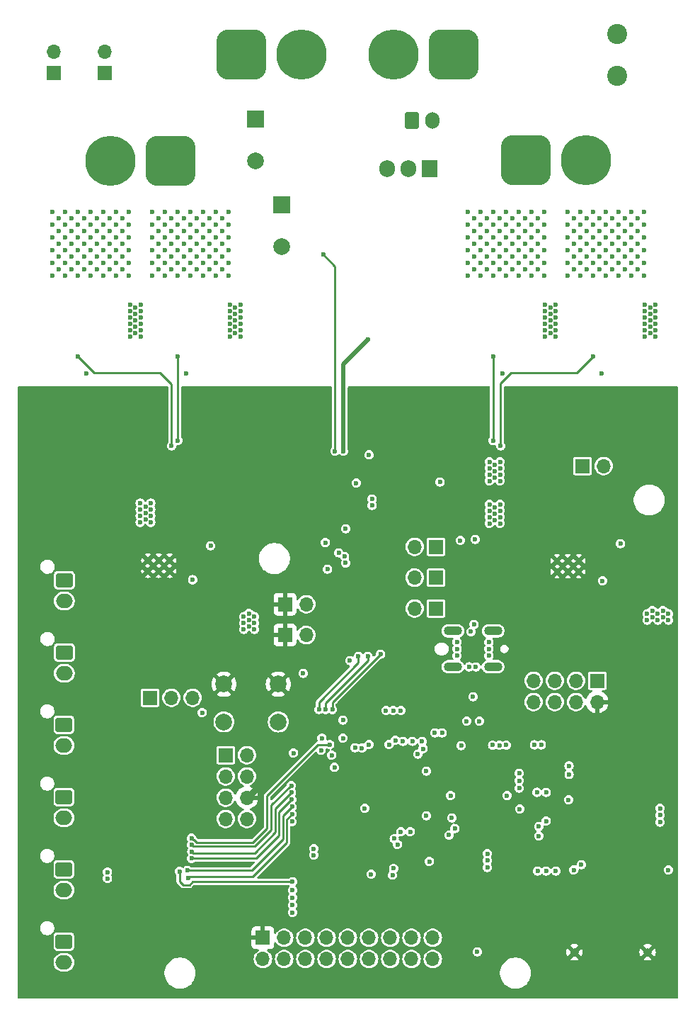
<source format=gbr>
%TF.GenerationSoftware,KiCad,Pcbnew,8.0.7*%
%TF.CreationDate,2025-03-30T10:34:42-04:00*%
%TF.ProjectId,RC-Car-Project,52432d43-6172-42d5-9072-6f6a6563742e,rev?*%
%TF.SameCoordinates,Original*%
%TF.FileFunction,Copper,L3,Inr*%
%TF.FilePolarity,Positive*%
%FSLAX46Y46*%
G04 Gerber Fmt 4.6, Leading zero omitted, Abs format (unit mm)*
G04 Created by KiCad (PCBNEW 8.0.7) date 2025-03-30 10:34:42*
%MOMM*%
%LPD*%
G01*
G04 APERTURE LIST*
G04 Aperture macros list*
%AMRoundRect*
0 Rectangle with rounded corners*
0 $1 Rounding radius*
0 $2 $3 $4 $5 $6 $7 $8 $9 X,Y pos of 4 corners*
0 Add a 4 corners polygon primitive as box body*
4,1,4,$2,$3,$4,$5,$6,$7,$8,$9,$2,$3,0*
0 Add four circle primitives for the rounded corners*
1,1,$1+$1,$2,$3*
1,1,$1+$1,$4,$5*
1,1,$1+$1,$6,$7*
1,1,$1+$1,$8,$9*
0 Add four rect primitives between the rounded corners*
20,1,$1+$1,$2,$3,$4,$5,0*
20,1,$1+$1,$4,$5,$6,$7,0*
20,1,$1+$1,$6,$7,$8,$9,0*
20,1,$1+$1,$8,$9,$2,$3,0*%
G04 Aperture macros list end*
%TA.AperFunction,ComponentPad*%
%ADD10C,0.600000*%
%TD*%
%TA.AperFunction,ComponentPad*%
%ADD11C,2.400000*%
%TD*%
%TA.AperFunction,ComponentPad*%
%ADD12C,0.970000*%
%TD*%
%TA.AperFunction,ComponentPad*%
%ADD13RoundRect,1.500000X1.500000X1.500000X-1.500000X1.500000X-1.500000X-1.500000X1.500000X-1.500000X0*%
%TD*%
%TA.AperFunction,ComponentPad*%
%ADD14C,6.000000*%
%TD*%
%TA.AperFunction,ComponentPad*%
%ADD15R,1.700000X1.700000*%
%TD*%
%TA.AperFunction,ComponentPad*%
%ADD16O,1.700000X1.700000*%
%TD*%
%TA.AperFunction,ComponentPad*%
%ADD17RoundRect,0.250000X-0.750000X0.600000X-0.750000X-0.600000X0.750000X-0.600000X0.750000X0.600000X0*%
%TD*%
%TA.AperFunction,ComponentPad*%
%ADD18O,2.000000X1.700000*%
%TD*%
%TA.AperFunction,ComponentPad*%
%ADD19R,1.905000X2.000000*%
%TD*%
%TA.AperFunction,ComponentPad*%
%ADD20O,1.905000X2.000000*%
%TD*%
%TA.AperFunction,ComponentPad*%
%ADD21R,2.000000X2.000000*%
%TD*%
%TA.AperFunction,ComponentPad*%
%ADD22C,2.000000*%
%TD*%
%TA.AperFunction,ComponentPad*%
%ADD23RoundRect,1.500000X-1.500000X-1.500000X1.500000X-1.500000X1.500000X1.500000X-1.500000X1.500000X0*%
%TD*%
%TA.AperFunction,ComponentPad*%
%ADD24RoundRect,0.250000X-0.600000X-0.750000X0.600000X-0.750000X0.600000X0.750000X-0.600000X0.750000X0*%
%TD*%
%TA.AperFunction,ComponentPad*%
%ADD25O,1.700000X2.000000*%
%TD*%
%TA.AperFunction,ComponentPad*%
%ADD26O,2.200000X1.100000*%
%TD*%
%TA.AperFunction,ViaPad*%
%ADD27C,0.600000*%
%TD*%
%TA.AperFunction,Conductor*%
%ADD28C,0.254000*%
%TD*%
%TA.AperFunction,Conductor*%
%ADD29C,0.762000*%
%TD*%
%TA.AperFunction,Conductor*%
%ADD30C,0.508000*%
%TD*%
G04 APERTURE END LIST*
D10*
%TO.N,GNDA*%
%TO.C,U2*%
X177628000Y-106963000D03*
X176328000Y-106963000D03*
X175028000Y-106963000D03*
X177628000Y-108263002D03*
X176328000Y-108263002D03*
X175028000Y-108263002D03*
%TD*%
D11*
%TO.N,VDD_BATT*%
%TO.C,C46*%
X182245000Y-49022000D03*
%TO.N,GND_BATT*%
X182245000Y-44022000D03*
%TD*%
D12*
%TO.N,GNDA*%
%TO.C,J15*%
X177103000Y-153728000D03*
X185863000Y-153728000D03*
%TD*%
D13*
%TO.N,GND_BATT*%
%TO.C,J1*%
X162700000Y-46482000D03*
D14*
%TO.N,VDD_BATT_PRE_SW*%
X155500000Y-46482000D03*
%TD*%
D15*
%TO.N,+3V3*%
%TO.C,J13*%
X179832000Y-121285000D03*
D16*
%TO.N,GNDA*%
X179832000Y-123825000D03*
%TO.N,/Connectors/RF_TMS*%
X177292000Y-121285000D03*
%TO.N,/Connectors/RF_nTRST*%
X177292000Y-123825000D03*
%TO.N,/Connectors/RF_TCK*%
X174752000Y-121285000D03*
%TO.N,/Connectors/RF_TDI*%
X174752000Y-123825000D03*
%TO.N,/Connectors/RF_nSRST*%
X172212000Y-121285000D03*
%TO.N,/Connectors/RF_TDO*%
X172212000Y-123825000D03*
%TD*%
D17*
%TO.N,+12V*%
%TO.C,J7*%
X116078000Y-117896000D03*
D18*
%TO.N,/Connectors/LIGHTS3_NEG*%
X116078000Y-120396000D03*
%TD*%
D19*
%TO.N,VDD_BATT*%
%TO.C,Q1*%
X159766000Y-60071000D03*
D20*
%TO.N,/Connectors/PWR_SW*%
X157226000Y-60071000D03*
%TO.N,VDD_BATT_PRE_SW*%
X154686000Y-60071000D03*
%TD*%
D15*
%TO.N,GNDA*%
%TO.C,TP3*%
X114808000Y-48646000D03*
D16*
%TO.N,N/C*%
X114808000Y-46106000D03*
%TD*%
D15*
%TO.N,GNDA*%
%TO.C,TP7*%
X142489000Y-112141000D03*
D16*
%TO.N,N/C*%
X145029000Y-112141000D03*
%TD*%
D15*
%TO.N,/Connectors/USART_TX*%
%TO.C,J12*%
X135382000Y-130175000D03*
D16*
%TO.N,/Connectors/USART_RX*%
X137922000Y-130175000D03*
%TO.N,/Connectors/SWCLK*%
X135382000Y-132715000D03*
%TO.N,/Connectors/SWDIO*%
X137922000Y-132715000D03*
%TO.N,/Connectors/NRST*%
X135382000Y-135255000D03*
%TO.N,GNDA*%
X137922000Y-135255000D03*
%TO.N,+3V3*%
X135382000Y-137795000D03*
%TO.N,unconnected-(J12-Pin_8-Pad8)*%
X137922000Y-137795000D03*
%TD*%
D17*
%TO.N,+12V*%
%TO.C,J6*%
X116039900Y-126532000D03*
D18*
%TO.N,/Connectors/LIGHTS2_NEG*%
X116039900Y-129032000D03*
%TD*%
D21*
%TO.N,VDD_BATT*%
%TO.C,C1*%
X138938000Y-54147323D03*
D22*
%TO.N,GND_BATT*%
X138938000Y-59147323D03*
%TD*%
D17*
%TO.N,+3V3*%
%TO.C,J10*%
X116039900Y-152440000D03*
D18*
%TO.N,/Connectors/THERMO2_NEG*%
X116039900Y-154940000D03*
%TD*%
D15*
%TO.N,GNDA*%
%TO.C,TP5*%
X142489000Y-115824000D03*
D16*
%TO.N,N/C*%
X145029000Y-115824000D03*
%TD*%
D15*
%TO.N,GNDA*%
%TO.C,J11*%
X139840000Y-152000000D03*
D16*
%TO.N,+3V3*%
X139840000Y-154540000D03*
%TO.N,/Connectors/I2C2_CAM_SDA*%
X142380000Y-152000000D03*
%TO.N,/Connectors/I2C2_CAM_SCL*%
X142380000Y-154540000D03*
%TO.N,/Connectors/DCMI_HSYNC*%
X144920000Y-152000000D03*
%TO.N,/Connectors/DCMI_VSYNC*%
X144920000Y-154540000D03*
%TO.N,/Connectors/DCMI_XCLK*%
X147460000Y-152000000D03*
%TO.N,/Connectors/DCMI_PIXCLK*%
X147460000Y-154540000D03*
%TO.N,/Connectors/DCMI_D6*%
X150000000Y-152000000D03*
%TO.N,/Connectors/DCMI_D7*%
X150000000Y-154540000D03*
%TO.N,/Connectors/DCMI_D4*%
X152540000Y-152000000D03*
%TO.N,/Connectors/DCMI_D5*%
X152540000Y-154540000D03*
%TO.N,/Connectors/DCMI_D2*%
X155080000Y-152000000D03*
%TO.N,/Connectors/DCMI_D3*%
X155080000Y-154540000D03*
%TO.N,/Connectors/DCMI_D0*%
X157620000Y-152000000D03*
%TO.N,/Connectors/DCMI_D1*%
X157620000Y-154540000D03*
%TO.N,Net-(J11-Pin_17)*%
X160160000Y-152000000D03*
%TO.N,Net-(J11-Pin_18)*%
X160160000Y-154540000D03*
%TD*%
D15*
%TO.N,Net-(SW2-A)*%
%TO.C,SW2*%
X126365000Y-123317000D03*
D16*
%TO.N,Net-(SW2-B)*%
X128905000Y-123317000D03*
%TO.N,Net-(SW2-C)*%
X131445000Y-123317000D03*
%TD*%
D21*
%TO.N,VDD_BATT*%
%TO.C,C2*%
X142113000Y-64434323D03*
D22*
%TO.N,GND_BATT*%
X142113000Y-69434323D03*
%TD*%
D17*
%TO.N,+12V*%
%TO.C,J8*%
X116078000Y-109260000D03*
D18*
%TO.N,/Connectors/LIHGTS4_NEG*%
X116078000Y-111760000D03*
%TD*%
D15*
%TO.N,Net-(D5-K)*%
%TO.C,TP8*%
X178049000Y-95631000D03*
D16*
%TO.N,N/C*%
X180589000Y-95631000D03*
%TD*%
D17*
%TO.N,+3V3*%
%TO.C,J9*%
X116039900Y-143804000D03*
D18*
%TO.N,/Connectors/THERMO1_NEG*%
X116039900Y-146304000D03*
%TD*%
D10*
%TO.N,GNDA*%
%TO.C,U3*%
X128681000Y-106903998D03*
X127381000Y-106903998D03*
X126081000Y-106903998D03*
X128681000Y-108204000D03*
X127381000Y-108204000D03*
X126081000Y-108204000D03*
%TD*%
D13*
%TO.N,/Connectors/M1_LEFT*%
%TO.C,J4*%
X128822000Y-59182000D03*
D14*
%TO.N,/Connectors/M1_RIGHT*%
X121622000Y-59182000D03*
%TD*%
D22*
%TO.N,GNDA*%
%TO.C,SW1*%
X135180000Y-121702000D03*
X141680000Y-121702000D03*
%TO.N,/Connectors/NRST*%
X135180000Y-126202000D03*
X141680000Y-126202000D03*
%TD*%
D15*
%TO.N,VDD_BATT*%
%TO.C,TP2*%
X120904000Y-48641000D03*
D16*
%TO.N,N/C*%
X120904000Y-46101000D03*
%TD*%
D23*
%TO.N,GND_BATT*%
%TO.C,J2*%
X137300000Y-46482000D03*
D14*
%TO.N,VDD_BATT_PRE_SW*%
X144500000Y-46482000D03*
%TD*%
D23*
%TO.N,/Connectors/M2_LEFT*%
%TO.C,J3*%
X171279000Y-59055000D03*
D14*
%TO.N,/Connectors/M2_RIGHT*%
X178479000Y-59055000D03*
%TD*%
D15*
%TO.N,+12V*%
%TO.C,TP4*%
X160528000Y-105283000D03*
D16*
%TO.N,N/C*%
X157988000Y-105283000D03*
%TD*%
D15*
%TO.N,VDD_USB*%
%TO.C,TP1*%
X160528000Y-112649000D03*
D16*
%TO.N,N/C*%
X157988000Y-112649000D03*
%TD*%
D15*
%TO.N,+3V3*%
%TO.C,TP6*%
X160528000Y-108966000D03*
D16*
%TO.N,N/C*%
X157988000Y-108966000D03*
%TD*%
D24*
%TO.N,VDD_BATT_PRE_SW*%
%TO.C,J16*%
X157647000Y-54356000D03*
D25*
%TO.N,/Connectors/PWR_SW*%
X160147000Y-54356000D03*
%TD*%
D26*
%TO.N,unconnected-(J14-SHIELD-PadS1)*%
%TO.C,J14*%
X167373000Y-119625000D03*
%TO.N,unconnected-(J14-SHIELD__1-PadS2)*%
X167373000Y-115325000D03*
%TO.N,unconnected-(J14-SHIELD__2-PadS3)*%
X162573000Y-119625000D03*
%TO.N,unconnected-(J14-SHIELD__3-PadS4)*%
X162573000Y-115325000D03*
%TD*%
D17*
%TO.N,+12V*%
%TO.C,J5*%
X116039900Y-135168000D03*
D18*
%TO.N,/Connectors/LIGHTS1_NEG*%
X116039900Y-137668000D03*
%TD*%
D27*
%TO.N,GNDA*%
X122047000Y-89535000D03*
X154051000Y-128524000D03*
X181229000Y-91059000D03*
X179705000Y-89535000D03*
X136525000Y-90297000D03*
X118237000Y-90297000D03*
X182753000Y-89535000D03*
X171704000Y-150368000D03*
X170561000Y-118237000D03*
X165481000Y-152019000D03*
X123074263Y-148653201D03*
X115189000Y-90297000D03*
X185420000Y-118872000D03*
X158750000Y-123571000D03*
X127508000Y-99060000D03*
X120523000Y-91059000D03*
X178943000Y-128270000D03*
X181102000Y-135509000D03*
X156845000Y-91059000D03*
X159380761Y-118237000D03*
X150368000Y-117856000D03*
X171069000Y-110109000D03*
X151193500Y-101600000D03*
X182245000Y-128270000D03*
X166116000Y-148463000D03*
X165227000Y-132969000D03*
X133604000Y-107315000D03*
X144355730Y-144194546D03*
X145161000Y-126492000D03*
X164973000Y-120777000D03*
X115951000Y-91059000D03*
X145179075Y-144198785D03*
X185547000Y-128270000D03*
X124684000Y-138496000D03*
X163576000Y-142875000D03*
X183515000Y-90297000D03*
X170688000Y-128905000D03*
X179500546Y-99060000D03*
X170180000Y-113538000D03*
X149987000Y-133477000D03*
X124686852Y-127454065D03*
X119761000Y-90297000D03*
X175913075Y-114734785D03*
X178943000Y-90297000D03*
X176657000Y-91059000D03*
X128744260Y-135649478D03*
X163576000Y-144526000D03*
X159004000Y-139319000D03*
X160655000Y-123571000D03*
X122174000Y-107823000D03*
X160782000Y-101473000D03*
X158369000Y-89535000D03*
X124643020Y-131168775D03*
X135763000Y-89535000D03*
X128755532Y-139238547D03*
X178181000Y-89535000D03*
X126067730Y-114681000D03*
X151003000Y-94297500D03*
X151801105Y-125341354D03*
X161417000Y-89535000D03*
X143528075Y-144198785D03*
X142621000Y-90297000D03*
X172847000Y-141224000D03*
X125183900Y-145359001D03*
X166116000Y-145161000D03*
X181102000Y-137160000D03*
X175089730Y-114730546D03*
X143383000Y-91059000D03*
X132969000Y-101346000D03*
X170180000Y-121412000D03*
X185039000Y-90297000D03*
X124624140Y-134822927D03*
X116713000Y-90297000D03*
X187198000Y-128270000D03*
X123024900Y-145436534D03*
X165989000Y-89535000D03*
X164465000Y-91059000D03*
X159380761Y-116586000D03*
X123922000Y-138496000D03*
X135763000Y-91059000D03*
X177419000Y-90297000D03*
X141097000Y-90297000D03*
X183134000Y-118872000D03*
X162179000Y-90297000D03*
X183515000Y-137922000D03*
X122809000Y-107315000D03*
X135890000Y-116713000D03*
X135744925Y-110944215D03*
X120523000Y-89535000D03*
X123862140Y-134822927D03*
X134239000Y-89535000D03*
X140335000Y-91059000D03*
X180594000Y-128270000D03*
X117475000Y-91059000D03*
X182734925Y-110944215D03*
X167132000Y-132969000D03*
X187960000Y-134874000D03*
X123151900Y-142748000D03*
X179197000Y-135509000D03*
X147447000Y-93853000D03*
X150368000Y-116459000D03*
X147447000Y-89535000D03*
X180213000Y-140208000D03*
X181991000Y-90297000D03*
X159131000Y-90297000D03*
X171831000Y-108331000D03*
X162941000Y-89535000D03*
X173355000Y-150368000D03*
X171196000Y-107823000D03*
X180467000Y-90297000D03*
X155829000Y-137414000D03*
X123063207Y-149471133D03*
X122809000Y-108331000D03*
X159893000Y-89535000D03*
X132969000Y-106807000D03*
X138811000Y-89535000D03*
X126891075Y-114685239D03*
X145923000Y-127000000D03*
X171538000Y-145542000D03*
X166116000Y-146812000D03*
X179324000Y-139319000D03*
X182626000Y-108331000D03*
X141859000Y-91059000D03*
X155829000Y-119380000D03*
X122174000Y-106807000D03*
X178181000Y-91059000D03*
X123571000Y-91059000D03*
X182626000Y-107315000D03*
X124841000Y-125095000D03*
X157607000Y-90297000D03*
X134917270Y-110948454D03*
X162941000Y-91059000D03*
X181229000Y-89535000D03*
X181102000Y-139319000D03*
X123924852Y-127454065D03*
X170180000Y-110109000D03*
X170565239Y-117413655D03*
X133604000Y-108331000D03*
X157480000Y-135763000D03*
X138049000Y-90297000D03*
X141986000Y-129921000D03*
X176403000Y-128270000D03*
X164465000Y-89535000D03*
X158369000Y-91059000D03*
X132973239Y-102743000D03*
X179504785Y-98044000D03*
X150368000Y-128524000D03*
X139573000Y-90297000D03*
X185801000Y-89535000D03*
X145161000Y-127508000D03*
X147955809Y-120600880D03*
X146304809Y-120600880D03*
X137287000Y-89535000D03*
X151638000Y-131826000D03*
X171196000Y-106807000D03*
X137287000Y-91059000D03*
X184277000Y-91059000D03*
X183896000Y-128270000D03*
X150368000Y-101600000D03*
X176403000Y-137160000D03*
X128778000Y-128270000D03*
X159131000Y-134112000D03*
X163322000Y-132969000D03*
X153289000Y-130175000D03*
X165354000Y-142240000D03*
X159893000Y-91059000D03*
X159385000Y-117413655D03*
X121285000Y-90297000D03*
X184385925Y-110944215D03*
X170561000Y-116586000D03*
X114427000Y-89535000D03*
X171831000Y-107315000D03*
X184277000Y-89535000D03*
X123063207Y-147820133D03*
X181991000Y-106807000D03*
X161417000Y-91059000D03*
X187833000Y-118872000D03*
X117475000Y-89535000D03*
X154305000Y-119380000D03*
X154178000Y-139065000D03*
X128778000Y-131953000D03*
X160655000Y-90297000D03*
X132973239Y-99949000D03*
X176403000Y-139319000D03*
X165227000Y-90297000D03*
X141859000Y-89535000D03*
X122047000Y-91059000D03*
X135001000Y-90297000D03*
X179705000Y-91059000D03*
X182753000Y-91059000D03*
X118999000Y-91059000D03*
X174262075Y-114734785D03*
X123881020Y-131168775D03*
X125240075Y-114685239D03*
X183558270Y-110948454D03*
X138811000Y-91059000D03*
X118999000Y-89535000D03*
X115951000Y-89535000D03*
X179504785Y-100076000D03*
X132969000Y-107823000D03*
X154305000Y-145415000D03*
X171538000Y-133135000D03*
X181991000Y-107823000D03*
X122809000Y-90297000D03*
X175006000Y-150368000D03*
X140335000Y-89535000D03*
X172847000Y-142621000D03*
X163703000Y-90297000D03*
X134093925Y-110944215D03*
X147122741Y-120611936D03*
X160782000Y-100711000D03*
%TO.N,VDD_BATT*%
X174244000Y-77470000D03*
X174879000Y-77089000D03*
X173609000Y-78613000D03*
X135890000Y-76327000D03*
X185547000Y-76327000D03*
X166941500Y-96647000D03*
X166941500Y-95123000D03*
X137160000Y-79375000D03*
X125222000Y-78613000D03*
X186817000Y-80137000D03*
X185547000Y-77851000D03*
X173609000Y-80137000D03*
X186817000Y-76327000D03*
X125222000Y-76327000D03*
X186817000Y-78613000D03*
X174244000Y-79756000D03*
X174879000Y-80137000D03*
X124587000Y-76708000D03*
X152400000Y-80518000D03*
X123952000Y-77851000D03*
X137160000Y-80137000D03*
X173609000Y-76327000D03*
X123952000Y-77089000D03*
X185547000Y-80137000D03*
X135890000Y-77851000D03*
X167576500Y-95504000D03*
X168211500Y-96647000D03*
X149479000Y-93853000D03*
X167576500Y-96266000D03*
X123952000Y-79375000D03*
X126428500Y-100838000D03*
X126428500Y-101600000D03*
X174244000Y-78994000D03*
X174879000Y-79375000D03*
X186817000Y-79375000D03*
X186817000Y-77089000D03*
X124587000Y-79756000D03*
X135890000Y-77089000D03*
X123952000Y-78613000D03*
X125158500Y-100838000D03*
X125158500Y-100076000D03*
X174879000Y-76327000D03*
X124587000Y-78994000D03*
X173609000Y-77089000D03*
X173609000Y-79375000D03*
X136525000Y-78994000D03*
X174244000Y-78232000D03*
X185547000Y-78613000D03*
X185547000Y-79375000D03*
X136525000Y-77470000D03*
X166941500Y-95885000D03*
X186817000Y-77851000D03*
X166941500Y-97409000D03*
X125158500Y-102362000D03*
X174879000Y-78613000D03*
X137160000Y-77089000D03*
X137160000Y-78613000D03*
X125793500Y-101981000D03*
X186182000Y-78232000D03*
X136525000Y-76708000D03*
X186182000Y-79756000D03*
X168211500Y-95123000D03*
X167576500Y-97028000D03*
X125222000Y-77851000D03*
X124587000Y-78232000D03*
X123952000Y-80137000D03*
X137160000Y-76327000D03*
X173609000Y-77851000D03*
X135890000Y-80137000D03*
X168211500Y-97409000D03*
X126428500Y-102362000D03*
X136525000Y-79756000D03*
X186182000Y-78994000D03*
X125222000Y-80137000D03*
X185547000Y-77089000D03*
X125793500Y-100457000D03*
X137160000Y-77851000D03*
X174244000Y-76708000D03*
X126428500Y-100076000D03*
X168211500Y-95885000D03*
X186182000Y-77470000D03*
X136525000Y-78232000D03*
X135890000Y-79375000D03*
X123952000Y-76327000D03*
X186182000Y-76708000D03*
X125222000Y-79375000D03*
X125793500Y-101219000D03*
X125222000Y-77089000D03*
X124587000Y-77470000D03*
X135890000Y-78613000D03*
X174879000Y-77851000D03*
X125158500Y-101600000D03*
%TO.N,+3V3*%
X170497682Y-134112000D03*
X167317222Y-128982421D03*
X121246900Y-144145000D03*
X152908000Y-100330000D03*
X168529000Y-84582000D03*
X185801000Y-114046000D03*
X176466500Y-131445000D03*
X166697215Y-141940575D03*
X187357093Y-136527965D03*
X159766000Y-142875000D03*
X187706000Y-112903000D03*
X186436000Y-113665000D03*
X147320000Y-104775000D03*
X168968222Y-128982421D03*
X166701454Y-142768230D03*
X170497682Y-133223000D03*
X168140567Y-128986660D03*
X176403000Y-135509000D03*
X187706000Y-113665000D03*
X170497682Y-132334000D03*
X145923000Y-142113000D03*
X155448000Y-124841000D03*
X165227000Y-104395000D03*
X188341000Y-113284000D03*
X160401000Y-127508000D03*
X173148350Y-128946807D03*
X132588000Y-125095000D03*
X118745000Y-84582000D03*
X143510000Y-129921000D03*
X149415500Y-128143000D03*
X186436000Y-112903000D03*
X121246900Y-144907000D03*
X185801000Y-113284000D03*
X165481000Y-153670000D03*
X130683000Y-84582000D03*
X151003000Y-97663000D03*
X146904000Y-128143000D03*
X152527000Y-94297500D03*
X180340000Y-84582000D03*
X188341000Y-114046000D03*
X188341000Y-143891000D03*
X156337000Y-124841000D03*
X154559000Y-124841000D03*
X161290000Y-127508000D03*
X166697215Y-143591575D03*
X172325005Y-128942568D03*
X176473454Y-132479404D03*
X161036000Y-97536000D03*
X187071000Y-114046000D03*
X152908000Y-99568000D03*
X149415500Y-125984000D03*
X187346037Y-137345897D03*
X187071000Y-113284000D03*
X187357093Y-138178965D03*
X144653000Y-120396000D03*
X145923000Y-141351000D03*
%TO.N,+12V*%
X137541000Y-113623000D03*
X137541000Y-115147000D03*
X138811000Y-113623000D03*
X138176000Y-114004000D03*
X163449000Y-104521000D03*
X138176000Y-114766000D03*
X138811000Y-114385000D03*
X138811000Y-115147000D03*
X138176000Y-113242000D03*
X137541000Y-114385000D03*
%TO.N,/Connectors/M2_RIGHT*%
X179324000Y-65278000D03*
X178562000Y-72136000D03*
X183896000Y-66802000D03*
X183134000Y-70612000D03*
X181610000Y-70612000D03*
X177800000Y-68326000D03*
X183896000Y-69850000D03*
X176276000Y-71374000D03*
X183134000Y-72136000D03*
X176276000Y-66802000D03*
X177038000Y-66040000D03*
X180086000Y-72136000D03*
X180848000Y-71374000D03*
X180086000Y-70612000D03*
X177800000Y-71374000D03*
X180848000Y-66802000D03*
X181610000Y-67564000D03*
X185420000Y-68326000D03*
X179324000Y-72898000D03*
X176276000Y-68326000D03*
X181610000Y-66040000D03*
X177038000Y-72136000D03*
X180848000Y-65278000D03*
X184658000Y-67564000D03*
X177800000Y-69850000D03*
X177038000Y-67564000D03*
X176276000Y-72898000D03*
X177800000Y-66802000D03*
X180848000Y-69850000D03*
X177038000Y-69088000D03*
X177800000Y-72898000D03*
X180086000Y-66040000D03*
X177038000Y-70612000D03*
X182372000Y-65278000D03*
X180848000Y-72898000D03*
X185420000Y-71374000D03*
X185420000Y-66802000D03*
X179324000Y-71374000D03*
X176276000Y-69850000D03*
X182372000Y-69850000D03*
X185420000Y-65278000D03*
X183896000Y-71374000D03*
X180848000Y-68326000D03*
X182372000Y-66802000D03*
X178562000Y-70612000D03*
X181610000Y-69088000D03*
X184658000Y-70612000D03*
X182372000Y-68326000D03*
X183134000Y-69088000D03*
X177800000Y-65278000D03*
X183896000Y-65278000D03*
X182372000Y-72898000D03*
X182372000Y-71374000D03*
X183896000Y-72898000D03*
X183134000Y-67564000D03*
X185420000Y-72898000D03*
X180086000Y-69088000D03*
X183896000Y-68326000D03*
X184658000Y-72136000D03*
X184658000Y-69088000D03*
X179324000Y-68326000D03*
X185420000Y-69850000D03*
X179324000Y-69850000D03*
X176276000Y-65278000D03*
X184658000Y-66040000D03*
X178562000Y-67564000D03*
X178562000Y-69088000D03*
X183134000Y-66040000D03*
X178562000Y-66040000D03*
X180086000Y-67564000D03*
X179324000Y-66802000D03*
X181610000Y-72136000D03*
%TO.N,/Connectors/M2_LEFT*%
X167386000Y-71374000D03*
X165862000Y-66802000D03*
X172720000Y-72136000D03*
X165100000Y-70612000D03*
X168148000Y-66040000D03*
X169672000Y-69088000D03*
X167386000Y-69850000D03*
X164338000Y-72898000D03*
X168910000Y-69850000D03*
X170434000Y-69850000D03*
X171196000Y-66040000D03*
X165100000Y-69088000D03*
X164338000Y-65278000D03*
X171196000Y-67564000D03*
X169672000Y-70612000D03*
X171958000Y-71374000D03*
X170434000Y-66802000D03*
X164338000Y-71374000D03*
X168910000Y-72898000D03*
X165862000Y-69850000D03*
X172720000Y-66040000D03*
X167386000Y-66802000D03*
X166624000Y-69088000D03*
X167386000Y-68326000D03*
X170434000Y-72898000D03*
X173482000Y-66802000D03*
X173482000Y-71374000D03*
X167386000Y-72898000D03*
X166624000Y-72136000D03*
X166624000Y-66040000D03*
X167386000Y-65278000D03*
X173482000Y-72898000D03*
X171958000Y-65278000D03*
X172720000Y-67564000D03*
X168910000Y-68326000D03*
X166624000Y-67564000D03*
X169672000Y-66040000D03*
X168148000Y-72136000D03*
X170434000Y-71374000D03*
X165100000Y-66040000D03*
X171958000Y-68326000D03*
X165862000Y-72898000D03*
X173482000Y-68326000D03*
X171196000Y-72136000D03*
X165100000Y-72136000D03*
X171196000Y-70612000D03*
X165862000Y-65278000D03*
X165100000Y-67564000D03*
X173482000Y-69850000D03*
X172720000Y-69088000D03*
X166624000Y-70612000D03*
X168910000Y-71374000D03*
X165862000Y-71374000D03*
X168148000Y-69088000D03*
X169672000Y-67564000D03*
X168910000Y-66802000D03*
X168910000Y-65278000D03*
X168148000Y-70612000D03*
X171958000Y-69850000D03*
X170434000Y-65278000D03*
X164338000Y-69850000D03*
X168148000Y-67564000D03*
X173482000Y-65278000D03*
X171958000Y-72898000D03*
X172720000Y-70612000D03*
X170434000Y-68326000D03*
X171196000Y-69088000D03*
X164338000Y-68326000D03*
X169672000Y-72136000D03*
X165862000Y-68326000D03*
X164338000Y-66802000D03*
X171958000Y-66802000D03*
%TO.N,/Connectors/M1_LEFT*%
X129667000Y-66802000D03*
X129667000Y-72898000D03*
X133477000Y-69088000D03*
X128905000Y-67564000D03*
X131191000Y-66802000D03*
X134239000Y-72898000D03*
X128143000Y-69850000D03*
X130429000Y-69088000D03*
X128905000Y-72136000D03*
X130429000Y-72136000D03*
X132715000Y-65278000D03*
X127381000Y-70612000D03*
X135001000Y-66040000D03*
X134239000Y-68326000D03*
X132715000Y-68326000D03*
X131953000Y-66040000D03*
X128143000Y-65278000D03*
X126619000Y-66802000D03*
X135763000Y-68326000D03*
X131953000Y-67564000D03*
X135763000Y-66802000D03*
X131191000Y-69850000D03*
X126619000Y-68326000D03*
X129667000Y-69850000D03*
X133477000Y-70612000D03*
X126619000Y-69850000D03*
X131953000Y-72136000D03*
X132715000Y-69850000D03*
X134239000Y-71374000D03*
X127381000Y-69088000D03*
X134239000Y-65278000D03*
X131191000Y-68326000D03*
X134239000Y-66802000D03*
X129667000Y-71374000D03*
X129667000Y-65278000D03*
X135763000Y-72898000D03*
X127381000Y-72136000D03*
X128143000Y-66802000D03*
X134239000Y-69850000D03*
X131953000Y-69088000D03*
X126619000Y-71374000D03*
X135763000Y-69850000D03*
X128905000Y-69088000D03*
X127381000Y-67564000D03*
X135001000Y-70612000D03*
X133477000Y-66040000D03*
X132715000Y-71374000D03*
X128905000Y-66040000D03*
X135001000Y-69088000D03*
X128143000Y-71374000D03*
X126619000Y-65278000D03*
X130429000Y-66040000D03*
X131191000Y-72898000D03*
X135001000Y-67564000D03*
X128143000Y-68326000D03*
X135763000Y-71374000D03*
X128905000Y-70612000D03*
X135763000Y-65278000D03*
X132715000Y-72898000D03*
X129667000Y-68326000D03*
X135001000Y-72136000D03*
X130429000Y-67564000D03*
X131191000Y-65278000D03*
X126619000Y-72898000D03*
X131953000Y-70612000D03*
X133477000Y-67564000D03*
X132715000Y-66802000D03*
X127381000Y-66040000D03*
X130429000Y-70612000D03*
X133477000Y-72136000D03*
X131191000Y-71374000D03*
X128143000Y-72898000D03*
%TO.N,/Connectors/M1_RIGHT*%
X117729000Y-68326000D03*
X121539000Y-70612000D03*
X119253000Y-72898000D03*
X114681000Y-68326000D03*
X116205000Y-69850000D03*
X120777000Y-65278000D03*
X123825000Y-68326000D03*
X115443000Y-69088000D03*
X115443000Y-67564000D03*
X119253000Y-68326000D03*
X114681000Y-65278000D03*
X120777000Y-72898000D03*
X119253000Y-66802000D03*
X116205000Y-72898000D03*
X123063000Y-67564000D03*
X114681000Y-72898000D03*
X122301000Y-72898000D03*
X119253000Y-69850000D03*
X120015000Y-72136000D03*
X123825000Y-69850000D03*
X120777000Y-66802000D03*
X117729000Y-72898000D03*
X118491000Y-69088000D03*
X123063000Y-66040000D03*
X118491000Y-66040000D03*
X117729000Y-71374000D03*
X116967000Y-69088000D03*
X122301000Y-71374000D03*
X123063000Y-72136000D03*
X116967000Y-70612000D03*
X120015000Y-70612000D03*
X116205000Y-65278000D03*
X121539000Y-69088000D03*
X120777000Y-69850000D03*
X120015000Y-69088000D03*
X115443000Y-66040000D03*
X116205000Y-71374000D03*
X116967000Y-66040000D03*
X119253000Y-65278000D03*
X123825000Y-71374000D03*
X123825000Y-72898000D03*
X116205000Y-68326000D03*
X115443000Y-72136000D03*
X119253000Y-71374000D03*
X114681000Y-69850000D03*
X120777000Y-68326000D03*
X121539000Y-72136000D03*
X121539000Y-67564000D03*
X120777000Y-71374000D03*
X121539000Y-66040000D03*
X122301000Y-66802000D03*
X116967000Y-67564000D03*
X120015000Y-67564000D03*
X114681000Y-71374000D03*
X123825000Y-65278000D03*
X122301000Y-69850000D03*
X123063000Y-69088000D03*
X118491000Y-72136000D03*
X122301000Y-65278000D03*
X117729000Y-69850000D03*
X123063000Y-70612000D03*
X115443000Y-70612000D03*
X122301000Y-68326000D03*
X118491000Y-70612000D03*
X118491000Y-67564000D03*
X114681000Y-66802000D03*
X120015000Y-66040000D03*
X123825000Y-66802000D03*
X116967000Y-72136000D03*
X117729000Y-66802000D03*
X116205000Y-66802000D03*
X117729000Y-65278000D03*
%TO.N,/Connectors/USART_TX*%
X143383000Y-146306288D03*
%TO.N,/Connectors/USART_RX*%
X143383000Y-147193000D03*
%TO.N,/Connectors/SWDIO*%
X143384144Y-148083144D03*
%TO.N,/Connectors/SWCLK*%
X143383000Y-148971000D03*
%TO.N,/Connectors/DCMI_D1*%
X155478598Y-143713003D03*
%TO.N,/Connectors/DCMI_D0*%
X155353342Y-144503139D03*
%TO.N,/Connectors/DCMI_D5*%
X152019000Y-136525000D03*
%TO.N,/Connectors/DCMI_D7*%
X156591000Y-128524000D03*
%TO.N,/Connectors/DCMI_D2*%
X158369000Y-130048000D03*
%TO.N,/Connectors/DCMI_XCLK*%
X148399500Y-131635500D03*
%TO.N,/Connectors/DCMI_PIXCLK*%
X148082000Y-130175000D03*
%TO.N,/Connectors/DCMI_HSYNC*%
X146812000Y-129603500D03*
%TO.N,/Connectors/DCMI_D6*%
X157734000Y-128524000D03*
%TO.N,/Connectors/DCMI_D4*%
X158877000Y-128524000D03*
%TO.N,/Connectors/DCMI_VSYNC*%
X159385000Y-132080000D03*
X152784049Y-144399000D03*
%TO.N,/Connectors/DCMI_D3*%
X159004000Y-129413000D03*
%TO.N,/MCU/LIGHTS1_PWM*%
X143299252Y-135463460D03*
X131318000Y-142502000D03*
%TO.N,/MCU/LIGHTS2_PWM*%
X143256748Y-134620000D03*
X131339793Y-141702297D03*
%TO.N,Net-(Q2-IN)*%
X128905000Y-93218000D03*
X117729000Y-82550000D03*
%TO.N,/MCU/MOTOR_EN*%
X146551915Y-124714000D03*
X151257000Y-118364000D03*
%TO.N,Net-(D8-K)*%
X133591000Y-105156000D03*
X131432000Y-109220000D03*
%TO.N,/IVTSense/ALERT*%
X152527000Y-128905000D03*
X149606000Y-106426000D03*
%TO.N,VDD_USB*%
X167576500Y-101346000D03*
X166882239Y-116651655D03*
X168211500Y-100965000D03*
X166941500Y-100203000D03*
X167576500Y-100584000D03*
X166878000Y-117475000D03*
X163068000Y-117475000D03*
X168211500Y-102489000D03*
X166882239Y-118302655D03*
X166941500Y-100965000D03*
X164973000Y-123190000D03*
X166941500Y-102489000D03*
X168211500Y-101727000D03*
X163063761Y-118298345D03*
X168211500Y-100203000D03*
X163063761Y-116647345D03*
X166941500Y-101727000D03*
X167576500Y-102108000D03*
%TO.N,/Connectors/RF_TCK*%
X177038000Y-143891000D03*
%TO.N,/Connectors/RF_nTRST*%
X177927000Y-143256000D03*
%TO.N,/Connectors/RF_TDO*%
X172720000Y-144018000D03*
%TO.N,/Connectors/RF_TMS*%
X173736000Y-144018000D03*
%TO.N,/Connectors/RF_TDI*%
X174879000Y-144018000D03*
%TO.N,/IVTSense/MOSI*%
X130874926Y-144837498D03*
X151695798Y-129341015D03*
X143321303Y-137219409D03*
X148920297Y-106002298D03*
%TO.N,/IVTSense/THERMO_ADC_CS*%
X143318356Y-138111356D03*
X155686000Y-128413000D03*
%TO.N,/IVTSense/SCLK*%
X147574000Y-107950000D03*
X143383000Y-145288000D03*
X129879999Y-144059001D03*
%TO.N,/IVTSense/MISO*%
X150876000Y-129286000D03*
X130810000Y-143945329D03*
X143319185Y-136332527D03*
X149733000Y-103124000D03*
%TO.N,/MCU/LEFT_PWM1*%
X148151894Y-124720395D03*
X153924000Y-118110000D03*
%TO.N,/MCU/RIGHT_PWM1*%
X152400000Y-118364000D03*
X147351917Y-124713908D03*
%TO.N,/IVTSense/INA_CS*%
X154940000Y-128905000D03*
X149744000Y-107220521D03*
%TO.N,Net-(J14-D1-)*%
X164518997Y-119634000D03*
X165100000Y-114554000D03*
%TO.N,Net-(Q3-IN)*%
X129667000Y-92591000D03*
X129667000Y-82550000D03*
%TO.N,Net-(Q4-IN)*%
X167386000Y-92591000D03*
X167386000Y-82550000D03*
%TO.N,Net-(J14-D1+)*%
X164723000Y-115413094D03*
X165319000Y-119634000D03*
%TO.N,Net-(Q5-IN)*%
X179324000Y-82550000D03*
X168275000Y-93218000D03*
%TO.N,/MCU/RF_RESET*%
X159385000Y-137414000D03*
X173736000Y-138049000D03*
%TO.N,/MCU/SDMMC1_D3*%
X172638000Y-134620000D03*
X162814000Y-138938000D03*
%TO.N,/MCU/SDMMC1_D2*%
X173736000Y-134620000D03*
X162107228Y-139726992D03*
%TO.N,/MCU/SDMMC1_D1*%
X155956000Y-140843000D03*
X172847000Y-139827000D03*
%TO.N,/MCU/SDMMC1_D0*%
X155544402Y-140157003D03*
X172847000Y-138684000D03*
%TO.N,/MCU/SDMMC1_CMD*%
X162306000Y-134999000D03*
X169037000Y-134999000D03*
%TO.N,/MCU/SDMMC1_CK*%
X162433000Y-137668000D03*
X170561000Y-136611000D03*
%TO.N,/Connectors/CON_USB_D-*%
X156337000Y-139319000D03*
X164211000Y-126111000D03*
%TO.N,/Connectors/CON_USB_D+*%
X157480000Y-139319000D03*
X165735000Y-126111000D03*
%TO.N,/MCU/LIGHTS4_PWM*%
X131318304Y-140102649D03*
X147828000Y-128905000D03*
%TO.N,/MCU/LIGHTS3_PWM*%
X143255805Y-133819998D03*
X131315996Y-140902649D03*
%TO.N,Net-(SW2-B)*%
X150241000Y-118872000D03*
X163568000Y-129032000D03*
%TO.N,Net-(F1-Pad2)*%
X148463000Y-93853000D03*
X147066000Y-70358000D03*
%TO.N,Net-(D7-K)*%
X180467000Y-109347000D03*
X182626000Y-104902000D03*
%TD*%
D28*
%TO.N,GNDA*%
X147447000Y-89535000D02*
X147447000Y-93853000D01*
D29*
X137922000Y-135255000D02*
X139192000Y-133985000D01*
D30*
%TO.N,VDD_BATT*%
X149479000Y-83439000D02*
X149479000Y-93853000D01*
X152400000Y-80518000D02*
X149479000Y-83439000D01*
D28*
%TO.N,/MCU/LIGHTS1_PWM*%
X141783356Y-139775644D02*
X141783356Y-136979356D01*
X131318000Y-142502000D02*
X131326000Y-142494000D01*
X141783356Y-136979356D02*
X143299252Y-135463460D01*
X131326000Y-142494000D02*
X139065000Y-142494000D01*
X139065000Y-142494000D02*
X141783356Y-139775644D01*
%TO.N,/MCU/LIGHTS2_PWM*%
X131496496Y-141859000D02*
X138842750Y-141859000D01*
X131339793Y-141702297D02*
X131496496Y-141859000D01*
X141329356Y-136546644D02*
X143256000Y-134620000D01*
X143256000Y-134620000D02*
X143256748Y-134620000D01*
X141329356Y-139372394D02*
X141329356Y-136546644D01*
X138842750Y-141859000D02*
X141329356Y-139372394D01*
%TO.N,Net-(Q2-IN)*%
X119634000Y-84455000D02*
X117729000Y-82550000D01*
X128905000Y-93218000D02*
X128905000Y-85852000D01*
X128905000Y-85852000D02*
X127508000Y-84455000D01*
X127508000Y-84455000D02*
X119634000Y-84455000D01*
%TO.N,/MCU/MOTOR_EN*%
X146551915Y-123831085D02*
X146551915Y-124714000D01*
X151257000Y-118364000D02*
X151257000Y-119126000D01*
X151257000Y-119126000D02*
X146551915Y-123831085D01*
%TO.N,/IVTSense/MOSI*%
X130874926Y-144837498D02*
X131003425Y-144708999D01*
X142691356Y-140645644D02*
X142691356Y-137849356D01*
X142691356Y-137849356D02*
X143321303Y-137219409D01*
X138628001Y-144708999D02*
X142691356Y-140645644D01*
X131003425Y-144708999D02*
X138628001Y-144708999D01*
%TO.N,/IVTSense/SCLK*%
X130302000Y-145669000D02*
X131064000Y-145669000D01*
X131445000Y-145288000D02*
X143383000Y-145288000D01*
X129879999Y-145246999D02*
X130302000Y-145669000D01*
X131064000Y-145669000D02*
X131445000Y-145288000D01*
X129879999Y-144059001D02*
X129879999Y-145246999D01*
%TO.N,/IVTSense/MISO*%
X142237356Y-137414356D02*
X143319185Y-136332527D01*
X142237356Y-140210644D02*
X142237356Y-137414356D01*
X130810000Y-143945329D02*
X138502671Y-143945329D01*
X138502671Y-143945329D02*
X142237356Y-140210644D01*
%TO.N,/MCU/LEFT_PWM1*%
X153924000Y-118110000D02*
X148151894Y-123882106D01*
X148151894Y-123882106D02*
X148151894Y-124720395D01*
%TO.N,/MCU/RIGHT_PWM1*%
X147351917Y-123920083D02*
X147351917Y-124713908D01*
X152400000Y-118364000D02*
X152400000Y-118872000D01*
X152400000Y-118872000D02*
X147351917Y-123920083D01*
%TO.N,Net-(Q3-IN)*%
X129667000Y-92591000D02*
X129667000Y-82550000D01*
%TO.N,Net-(Q4-IN)*%
X167386000Y-92591000D02*
X167386000Y-82550000D01*
%TO.N,Net-(Q5-IN)*%
X169545000Y-84455000D02*
X177419000Y-84455000D01*
X168275000Y-85725000D02*
X169545000Y-84455000D01*
X168275000Y-93218000D02*
X168275000Y-85725000D01*
X177419000Y-84455000D02*
X179324000Y-82550000D01*
%TO.N,/MCU/LIGHTS4_PWM*%
X131913056Y-140612997D02*
X138652951Y-140612997D01*
X140335000Y-138930948D02*
X140335000Y-135001000D01*
X131318304Y-140102649D02*
X131491304Y-140275649D01*
X131491304Y-140275649D02*
X131575708Y-140275649D01*
X140335000Y-135001000D02*
X146431000Y-128905000D01*
X131575708Y-140275649D02*
X131913056Y-140612997D01*
X138652951Y-140612997D02*
X140335000Y-138930948D01*
X146431000Y-128905000D02*
X147828000Y-128905000D01*
%TO.N,/MCU/LIGHTS3_PWM*%
X131480344Y-141066997D02*
X138841003Y-141066997D01*
X143170038Y-133819998D02*
X143255805Y-133819998D01*
X140843000Y-139065000D02*
X140843000Y-136147036D01*
X140843000Y-136147036D02*
X143170038Y-133819998D01*
X131315996Y-140902649D02*
X131480344Y-141066997D01*
X138841003Y-141066997D02*
X140843000Y-139065000D01*
%TO.N,Net-(F1-Pad2)*%
X148463000Y-93853000D02*
X148463000Y-71755000D01*
X148463000Y-71755000D02*
X147066000Y-70358000D01*
%TD*%
%TA.AperFunction,Conductor*%
%TO.N,GNDA*%
G36*
X128466539Y-86125685D02*
G01*
X128512294Y-86178489D01*
X128523500Y-86230000D01*
X128523500Y-92762222D01*
X128503815Y-92829261D01*
X128497876Y-92837708D01*
X128420645Y-92938357D01*
X128420643Y-92938360D01*
X128364772Y-93073245D01*
X128364771Y-93073247D01*
X128345715Y-93217998D01*
X128345715Y-93218001D01*
X128364771Y-93362752D01*
X128364773Y-93362757D01*
X128420642Y-93497638D01*
X128420645Y-93497644D01*
X128509525Y-93613473D01*
X128509526Y-93613474D01*
X128625355Y-93702354D01*
X128625361Y-93702357D01*
X128692801Y-93730291D01*
X128760246Y-93758228D01*
X128832623Y-93767756D01*
X128904999Y-93777285D01*
X128905000Y-93777285D01*
X128905001Y-93777285D01*
X128953251Y-93770932D01*
X129049754Y-93758228D01*
X129184643Y-93702355D01*
X129300474Y-93613474D01*
X129389355Y-93497643D01*
X129445228Y-93362754D01*
X129460316Y-93248142D01*
X129488582Y-93184248D01*
X129546906Y-93145776D01*
X129599437Y-93141390D01*
X129667000Y-93150285D01*
X129667001Y-93150285D01*
X129734565Y-93141390D01*
X129811754Y-93131228D01*
X129946643Y-93075355D01*
X130062474Y-92986474D01*
X130151355Y-92870643D01*
X130207228Y-92735754D01*
X130226285Y-92591000D01*
X130207228Y-92446246D01*
X130151355Y-92311358D01*
X130074124Y-92210708D01*
X130048930Y-92145539D01*
X130048500Y-92135222D01*
X130048500Y-86230000D01*
X130068185Y-86162961D01*
X130120989Y-86117206D01*
X130172500Y-86106000D01*
X147957500Y-86106000D01*
X148024539Y-86125685D01*
X148070294Y-86178489D01*
X148081500Y-86230000D01*
X148081500Y-93397222D01*
X148061815Y-93464261D01*
X148055876Y-93472708D01*
X147978645Y-93573357D01*
X147978643Y-93573360D01*
X147922772Y-93708245D01*
X147922771Y-93708247D01*
X147903715Y-93852998D01*
X147903715Y-93853001D01*
X147922771Y-93997752D01*
X147922773Y-93997757D01*
X147978642Y-94132638D01*
X147978645Y-94132644D01*
X148067525Y-94248473D01*
X148067526Y-94248474D01*
X148183355Y-94337354D01*
X148183361Y-94337357D01*
X148250801Y-94365291D01*
X148318246Y-94393228D01*
X148390623Y-94402756D01*
X148462999Y-94412285D01*
X148463000Y-94412285D01*
X148463001Y-94412285D01*
X148511251Y-94405932D01*
X148607754Y-94393228D01*
X148742643Y-94337355D01*
X148858474Y-94248474D01*
X148872624Y-94230032D01*
X148929052Y-94188830D01*
X148998798Y-94184675D01*
X149059718Y-94218887D01*
X149069376Y-94230033D01*
X149083526Y-94248474D01*
X149199355Y-94337354D01*
X149199361Y-94337357D01*
X149266801Y-94365291D01*
X149334246Y-94393228D01*
X149406623Y-94402756D01*
X149478999Y-94412285D01*
X149479000Y-94412285D01*
X149479001Y-94412285D01*
X149527251Y-94405932D01*
X149623754Y-94393228D01*
X149758643Y-94337355D01*
X149810585Y-94297498D01*
X151967715Y-94297498D01*
X151967715Y-94297501D01*
X151986771Y-94442252D01*
X151986773Y-94442257D01*
X152042642Y-94577138D01*
X152042645Y-94577144D01*
X152131525Y-94692973D01*
X152131526Y-94692974D01*
X152247355Y-94781854D01*
X152247361Y-94781857D01*
X152314801Y-94809791D01*
X152382246Y-94837728D01*
X152425041Y-94843362D01*
X152526999Y-94856785D01*
X152527000Y-94856785D01*
X152527001Y-94856785D01*
X152575251Y-94850432D01*
X152671754Y-94837728D01*
X152806643Y-94781855D01*
X152922474Y-94692974D01*
X153011355Y-94577143D01*
X153067228Y-94442254D01*
X153086285Y-94297500D01*
X153067228Y-94152746D01*
X153011355Y-94017858D01*
X152922474Y-93902026D01*
X152806643Y-93813145D01*
X152806640Y-93813144D01*
X152806638Y-93813142D01*
X152671757Y-93757273D01*
X152671752Y-93757271D01*
X152527001Y-93738215D01*
X152526999Y-93738215D01*
X152382247Y-93757271D01*
X152382245Y-93757272D01*
X152247361Y-93813143D01*
X152247358Y-93813144D01*
X152247358Y-93813145D01*
X152131526Y-93902026D01*
X152058072Y-93997754D01*
X152042643Y-94017861D01*
X151986772Y-94152745D01*
X151986771Y-94152747D01*
X151967715Y-94297498D01*
X149810585Y-94297498D01*
X149874474Y-94248474D01*
X149963355Y-94132643D01*
X150019228Y-93997754D01*
X150038285Y-93853000D01*
X150019228Y-93708246D01*
X150011957Y-93690694D01*
X149996939Y-93654434D01*
X149987500Y-93606982D01*
X149987500Y-86230000D01*
X150007185Y-86162961D01*
X150059989Y-86117206D01*
X150111500Y-86106000D01*
X166880500Y-86106000D01*
X166947539Y-86125685D01*
X166993294Y-86178489D01*
X167004500Y-86230000D01*
X167004500Y-92135222D01*
X166984815Y-92202261D01*
X166978876Y-92210708D01*
X166901645Y-92311357D01*
X166901643Y-92311360D01*
X166845772Y-92446245D01*
X166845771Y-92446247D01*
X166826715Y-92590998D01*
X166826715Y-92591001D01*
X166845771Y-92735752D01*
X166845773Y-92735757D01*
X166901642Y-92870638D01*
X166901645Y-92870644D01*
X166990525Y-92986473D01*
X166990526Y-92986474D01*
X167106355Y-93075354D01*
X167106361Y-93075357D01*
X167167859Y-93100830D01*
X167241246Y-93131228D01*
X167313623Y-93140756D01*
X167385999Y-93150285D01*
X167386000Y-93150285D01*
X167386001Y-93150285D01*
X167453565Y-93141390D01*
X167530754Y-93131228D01*
X167546019Y-93124904D01*
X167615487Y-93117436D01*
X167677966Y-93148711D01*
X167713619Y-93208799D01*
X167716410Y-93223281D01*
X167734771Y-93362752D01*
X167734773Y-93362757D01*
X167790642Y-93497638D01*
X167790645Y-93497644D01*
X167879525Y-93613473D01*
X167879526Y-93613474D01*
X167995355Y-93702354D01*
X167995361Y-93702357D01*
X168062801Y-93730291D01*
X168130246Y-93758228D01*
X168202623Y-93767756D01*
X168274999Y-93777285D01*
X168275000Y-93777285D01*
X168275001Y-93777285D01*
X168323251Y-93770932D01*
X168419754Y-93758228D01*
X168554643Y-93702355D01*
X168670474Y-93613474D01*
X168759355Y-93497643D01*
X168815228Y-93362754D01*
X168834285Y-93218000D01*
X168815228Y-93073246D01*
X168759355Y-92938358D01*
X168707396Y-92870644D01*
X168682124Y-92837708D01*
X168656930Y-92772539D01*
X168656500Y-92762222D01*
X168656500Y-86230000D01*
X168676185Y-86162961D01*
X168728989Y-86117206D01*
X168780500Y-86106000D01*
X189360000Y-86106000D01*
X189427039Y-86125685D01*
X189472794Y-86178489D01*
X189484000Y-86230000D01*
X189484000Y-159134000D01*
X189464315Y-159201039D01*
X189411511Y-159246794D01*
X189360000Y-159258000D01*
X110624500Y-159258000D01*
X110557461Y-159238315D01*
X110511706Y-159185511D01*
X110500500Y-159134000D01*
X110500500Y-156088711D01*
X128070500Y-156088711D01*
X128070500Y-156331288D01*
X128102161Y-156571785D01*
X128164947Y-156806104D01*
X128257773Y-157030205D01*
X128257776Y-157030212D01*
X128379064Y-157240289D01*
X128379066Y-157240292D01*
X128379067Y-157240293D01*
X128526733Y-157432736D01*
X128526739Y-157432743D01*
X128698256Y-157604260D01*
X128698262Y-157604265D01*
X128890711Y-157751936D01*
X129100788Y-157873224D01*
X129324900Y-157966054D01*
X129559211Y-158028838D01*
X129739586Y-158052584D01*
X129799711Y-158060500D01*
X129799712Y-158060500D01*
X130042289Y-158060500D01*
X130090388Y-158054167D01*
X130282789Y-158028838D01*
X130517100Y-157966054D01*
X130741212Y-157873224D01*
X130951289Y-157751936D01*
X131143738Y-157604265D01*
X131315265Y-157432738D01*
X131462936Y-157240289D01*
X131584224Y-157030212D01*
X131677054Y-156806100D01*
X131739838Y-156571789D01*
X131771500Y-156331288D01*
X131771500Y-156088712D01*
X131771500Y-156088711D01*
X168202500Y-156088711D01*
X168202500Y-156331288D01*
X168234161Y-156571785D01*
X168296947Y-156806104D01*
X168389773Y-157030205D01*
X168389776Y-157030212D01*
X168511064Y-157240289D01*
X168511066Y-157240292D01*
X168511067Y-157240293D01*
X168658733Y-157432736D01*
X168658739Y-157432743D01*
X168830256Y-157604260D01*
X168830262Y-157604265D01*
X169022711Y-157751936D01*
X169232788Y-157873224D01*
X169456900Y-157966054D01*
X169691211Y-158028838D01*
X169871586Y-158052584D01*
X169931711Y-158060500D01*
X169931712Y-158060500D01*
X170174289Y-158060500D01*
X170222388Y-158054167D01*
X170414789Y-158028838D01*
X170649100Y-157966054D01*
X170873212Y-157873224D01*
X171083289Y-157751936D01*
X171275738Y-157604265D01*
X171447265Y-157432738D01*
X171594936Y-157240289D01*
X171716224Y-157030212D01*
X171809054Y-156806100D01*
X171871838Y-156571789D01*
X171903500Y-156331288D01*
X171903500Y-156088712D01*
X171897679Y-156044500D01*
X171887026Y-155963580D01*
X171871838Y-155848211D01*
X171809054Y-155613900D01*
X171716224Y-155389788D01*
X171594936Y-155179711D01*
X171477700Y-155026926D01*
X171447266Y-154987263D01*
X171447260Y-154987256D01*
X171275743Y-154815739D01*
X171275736Y-154815733D01*
X171083293Y-154668067D01*
X171083292Y-154668066D01*
X171083289Y-154668064D01*
X170929013Y-154578993D01*
X176605559Y-154578993D01*
X176724228Y-154642423D01*
X176909907Y-154698748D01*
X177103000Y-154717765D01*
X177296092Y-154698748D01*
X177481769Y-154642423D01*
X177600437Y-154578993D01*
X185365559Y-154578993D01*
X185484228Y-154642423D01*
X185669907Y-154698748D01*
X185863000Y-154717765D01*
X186056092Y-154698748D01*
X186241769Y-154642423D01*
X186360439Y-154578992D01*
X185863001Y-154081554D01*
X185863000Y-154081554D01*
X185365559Y-154578993D01*
X177600437Y-154578993D01*
X177600439Y-154578992D01*
X177103001Y-154081554D01*
X177103000Y-154081554D01*
X176605559Y-154578993D01*
X170929013Y-154578993D01*
X170873212Y-154546776D01*
X170873205Y-154546773D01*
X170649104Y-154453947D01*
X170414785Y-154391161D01*
X170174289Y-154359500D01*
X170174288Y-154359500D01*
X169931712Y-154359500D01*
X169931711Y-154359500D01*
X169691214Y-154391161D01*
X169456895Y-154453947D01*
X169232794Y-154546773D01*
X169232785Y-154546777D01*
X169022706Y-154668067D01*
X168830263Y-154815733D01*
X168830256Y-154815739D01*
X168658739Y-154987256D01*
X168658733Y-154987263D01*
X168511067Y-155179706D01*
X168511064Y-155179710D01*
X168511064Y-155179711D01*
X168500136Y-155198639D01*
X168389777Y-155389785D01*
X168389773Y-155389794D01*
X168296947Y-155613895D01*
X168234161Y-155848214D01*
X168202500Y-156088711D01*
X131771500Y-156088711D01*
X131765679Y-156044500D01*
X131755026Y-155963580D01*
X131739838Y-155848211D01*
X131677054Y-155613900D01*
X131584224Y-155389788D01*
X131462936Y-155179711D01*
X131345700Y-155026926D01*
X131315266Y-154987263D01*
X131315260Y-154987256D01*
X131143743Y-154815739D01*
X131143736Y-154815733D01*
X130951293Y-154668067D01*
X130951292Y-154668066D01*
X130951289Y-154668064D01*
X130741212Y-154546776D01*
X130741205Y-154546773D01*
X130517104Y-154453947D01*
X130282785Y-154391161D01*
X130042289Y-154359500D01*
X130042288Y-154359500D01*
X129799712Y-154359500D01*
X129799711Y-154359500D01*
X129559214Y-154391161D01*
X129324895Y-154453947D01*
X129100794Y-154546773D01*
X129100785Y-154546777D01*
X128890706Y-154668067D01*
X128698263Y-154815733D01*
X128698256Y-154815739D01*
X128526739Y-154987256D01*
X128526733Y-154987263D01*
X128379067Y-155179706D01*
X128379064Y-155179710D01*
X128379064Y-155179711D01*
X128368136Y-155198639D01*
X128257777Y-155389785D01*
X128257773Y-155389794D01*
X128164947Y-155613895D01*
X128102161Y-155848214D01*
X128070500Y-156088711D01*
X110500500Y-156088711D01*
X110500500Y-154853074D01*
X114785400Y-154853074D01*
X114785400Y-155026925D01*
X114812597Y-155198639D01*
X114812597Y-155198642D01*
X114866318Y-155363978D01*
X114879469Y-155389788D01*
X114945247Y-155518884D01*
X115047435Y-155659533D01*
X115170367Y-155782465D01*
X115311016Y-155884653D01*
X115465919Y-155963580D01*
X115465921Y-155963581D01*
X115631258Y-156017302D01*
X115631259Y-156017302D01*
X115631262Y-156017303D01*
X115802974Y-156044500D01*
X115802975Y-156044500D01*
X116276825Y-156044500D01*
X116276826Y-156044500D01*
X116448538Y-156017303D01*
X116448541Y-156017302D01*
X116448542Y-156017302D01*
X116613878Y-155963581D01*
X116613878Y-155963580D01*
X116613881Y-155963580D01*
X116768784Y-155884653D01*
X116909433Y-155782465D01*
X117032365Y-155659533D01*
X117134553Y-155518884D01*
X117213480Y-155363981D01*
X117267203Y-155198638D01*
X117294400Y-155026926D01*
X117294400Y-154853074D01*
X117267203Y-154681362D01*
X117267202Y-154681358D01*
X117267202Y-154681357D01*
X117213481Y-154516021D01*
X117149862Y-154391162D01*
X117134553Y-154361116D01*
X117032365Y-154220467D01*
X116909433Y-154097535D01*
X116768784Y-153995347D01*
X116613878Y-153916418D01*
X116448541Y-153862697D01*
X116319754Y-153842299D01*
X116276826Y-153835500D01*
X115802974Y-153835500D01*
X115745736Y-153844565D01*
X115631260Y-153862697D01*
X115631257Y-153862697D01*
X115465921Y-153916418D01*
X115311015Y-153995347D01*
X115230769Y-154053649D01*
X115170367Y-154097535D01*
X115170365Y-154097537D01*
X115170364Y-154097537D01*
X115047437Y-154220464D01*
X115047437Y-154220465D01*
X115047435Y-154220467D01*
X115003549Y-154280869D01*
X114945247Y-154361115D01*
X114866318Y-154516021D01*
X114812597Y-154681357D01*
X114812597Y-154681360D01*
X114785400Y-154853074D01*
X110500500Y-154853074D01*
X110500500Y-151791728D01*
X114785400Y-151791728D01*
X114785400Y-153088251D01*
X114785401Y-153088257D01*
X114791860Y-153148344D01*
X114842555Y-153284261D01*
X114842556Y-153284264D01*
X114842558Y-153284267D01*
X114871647Y-153323126D01*
X114929495Y-153400404D01*
X114958998Y-153422489D01*
X115045633Y-153487342D01*
X115181558Y-153538040D01*
X115241645Y-153544500D01*
X116838154Y-153544499D01*
X116898242Y-153538040D01*
X117034167Y-153487342D01*
X117150304Y-153400404D01*
X117237242Y-153284267D01*
X117287940Y-153148342D01*
X117290700Y-153122664D01*
X117294399Y-153088271D01*
X117294399Y-153088264D01*
X117294400Y-153088255D01*
X117294399Y-151791746D01*
X117287940Y-151731658D01*
X117272588Y-151690499D01*
X117237244Y-151595738D01*
X117237243Y-151595737D01*
X117237242Y-151595733D01*
X117167899Y-151503100D01*
X117150304Y-151479595D01*
X117053648Y-151407241D01*
X117034167Y-151392658D01*
X116898242Y-151341960D01*
X116898238Y-151341959D01*
X116838162Y-151335500D01*
X115241648Y-151335500D01*
X115241642Y-151335501D01*
X115181555Y-151341960D01*
X115045638Y-151392655D01*
X115045630Y-151392660D01*
X114922395Y-151484911D01*
X114920667Y-151482602D01*
X114883108Y-151503100D01*
X114871960Y-151554348D01*
X114862397Y-151569230D01*
X114844077Y-151593704D01*
X114842558Y-151595733D01*
X114791860Y-151731658D01*
X114791859Y-151731662D01*
X114785400Y-151791728D01*
X110500500Y-151791728D01*
X110500500Y-150756228D01*
X113189400Y-150756228D01*
X113189400Y-150923771D01*
X113222082Y-151088074D01*
X113222084Y-151088082D01*
X113286195Y-151242860D01*
X113379273Y-151382162D01*
X113497737Y-151500626D01*
X113578138Y-151554348D01*
X113637037Y-151593703D01*
X113637038Y-151593703D01*
X113637039Y-151593704D01*
X113641950Y-151595738D01*
X113791818Y-151657816D01*
X113956128Y-151690499D01*
X113956132Y-151690500D01*
X113956133Y-151690500D01*
X114123668Y-151690500D01*
X114123669Y-151690499D01*
X114287982Y-151657816D01*
X114442763Y-151593703D01*
X114582062Y-151500626D01*
X114675448Y-151407239D01*
X114725835Y-151379726D01*
X114737000Y-151328458D01*
X114742710Y-151319028D01*
X114793603Y-151242863D01*
X114851887Y-151102155D01*
X138490000Y-151102155D01*
X138490000Y-151750000D01*
X139406988Y-151750000D01*
X139374075Y-151807007D01*
X139340000Y-151934174D01*
X139340000Y-152065826D01*
X139374075Y-152192993D01*
X139406988Y-152250000D01*
X138490000Y-152250000D01*
X138490000Y-152897844D01*
X138496401Y-152957372D01*
X138496403Y-152957379D01*
X138546645Y-153092086D01*
X138546649Y-153092093D01*
X138632809Y-153207187D01*
X138632812Y-153207190D01*
X138747906Y-153293350D01*
X138747913Y-153293354D01*
X138882620Y-153343596D01*
X138882627Y-153343598D01*
X138942155Y-153349999D01*
X138942172Y-153350000D01*
X139228015Y-153350000D01*
X139295054Y-153369685D01*
X139340809Y-153422489D01*
X139350753Y-153491647D01*
X139321728Y-153555203D01*
X139293292Y-153579427D01*
X139171539Y-153654812D01*
X139171537Y-153654814D01*
X139020269Y-153792712D01*
X138896912Y-153956064D01*
X138805673Y-154139295D01*
X138749654Y-154336183D01*
X138730768Y-154539999D01*
X138730768Y-154540000D01*
X138749654Y-154743816D01*
X138749654Y-154743818D01*
X138749655Y-154743821D01*
X138780740Y-154853074D01*
X138805673Y-154940704D01*
X138896912Y-155123935D01*
X139020269Y-155287287D01*
X139171537Y-155425185D01*
X139171539Y-155425187D01*
X139345569Y-155532942D01*
X139345575Y-155532945D01*
X139386010Y-155548609D01*
X139536444Y-155606888D01*
X139737653Y-155644500D01*
X139737656Y-155644500D01*
X139942344Y-155644500D01*
X139942347Y-155644500D01*
X140143556Y-155606888D01*
X140334427Y-155532944D01*
X140508462Y-155425186D01*
X140659732Y-155287285D01*
X140783088Y-155123935D01*
X140874328Y-154940701D01*
X140930345Y-154743821D01*
X140949232Y-154540000D01*
X140949232Y-154539999D01*
X141270768Y-154539999D01*
X141270768Y-154540000D01*
X141289654Y-154743816D01*
X141289654Y-154743818D01*
X141289655Y-154743821D01*
X141320740Y-154853074D01*
X141345673Y-154940704D01*
X141436912Y-155123935D01*
X141560269Y-155287287D01*
X141711537Y-155425185D01*
X141711539Y-155425187D01*
X141885569Y-155532942D01*
X141885575Y-155532945D01*
X141926010Y-155548609D01*
X142076444Y-155606888D01*
X142277653Y-155644500D01*
X142277656Y-155644500D01*
X142482344Y-155644500D01*
X142482347Y-155644500D01*
X142683556Y-155606888D01*
X142874427Y-155532944D01*
X143048462Y-155425186D01*
X143199732Y-155287285D01*
X143323088Y-155123935D01*
X143414328Y-154940701D01*
X143470345Y-154743821D01*
X143489232Y-154540000D01*
X143489232Y-154539999D01*
X143810768Y-154539999D01*
X143810768Y-154540000D01*
X143829654Y-154743816D01*
X143829654Y-154743818D01*
X143829655Y-154743821D01*
X143860740Y-154853074D01*
X143885673Y-154940704D01*
X143976912Y-155123935D01*
X144100269Y-155287287D01*
X144251537Y-155425185D01*
X144251539Y-155425187D01*
X144425569Y-155532942D01*
X144425575Y-155532945D01*
X144466010Y-155548609D01*
X144616444Y-155606888D01*
X144817653Y-155644500D01*
X144817656Y-155644500D01*
X145022344Y-155644500D01*
X145022347Y-155644500D01*
X145223556Y-155606888D01*
X145414427Y-155532944D01*
X145588462Y-155425186D01*
X145739732Y-155287285D01*
X145863088Y-155123935D01*
X145954328Y-154940701D01*
X146010345Y-154743821D01*
X146029232Y-154540000D01*
X146029232Y-154539999D01*
X146350768Y-154539999D01*
X146350768Y-154540000D01*
X146369654Y-154743816D01*
X146369654Y-154743818D01*
X146369655Y-154743821D01*
X146400740Y-154853074D01*
X146425673Y-154940704D01*
X146516912Y-155123935D01*
X146640269Y-155287287D01*
X146791537Y-155425185D01*
X146791539Y-155425187D01*
X146965569Y-155532942D01*
X146965575Y-155532945D01*
X147006010Y-155548609D01*
X147156444Y-155606888D01*
X147357653Y-155644500D01*
X147357656Y-155644500D01*
X147562344Y-155644500D01*
X147562347Y-155644500D01*
X147763556Y-155606888D01*
X147954427Y-155532944D01*
X148128462Y-155425186D01*
X148279732Y-155287285D01*
X148403088Y-155123935D01*
X148494328Y-154940701D01*
X148550345Y-154743821D01*
X148569232Y-154540000D01*
X148569232Y-154539999D01*
X148890768Y-154539999D01*
X148890768Y-154540000D01*
X148909654Y-154743816D01*
X148909654Y-154743818D01*
X148909655Y-154743821D01*
X148940740Y-154853074D01*
X148965673Y-154940704D01*
X149056912Y-155123935D01*
X149180269Y-155287287D01*
X149331537Y-155425185D01*
X149331539Y-155425187D01*
X149505569Y-155532942D01*
X149505575Y-155532945D01*
X149546010Y-155548609D01*
X149696444Y-155606888D01*
X149897653Y-155644500D01*
X149897656Y-155644500D01*
X150102344Y-155644500D01*
X150102347Y-155644500D01*
X150303556Y-155606888D01*
X150494427Y-155532944D01*
X150668462Y-155425186D01*
X150819732Y-155287285D01*
X150943088Y-155123935D01*
X151034328Y-154940701D01*
X151090345Y-154743821D01*
X151109232Y-154540000D01*
X151109232Y-154539999D01*
X151430768Y-154539999D01*
X151430768Y-154540000D01*
X151449654Y-154743816D01*
X151449654Y-154743818D01*
X151449655Y-154743821D01*
X151480740Y-154853074D01*
X151505673Y-154940704D01*
X151596912Y-155123935D01*
X151720269Y-155287287D01*
X151871537Y-155425185D01*
X151871539Y-155425187D01*
X152045569Y-155532942D01*
X152045575Y-155532945D01*
X152086010Y-155548609D01*
X152236444Y-155606888D01*
X152437653Y-155644500D01*
X152437656Y-155644500D01*
X152642344Y-155644500D01*
X152642347Y-155644500D01*
X152843556Y-155606888D01*
X153034427Y-155532944D01*
X153208462Y-155425186D01*
X153359732Y-155287285D01*
X153483088Y-155123935D01*
X153574328Y-154940701D01*
X153630345Y-154743821D01*
X153649232Y-154540000D01*
X153649232Y-154539999D01*
X153970768Y-154539999D01*
X153970768Y-154540000D01*
X153989654Y-154743816D01*
X153989654Y-154743818D01*
X153989655Y-154743821D01*
X154020740Y-154853074D01*
X154045673Y-154940704D01*
X154136912Y-155123935D01*
X154260269Y-155287287D01*
X154411537Y-155425185D01*
X154411539Y-155425187D01*
X154585569Y-155532942D01*
X154585575Y-155532945D01*
X154626010Y-155548609D01*
X154776444Y-155606888D01*
X154977653Y-155644500D01*
X154977656Y-155644500D01*
X155182344Y-155644500D01*
X155182347Y-155644500D01*
X155383556Y-155606888D01*
X155574427Y-155532944D01*
X155748462Y-155425186D01*
X155899732Y-155287285D01*
X156023088Y-155123935D01*
X156114328Y-154940701D01*
X156170345Y-154743821D01*
X156189232Y-154540000D01*
X156189232Y-154539999D01*
X156510768Y-154539999D01*
X156510768Y-154540000D01*
X156529654Y-154743816D01*
X156529654Y-154743818D01*
X156529655Y-154743821D01*
X156560740Y-154853074D01*
X156585673Y-154940704D01*
X156676912Y-155123935D01*
X156800269Y-155287287D01*
X156951537Y-155425185D01*
X156951539Y-155425187D01*
X157125569Y-155532942D01*
X157125575Y-155532945D01*
X157166010Y-155548609D01*
X157316444Y-155606888D01*
X157517653Y-155644500D01*
X157517656Y-155644500D01*
X157722344Y-155644500D01*
X157722347Y-155644500D01*
X157923556Y-155606888D01*
X158114427Y-155532944D01*
X158288462Y-155425186D01*
X158439732Y-155287285D01*
X158563088Y-155123935D01*
X158654328Y-154940701D01*
X158710345Y-154743821D01*
X158729232Y-154540000D01*
X158729232Y-154539999D01*
X159050768Y-154539999D01*
X159050768Y-154540000D01*
X159069654Y-154743816D01*
X159069654Y-154743818D01*
X159069655Y-154743821D01*
X159100740Y-154853074D01*
X159125673Y-154940704D01*
X159216912Y-155123935D01*
X159340269Y-155287287D01*
X159491537Y-155425185D01*
X159491539Y-155425187D01*
X159665569Y-155532942D01*
X159665575Y-155532945D01*
X159706010Y-155548609D01*
X159856444Y-155606888D01*
X160057653Y-155644500D01*
X160057656Y-155644500D01*
X160262344Y-155644500D01*
X160262347Y-155644500D01*
X160463556Y-155606888D01*
X160654427Y-155532944D01*
X160828462Y-155425186D01*
X160979732Y-155287285D01*
X161103088Y-155123935D01*
X161194328Y-154940701D01*
X161250345Y-154743821D01*
X161269232Y-154540000D01*
X161250345Y-154336179D01*
X161194328Y-154139299D01*
X161103088Y-153956065D01*
X161012042Y-153835500D01*
X160979730Y-153792712D01*
X160845118Y-153669998D01*
X164921715Y-153669998D01*
X164921715Y-153670001D01*
X164940771Y-153814752D01*
X164940773Y-153814757D01*
X164996642Y-153949638D01*
X164996645Y-153949644D01*
X165085525Y-154065473D01*
X165085526Y-154065474D01*
X165201355Y-154154354D01*
X165201361Y-154154357D01*
X165268801Y-154182291D01*
X165336246Y-154210228D01*
X165408623Y-154219756D01*
X165480999Y-154229285D01*
X165481000Y-154229285D01*
X165481001Y-154229285D01*
X165548003Y-154220464D01*
X165625754Y-154210228D01*
X165760643Y-154154355D01*
X165876474Y-154065474D01*
X165965355Y-153949643D01*
X166021228Y-153814754D01*
X166032649Y-153728000D01*
X176113234Y-153728000D01*
X176132251Y-153921092D01*
X176188575Y-154106766D01*
X176252006Y-154225438D01*
X176749446Y-153728000D01*
X176703696Y-153682250D01*
X176873000Y-153682250D01*
X176873000Y-153773750D01*
X176908015Y-153858285D01*
X176972715Y-153922985D01*
X177057250Y-153958000D01*
X177148750Y-153958000D01*
X177233285Y-153922985D01*
X177297985Y-153858285D01*
X177333000Y-153773750D01*
X177333000Y-153727999D01*
X177456554Y-153727999D01*
X177456554Y-153728000D01*
X177953992Y-154225439D01*
X178017423Y-154106769D01*
X178073748Y-153921092D01*
X178092765Y-153728000D01*
X184873234Y-153728000D01*
X184892251Y-153921092D01*
X184948575Y-154106766D01*
X185012006Y-154225438D01*
X185509446Y-153728000D01*
X185463696Y-153682250D01*
X185633000Y-153682250D01*
X185633000Y-153773750D01*
X185668015Y-153858285D01*
X185732715Y-153922985D01*
X185817250Y-153958000D01*
X185908750Y-153958000D01*
X185993285Y-153922985D01*
X186057985Y-153858285D01*
X186093000Y-153773750D01*
X186093000Y-153727999D01*
X186216554Y-153727999D01*
X186216554Y-153728000D01*
X186713992Y-154225438D01*
X186777423Y-154106769D01*
X186833748Y-153921092D01*
X186852765Y-153728000D01*
X186833748Y-153534907D01*
X186777423Y-153349228D01*
X186713993Y-153230559D01*
X186216554Y-153727999D01*
X186093000Y-153727999D01*
X186093000Y-153682250D01*
X186057985Y-153597715D01*
X185993285Y-153533015D01*
X185908750Y-153498000D01*
X185817250Y-153498000D01*
X185732715Y-153533015D01*
X185668015Y-153597715D01*
X185633000Y-153682250D01*
X185463696Y-153682250D01*
X185012006Y-153230560D01*
X184948576Y-153349231D01*
X184892251Y-153534907D01*
X184873234Y-153728000D01*
X178092765Y-153728000D01*
X178073748Y-153534907D01*
X178017423Y-153349228D01*
X177953993Y-153230559D01*
X177456554Y-153727999D01*
X177333000Y-153727999D01*
X177333000Y-153682250D01*
X177297985Y-153597715D01*
X177233285Y-153533015D01*
X177148750Y-153498000D01*
X177057250Y-153498000D01*
X176972715Y-153533015D01*
X176908015Y-153597715D01*
X176873000Y-153682250D01*
X176703696Y-153682250D01*
X176252006Y-153230560D01*
X176188576Y-153349231D01*
X176132251Y-153534907D01*
X176113234Y-153728000D01*
X166032649Y-153728000D01*
X166040285Y-153670000D01*
X166038285Y-153654812D01*
X166023763Y-153544499D01*
X166021228Y-153525246D01*
X165965355Y-153390358D01*
X165876474Y-153274526D01*
X165760643Y-153185645D01*
X165760640Y-153185644D01*
X165760638Y-153185642D01*
X165625757Y-153129773D01*
X165625752Y-153129771D01*
X165481001Y-153110715D01*
X165480999Y-153110715D01*
X165336247Y-153129771D01*
X165336245Y-153129772D01*
X165201361Y-153185643D01*
X165085526Y-153274526D01*
X164996643Y-153390361D01*
X164940772Y-153525245D01*
X164940771Y-153525247D01*
X164921715Y-153669998D01*
X160845118Y-153669998D01*
X160828462Y-153654814D01*
X160828460Y-153654812D01*
X160654430Y-153547057D01*
X160654424Y-153547054D01*
X160500280Y-153487339D01*
X160463556Y-153473112D01*
X160262347Y-153435500D01*
X160057653Y-153435500D01*
X159856444Y-153473112D01*
X159856441Y-153473112D01*
X159856441Y-153473113D01*
X159665575Y-153547054D01*
X159665569Y-153547057D01*
X159491539Y-153654812D01*
X159491537Y-153654814D01*
X159340269Y-153792712D01*
X159216912Y-153956064D01*
X159125673Y-154139295D01*
X159069654Y-154336183D01*
X159050768Y-154539999D01*
X158729232Y-154539999D01*
X158710345Y-154336179D01*
X158654328Y-154139299D01*
X158563088Y-153956065D01*
X158472042Y-153835500D01*
X158439730Y-153792712D01*
X158288462Y-153654814D01*
X158288460Y-153654812D01*
X158114430Y-153547057D01*
X158114424Y-153547054D01*
X157960280Y-153487339D01*
X157923556Y-153473112D01*
X157722347Y-153435500D01*
X157517653Y-153435500D01*
X157316444Y-153473112D01*
X157316441Y-153473112D01*
X157316441Y-153473113D01*
X157125575Y-153547054D01*
X157125569Y-153547057D01*
X156951539Y-153654812D01*
X156951537Y-153654814D01*
X156800269Y-153792712D01*
X156676912Y-153956064D01*
X156585673Y-154139295D01*
X156529654Y-154336183D01*
X156510768Y-154539999D01*
X156189232Y-154539999D01*
X156170345Y-154336179D01*
X156114328Y-154139299D01*
X156023088Y-153956065D01*
X155932042Y-153835500D01*
X155899730Y-153792712D01*
X155748462Y-153654814D01*
X155748460Y-153654812D01*
X155574430Y-153547057D01*
X155574424Y-153547054D01*
X155420280Y-153487339D01*
X155383556Y-153473112D01*
X155182347Y-153435500D01*
X154977653Y-153435500D01*
X154776444Y-153473112D01*
X154776441Y-153473112D01*
X154776441Y-153473113D01*
X154585575Y-153547054D01*
X154585569Y-153547057D01*
X154411539Y-153654812D01*
X154411537Y-153654814D01*
X154260269Y-153792712D01*
X154136912Y-153956064D01*
X154045673Y-154139295D01*
X153989654Y-154336183D01*
X153970768Y-154539999D01*
X153649232Y-154539999D01*
X153630345Y-154336179D01*
X153574328Y-154139299D01*
X153483088Y-153956065D01*
X153392042Y-153835500D01*
X153359730Y-153792712D01*
X153208462Y-153654814D01*
X153208460Y-153654812D01*
X153034430Y-153547057D01*
X153034424Y-153547054D01*
X152880280Y-153487339D01*
X152843556Y-153473112D01*
X152642347Y-153435500D01*
X152437653Y-153435500D01*
X152236444Y-153473112D01*
X152236441Y-153473112D01*
X152236441Y-153473113D01*
X152045575Y-153547054D01*
X152045569Y-153547057D01*
X151871539Y-153654812D01*
X151871537Y-153654814D01*
X151720269Y-153792712D01*
X151596912Y-153956064D01*
X151505673Y-154139295D01*
X151449654Y-154336183D01*
X151430768Y-154539999D01*
X151109232Y-154539999D01*
X151090345Y-154336179D01*
X151034328Y-154139299D01*
X150943088Y-153956065D01*
X150852042Y-153835500D01*
X150819730Y-153792712D01*
X150668462Y-153654814D01*
X150668460Y-153654812D01*
X150494430Y-153547057D01*
X150494424Y-153547054D01*
X150340280Y-153487339D01*
X150303556Y-153473112D01*
X150102347Y-153435500D01*
X149897653Y-153435500D01*
X149696444Y-153473112D01*
X149696441Y-153473112D01*
X149696441Y-153473113D01*
X149505575Y-153547054D01*
X149505569Y-153547057D01*
X149331539Y-153654812D01*
X149331537Y-153654814D01*
X149180269Y-153792712D01*
X149056912Y-153956064D01*
X148965673Y-154139295D01*
X148909654Y-154336183D01*
X148890768Y-154539999D01*
X148569232Y-154539999D01*
X148550345Y-154336179D01*
X148494328Y-154139299D01*
X148403088Y-153956065D01*
X148312042Y-153835500D01*
X148279730Y-153792712D01*
X148128462Y-153654814D01*
X148128460Y-153654812D01*
X147954430Y-153547057D01*
X147954424Y-153547054D01*
X147800280Y-153487339D01*
X147763556Y-153473112D01*
X147562347Y-153435500D01*
X147357653Y-153435500D01*
X147156444Y-153473112D01*
X147156441Y-153473112D01*
X147156441Y-153473113D01*
X146965575Y-153547054D01*
X146965569Y-153547057D01*
X146791539Y-153654812D01*
X146791537Y-153654814D01*
X146640269Y-153792712D01*
X146516912Y-153956064D01*
X146425673Y-154139295D01*
X146369654Y-154336183D01*
X146350768Y-154539999D01*
X146029232Y-154539999D01*
X146010345Y-154336179D01*
X145954328Y-154139299D01*
X145863088Y-153956065D01*
X145772042Y-153835500D01*
X145739730Y-153792712D01*
X145588462Y-153654814D01*
X145588460Y-153654812D01*
X145414430Y-153547057D01*
X145414424Y-153547054D01*
X145260280Y-153487339D01*
X145223556Y-153473112D01*
X145022347Y-153435500D01*
X144817653Y-153435500D01*
X144616444Y-153473112D01*
X144616441Y-153473112D01*
X144616441Y-153473113D01*
X144425575Y-153547054D01*
X144425569Y-153547057D01*
X144251539Y-153654812D01*
X144251537Y-153654814D01*
X144100269Y-153792712D01*
X143976912Y-153956064D01*
X143885673Y-154139295D01*
X143829654Y-154336183D01*
X143810768Y-154539999D01*
X143489232Y-154539999D01*
X143470345Y-154336179D01*
X143414328Y-154139299D01*
X143323088Y-153956065D01*
X143232042Y-153835500D01*
X143199730Y-153792712D01*
X143048462Y-153654814D01*
X143048460Y-153654812D01*
X142874430Y-153547057D01*
X142874424Y-153547054D01*
X142720280Y-153487339D01*
X142683556Y-153473112D01*
X142482347Y-153435500D01*
X142277653Y-153435500D01*
X142076444Y-153473112D01*
X142076441Y-153473112D01*
X142076441Y-153473113D01*
X141885575Y-153547054D01*
X141885569Y-153547057D01*
X141711539Y-153654812D01*
X141711537Y-153654814D01*
X141560269Y-153792712D01*
X141436912Y-153956064D01*
X141345673Y-154139295D01*
X141289654Y-154336183D01*
X141270768Y-154539999D01*
X140949232Y-154539999D01*
X140930345Y-154336179D01*
X140874328Y-154139299D01*
X140783088Y-153956065D01*
X140692042Y-153835500D01*
X140659730Y-153792712D01*
X140508462Y-153654814D01*
X140508460Y-153654812D01*
X140386708Y-153579427D01*
X140340072Y-153527399D01*
X140328968Y-153458418D01*
X140356921Y-153394383D01*
X140415056Y-153355627D01*
X140451985Y-153350000D01*
X140737828Y-153350000D01*
X140737844Y-153349999D01*
X140797372Y-153343598D01*
X140797379Y-153343596D01*
X140932086Y-153293354D01*
X140932093Y-153293350D01*
X141047187Y-153207190D01*
X141047190Y-153207187D01*
X141133350Y-153092093D01*
X141133354Y-153092086D01*
X141183596Y-152957379D01*
X141183598Y-152957372D01*
X141189999Y-152897844D01*
X141190000Y-152897827D01*
X141190000Y-152615284D01*
X141209685Y-152548245D01*
X141262489Y-152502490D01*
X141331647Y-152492546D01*
X141395203Y-152521571D01*
X141424998Y-152560010D01*
X141436912Y-152583935D01*
X141436913Y-152583937D01*
X141560269Y-152747287D01*
X141711537Y-152885185D01*
X141711539Y-152885187D01*
X141885569Y-152992942D01*
X141885575Y-152992945D01*
X141926010Y-153008609D01*
X142076444Y-153066888D01*
X142277653Y-153104500D01*
X142277656Y-153104500D01*
X142482344Y-153104500D01*
X142482347Y-153104500D01*
X142683556Y-153066888D01*
X142874427Y-152992944D01*
X143048462Y-152885186D01*
X143199732Y-152747285D01*
X143323088Y-152583935D01*
X143414328Y-152400701D01*
X143470345Y-152203821D01*
X143489232Y-152000000D01*
X143489232Y-151999999D01*
X143810768Y-151999999D01*
X143810768Y-152000000D01*
X143829654Y-152203816D01*
X143885673Y-152400704D01*
X143976912Y-152583935D01*
X144100269Y-152747287D01*
X144251537Y-152885185D01*
X144251539Y-152885187D01*
X144425569Y-152992942D01*
X144425575Y-152992945D01*
X144466010Y-153008609D01*
X144616444Y-153066888D01*
X144817653Y-153104500D01*
X144817656Y-153104500D01*
X145022344Y-153104500D01*
X145022347Y-153104500D01*
X145223556Y-153066888D01*
X145414427Y-152992944D01*
X145588462Y-152885186D01*
X145739732Y-152747285D01*
X145863088Y-152583935D01*
X145954328Y-152400701D01*
X146010345Y-152203821D01*
X146029232Y-152000000D01*
X146029232Y-151999999D01*
X146350768Y-151999999D01*
X146350768Y-152000000D01*
X146369654Y-152203816D01*
X146425673Y-152400704D01*
X146516912Y-152583935D01*
X146640269Y-152747287D01*
X146791537Y-152885185D01*
X146791539Y-152885187D01*
X146965569Y-152992942D01*
X146965575Y-152992945D01*
X147006010Y-153008609D01*
X147156444Y-153066888D01*
X147357653Y-153104500D01*
X147357656Y-153104500D01*
X147562344Y-153104500D01*
X147562347Y-153104500D01*
X147763556Y-153066888D01*
X147954427Y-152992944D01*
X148128462Y-152885186D01*
X148279732Y-152747285D01*
X148403088Y-152583935D01*
X148494328Y-152400701D01*
X148550345Y-152203821D01*
X148569232Y-152000000D01*
X148569232Y-151999999D01*
X148890768Y-151999999D01*
X148890768Y-152000000D01*
X148909654Y-152203816D01*
X148965673Y-152400704D01*
X149056912Y-152583935D01*
X149180269Y-152747287D01*
X149331537Y-152885185D01*
X149331539Y-152885187D01*
X149505569Y-152992942D01*
X149505575Y-152992945D01*
X149546010Y-153008609D01*
X149696444Y-153066888D01*
X149897653Y-153104500D01*
X149897656Y-153104500D01*
X150102344Y-153104500D01*
X150102347Y-153104500D01*
X150303556Y-153066888D01*
X150494427Y-152992944D01*
X150668462Y-152885186D01*
X150819732Y-152747285D01*
X150943088Y-152583935D01*
X151034328Y-152400701D01*
X151090345Y-152203821D01*
X151109232Y-152000000D01*
X151109232Y-151999999D01*
X151430768Y-151999999D01*
X151430768Y-152000000D01*
X151449654Y-152203816D01*
X151505673Y-152400704D01*
X151596912Y-152583935D01*
X151720269Y-152747287D01*
X151871537Y-152885185D01*
X151871539Y-152885187D01*
X152045569Y-152992942D01*
X152045575Y-152992945D01*
X152086010Y-153008609D01*
X152236444Y-153066888D01*
X152437653Y-153104500D01*
X152437656Y-153104500D01*
X152642344Y-153104500D01*
X152642347Y-153104500D01*
X152843556Y-153066888D01*
X153034427Y-152992944D01*
X153208462Y-152885186D01*
X153359732Y-152747285D01*
X153483088Y-152583935D01*
X153574328Y-152400701D01*
X153630345Y-152203821D01*
X153649232Y-152000000D01*
X153649232Y-151999999D01*
X153970768Y-151999999D01*
X153970768Y-152000000D01*
X153989654Y-152203816D01*
X154045673Y-152400704D01*
X154136912Y-152583935D01*
X154260269Y-152747287D01*
X154411537Y-152885185D01*
X154411539Y-152885187D01*
X154585569Y-152992942D01*
X154585575Y-152992945D01*
X154626010Y-153008609D01*
X154776444Y-153066888D01*
X154977653Y-153104500D01*
X154977656Y-153104500D01*
X155182344Y-153104500D01*
X155182347Y-153104500D01*
X155383556Y-153066888D01*
X155574427Y-152992944D01*
X155748462Y-152885186D01*
X155899732Y-152747285D01*
X156023088Y-152583935D01*
X156114328Y-152400701D01*
X156170345Y-152203821D01*
X156189232Y-152000000D01*
X156189232Y-151999999D01*
X156510768Y-151999999D01*
X156510768Y-152000000D01*
X156529654Y-152203816D01*
X156585673Y-152400704D01*
X156676912Y-152583935D01*
X156800269Y-152747287D01*
X156951537Y-152885185D01*
X156951539Y-152885187D01*
X157125569Y-152992942D01*
X157125575Y-152992945D01*
X157166010Y-153008609D01*
X157316444Y-153066888D01*
X157517653Y-153104500D01*
X157517656Y-153104500D01*
X157722344Y-153104500D01*
X157722347Y-153104500D01*
X157923556Y-153066888D01*
X158114427Y-152992944D01*
X158288462Y-152885186D01*
X158439732Y-152747285D01*
X158563088Y-152583935D01*
X158654328Y-152400701D01*
X158710345Y-152203821D01*
X158729232Y-152000000D01*
X158729232Y-151999999D01*
X159050768Y-151999999D01*
X159050768Y-152000000D01*
X159069654Y-152203816D01*
X159125673Y-152400704D01*
X159216912Y-152583935D01*
X159340269Y-152747287D01*
X159491537Y-152885185D01*
X159491539Y-152885187D01*
X159665569Y-152992942D01*
X159665575Y-152992945D01*
X159706010Y-153008609D01*
X159856444Y-153066888D01*
X160057653Y-153104500D01*
X160057656Y-153104500D01*
X160262344Y-153104500D01*
X160262347Y-153104500D01*
X160463556Y-153066888D01*
X160654427Y-152992944D01*
X160828462Y-152885186D01*
X160837435Y-152877006D01*
X176605560Y-152877006D01*
X177103000Y-153374446D01*
X177103001Y-153374446D01*
X177600438Y-152877006D01*
X185365560Y-152877006D01*
X185863000Y-153374446D01*
X185863001Y-153374446D01*
X186360438Y-152877006D01*
X186241766Y-152813575D01*
X186056092Y-152757251D01*
X185863000Y-152738234D01*
X185669907Y-152757251D01*
X185484231Y-152813576D01*
X185365560Y-152877006D01*
X177600438Y-152877006D01*
X177481766Y-152813575D01*
X177296092Y-152757251D01*
X177103000Y-152738234D01*
X176909907Y-152757251D01*
X176724231Y-152813576D01*
X176605560Y-152877006D01*
X160837435Y-152877006D01*
X160979732Y-152747285D01*
X161103088Y-152583935D01*
X161194328Y-152400701D01*
X161250345Y-152203821D01*
X161269232Y-152000000D01*
X161250345Y-151796179D01*
X161194328Y-151599299D01*
X161103088Y-151416065D01*
X160979732Y-151252715D01*
X160979730Y-151252712D01*
X160828462Y-151114814D01*
X160828460Y-151114812D01*
X160654430Y-151007057D01*
X160654424Y-151007054D01*
X160503993Y-150948777D01*
X160463556Y-150933112D01*
X160262347Y-150895500D01*
X160057653Y-150895500D01*
X159856444Y-150933112D01*
X159856441Y-150933112D01*
X159856441Y-150933113D01*
X159665575Y-151007054D01*
X159665569Y-151007057D01*
X159491539Y-151114812D01*
X159491537Y-151114814D01*
X159340269Y-151252712D01*
X159216912Y-151416064D01*
X159125673Y-151599295D01*
X159109022Y-151657817D01*
X159070918Y-151791742D01*
X159069654Y-151796183D01*
X159050768Y-151999999D01*
X158729232Y-151999999D01*
X158710345Y-151796179D01*
X158654328Y-151599299D01*
X158563088Y-151416065D01*
X158439732Y-151252715D01*
X158439730Y-151252712D01*
X158288462Y-151114814D01*
X158288460Y-151114812D01*
X158114430Y-151007057D01*
X158114424Y-151007054D01*
X157963993Y-150948777D01*
X157923556Y-150933112D01*
X157722347Y-150895500D01*
X157517653Y-150895500D01*
X157316444Y-150933112D01*
X157316441Y-150933112D01*
X157316441Y-150933113D01*
X157125575Y-151007054D01*
X157125569Y-151007057D01*
X156951539Y-151114812D01*
X156951537Y-151114814D01*
X156800269Y-151252712D01*
X156676912Y-151416064D01*
X156585673Y-151599295D01*
X156569022Y-151657817D01*
X156530918Y-151791742D01*
X156529654Y-151796183D01*
X156510768Y-151999999D01*
X156189232Y-151999999D01*
X156170345Y-151796179D01*
X156114328Y-151599299D01*
X156023088Y-151416065D01*
X155899732Y-151252715D01*
X155899730Y-151252712D01*
X155748462Y-151114814D01*
X155748460Y-151114812D01*
X155574430Y-151007057D01*
X155574424Y-151007054D01*
X155423993Y-150948777D01*
X155383556Y-150933112D01*
X155182347Y-150895500D01*
X154977653Y-150895500D01*
X154776444Y-150933112D01*
X154776441Y-150933112D01*
X154776441Y-150933113D01*
X154585575Y-151007054D01*
X154585569Y-151007057D01*
X154411539Y-151114812D01*
X154411537Y-151114814D01*
X154260269Y-151252712D01*
X154136912Y-151416064D01*
X154045673Y-151599295D01*
X154029022Y-151657817D01*
X153990918Y-151791742D01*
X153989654Y-151796183D01*
X153970768Y-151999999D01*
X153649232Y-151999999D01*
X153630345Y-151796179D01*
X153574328Y-151599299D01*
X153483088Y-151416065D01*
X153359732Y-151252715D01*
X153359730Y-151252712D01*
X153208462Y-151114814D01*
X153208460Y-151114812D01*
X153034430Y-151007057D01*
X153034424Y-151007054D01*
X152883993Y-150948777D01*
X152843556Y-150933112D01*
X152642347Y-150895500D01*
X152437653Y-150895500D01*
X152236444Y-150933112D01*
X152236441Y-150933112D01*
X152236441Y-150933113D01*
X152045575Y-151007054D01*
X152045569Y-151007057D01*
X151871539Y-151114812D01*
X151871537Y-151114814D01*
X151720269Y-151252712D01*
X151596912Y-151416064D01*
X151505673Y-151599295D01*
X151489022Y-151657817D01*
X151450918Y-151791742D01*
X151449654Y-151796183D01*
X151430768Y-151999999D01*
X151109232Y-151999999D01*
X151090345Y-151796179D01*
X151034328Y-151599299D01*
X150943088Y-151416065D01*
X150819732Y-151252715D01*
X150819730Y-151252712D01*
X150668462Y-151114814D01*
X150668460Y-151114812D01*
X150494430Y-151007057D01*
X150494424Y-151007054D01*
X150343993Y-150948777D01*
X150303556Y-150933112D01*
X150102347Y-150895500D01*
X149897653Y-150895500D01*
X149696444Y-150933112D01*
X149696441Y-150933112D01*
X149696441Y-150933113D01*
X149505575Y-151007054D01*
X149505569Y-151007057D01*
X149331539Y-151114812D01*
X149331537Y-151114814D01*
X149180269Y-151252712D01*
X149056912Y-151416064D01*
X148965673Y-151599295D01*
X148949022Y-151657817D01*
X148910918Y-151791742D01*
X148909654Y-151796183D01*
X148890768Y-151999999D01*
X148569232Y-151999999D01*
X148550345Y-151796179D01*
X148494328Y-151599299D01*
X148403088Y-151416065D01*
X148279732Y-151252715D01*
X148279730Y-151252712D01*
X148128462Y-151114814D01*
X148128460Y-151114812D01*
X147954430Y-151007057D01*
X147954424Y-151007054D01*
X147803993Y-150948777D01*
X147763556Y-150933112D01*
X147562347Y-150895500D01*
X147357653Y-150895500D01*
X147156444Y-150933112D01*
X147156441Y-150933112D01*
X147156441Y-150933113D01*
X146965575Y-151007054D01*
X146965569Y-151007057D01*
X146791539Y-151114812D01*
X146791537Y-151114814D01*
X146640269Y-151252712D01*
X146516912Y-151416064D01*
X146425673Y-151599295D01*
X146409022Y-151657817D01*
X146370918Y-151791742D01*
X146369654Y-151796183D01*
X146350768Y-151999999D01*
X146029232Y-151999999D01*
X146010345Y-151796179D01*
X145954328Y-151599299D01*
X145863088Y-151416065D01*
X145739732Y-151252715D01*
X145739730Y-151252712D01*
X145588462Y-151114814D01*
X145588460Y-151114812D01*
X145414430Y-151007057D01*
X145414424Y-151007054D01*
X145263993Y-150948777D01*
X145223556Y-150933112D01*
X145022347Y-150895500D01*
X144817653Y-150895500D01*
X144616444Y-150933112D01*
X144616441Y-150933112D01*
X144616441Y-150933113D01*
X144425575Y-151007054D01*
X144425569Y-151007057D01*
X144251539Y-151114812D01*
X144251537Y-151114814D01*
X144100269Y-151252712D01*
X143976912Y-151416064D01*
X143885673Y-151599295D01*
X143869022Y-151657817D01*
X143830918Y-151791742D01*
X143829654Y-151796183D01*
X143810768Y-151999999D01*
X143489232Y-151999999D01*
X143470345Y-151796179D01*
X143414328Y-151599299D01*
X143323088Y-151416065D01*
X143199732Y-151252715D01*
X143199730Y-151252712D01*
X143048462Y-151114814D01*
X143048460Y-151114812D01*
X142874430Y-151007057D01*
X142874424Y-151007054D01*
X142723993Y-150948777D01*
X142683556Y-150933112D01*
X142482347Y-150895500D01*
X142277653Y-150895500D01*
X142076444Y-150933112D01*
X142076441Y-150933112D01*
X142076441Y-150933113D01*
X141885575Y-151007054D01*
X141885569Y-151007057D01*
X141711539Y-151114812D01*
X141711537Y-151114814D01*
X141560269Y-151252712D01*
X141436913Y-151416062D01*
X141425000Y-151439988D01*
X141377496Y-151491224D01*
X141309833Y-151508645D01*
X141243493Y-151486719D01*
X141199538Y-151432407D01*
X141190000Y-151384715D01*
X141190000Y-151102172D01*
X141189999Y-151102155D01*
X141183598Y-151042627D01*
X141183596Y-151042620D01*
X141133354Y-150907913D01*
X141133350Y-150907906D01*
X141047190Y-150792812D01*
X141047187Y-150792809D01*
X140932093Y-150706649D01*
X140932086Y-150706645D01*
X140797379Y-150656403D01*
X140797372Y-150656401D01*
X140737844Y-150650000D01*
X140090000Y-150650000D01*
X140090000Y-151566988D01*
X140032993Y-151534075D01*
X139905826Y-151500000D01*
X139774174Y-151500000D01*
X139647007Y-151534075D01*
X139590000Y-151566988D01*
X139590000Y-150650000D01*
X138942155Y-150650000D01*
X138882627Y-150656401D01*
X138882620Y-150656403D01*
X138747913Y-150706645D01*
X138747906Y-150706649D01*
X138632812Y-150792809D01*
X138632809Y-150792812D01*
X138546649Y-150907906D01*
X138546645Y-150907913D01*
X138496403Y-151042620D01*
X138496401Y-151042627D01*
X138490000Y-151102155D01*
X114851887Y-151102155D01*
X114857716Y-151088082D01*
X114890400Y-150923767D01*
X114890400Y-150756233D01*
X114857716Y-150591918D01*
X114793603Y-150437137D01*
X114762437Y-150390494D01*
X114700526Y-150297837D01*
X114582062Y-150179373D01*
X114442760Y-150086295D01*
X114287982Y-150022184D01*
X114287974Y-150022182D01*
X114123671Y-149989500D01*
X114123667Y-149989500D01*
X113956133Y-149989500D01*
X113956128Y-149989500D01*
X113791825Y-150022182D01*
X113791817Y-150022184D01*
X113637039Y-150086295D01*
X113497737Y-150179373D01*
X113379273Y-150297837D01*
X113286195Y-150437139D01*
X113222084Y-150591917D01*
X113222082Y-150591925D01*
X113189400Y-150756228D01*
X110500500Y-150756228D01*
X110500500Y-146217074D01*
X114785400Y-146217074D01*
X114785400Y-146390925D01*
X114812597Y-146562639D01*
X114812597Y-146562642D01*
X114866318Y-146727978D01*
X114915820Y-146825130D01*
X114945247Y-146882884D01*
X115047435Y-147023533D01*
X115170367Y-147146465D01*
X115311016Y-147248653D01*
X115465919Y-147327580D01*
X115465921Y-147327581D01*
X115631258Y-147381302D01*
X115631259Y-147381302D01*
X115631262Y-147381303D01*
X115802974Y-147408500D01*
X115802975Y-147408500D01*
X116276825Y-147408500D01*
X116276826Y-147408500D01*
X116448538Y-147381303D01*
X116448541Y-147381302D01*
X116448542Y-147381302D01*
X116613878Y-147327581D01*
X116613878Y-147327580D01*
X116613881Y-147327580D01*
X116768784Y-147248653D01*
X116909433Y-147146465D01*
X117032365Y-147023533D01*
X117134553Y-146882884D01*
X117213480Y-146727981D01*
X117230968Y-146674158D01*
X117267202Y-146562642D01*
X117267202Y-146562641D01*
X117267203Y-146562638D01*
X117294400Y-146390926D01*
X117294400Y-146217074D01*
X117267203Y-146045362D01*
X117267202Y-146045358D01*
X117267202Y-146045357D01*
X117213481Y-145880021D01*
X117158622Y-145772355D01*
X117134553Y-145725116D01*
X117032365Y-145584467D01*
X116909433Y-145461535D01*
X116768784Y-145359347D01*
X116613878Y-145280418D01*
X116448541Y-145226697D01*
X116319754Y-145206299D01*
X116276826Y-145199500D01*
X115802974Y-145199500D01*
X115745736Y-145208565D01*
X115631260Y-145226697D01*
X115631257Y-145226697D01*
X115465921Y-145280418D01*
X115311015Y-145359347D01*
X115230769Y-145417649D01*
X115170367Y-145461535D01*
X115170365Y-145461537D01*
X115170364Y-145461537D01*
X115047437Y-145584464D01*
X115047437Y-145584465D01*
X115047435Y-145584467D01*
X115003549Y-145644869D01*
X114945247Y-145725115D01*
X114866318Y-145880021D01*
X114812597Y-146045357D01*
X114812597Y-146045360D01*
X114785400Y-146217074D01*
X110500500Y-146217074D01*
X110500500Y-143155728D01*
X114785400Y-143155728D01*
X114785400Y-144452251D01*
X114785401Y-144452257D01*
X114791860Y-144512344D01*
X114842555Y-144648261D01*
X114842556Y-144648264D01*
X114842558Y-144648267D01*
X114865293Y-144678638D01*
X114929495Y-144764404D01*
X114969664Y-144794473D01*
X115045633Y-144851342D01*
X115181558Y-144902040D01*
X115241645Y-144908500D01*
X116838154Y-144908499D01*
X116898242Y-144902040D01*
X117034167Y-144851342D01*
X117150304Y-144764404D01*
X117237242Y-144648267D01*
X117287940Y-144512342D01*
X117293009Y-144465197D01*
X117294399Y-144452271D01*
X117294399Y-144452264D01*
X117294400Y-144452255D01*
X117294400Y-144144998D01*
X120687615Y-144144998D01*
X120687615Y-144145001D01*
X120706671Y-144289752D01*
X120706673Y-144289757D01*
X120762542Y-144424638D01*
X120762544Y-144424640D01*
X120762545Y-144424643D01*
X120782221Y-144450285D01*
X120782397Y-144450514D01*
X120807590Y-144515684D01*
X120793551Y-144584129D01*
X120782397Y-144601484D01*
X120762545Y-144627356D01*
X120706672Y-144762245D01*
X120706671Y-144762247D01*
X120687615Y-144906998D01*
X120687615Y-144907001D01*
X120706671Y-145051752D01*
X120706673Y-145051757D01*
X120762542Y-145186638D01*
X120762545Y-145186644D01*
X120851425Y-145302473D01*
X120851426Y-145302474D01*
X120967255Y-145391354D01*
X120967261Y-145391357D01*
X121034701Y-145419291D01*
X121102146Y-145447228D01*
X121174523Y-145456756D01*
X121246899Y-145466285D01*
X121246900Y-145466285D01*
X121246901Y-145466285D01*
X121295151Y-145459932D01*
X121391654Y-145447228D01*
X121526543Y-145391355D01*
X121642374Y-145302474D01*
X121731255Y-145186643D01*
X121787128Y-145051754D01*
X121806185Y-144907000D01*
X121804279Y-144892526D01*
X121787128Y-144762247D01*
X121787128Y-144762246D01*
X121731255Y-144627358D01*
X121711403Y-144601486D01*
X121686209Y-144536317D01*
X121700248Y-144467872D01*
X121711404Y-144450513D01*
X121726202Y-144431228D01*
X121731255Y-144424643D01*
X121787128Y-144289754D01*
X121806185Y-144145000D01*
X121804447Y-144131801D01*
X121794863Y-144058999D01*
X129320714Y-144058999D01*
X129320714Y-144059002D01*
X129339770Y-144203753D01*
X129339772Y-144203758D01*
X129395641Y-144338639D01*
X129395644Y-144338645D01*
X129472874Y-144439291D01*
X129498069Y-144504460D01*
X129498499Y-144514778D01*
X129498499Y-145297224D01*
X129499906Y-145302474D01*
X129524498Y-145394254D01*
X129524499Y-145394255D01*
X129547881Y-145434754D01*
X129574722Y-145481244D01*
X129574724Y-145481247D01*
X129992383Y-145898905D01*
X129992393Y-145898916D01*
X129996723Y-145903246D01*
X129996724Y-145903247D01*
X130067753Y-145974276D01*
X130117976Y-146003271D01*
X130117978Y-146003273D01*
X130117979Y-146003273D01*
X130154747Y-146024502D01*
X130251775Y-146050501D01*
X130251778Y-146050501D01*
X130359821Y-146050501D01*
X130359837Y-146050500D01*
X131114222Y-146050500D01*
X131114225Y-146050500D01*
X131211254Y-146024501D01*
X131298247Y-145974276D01*
X131369276Y-145903247D01*
X131369276Y-145903246D01*
X131566703Y-145705819D01*
X131628026Y-145672334D01*
X131654384Y-145669500D01*
X142927223Y-145669500D01*
X142994262Y-145689185D01*
X143002719Y-145695132D01*
X143007467Y-145698776D01*
X143048664Y-145755207D01*
X143052812Y-145824954D01*
X143018594Y-145885871D01*
X143007459Y-145895519D01*
X142987529Y-145910812D01*
X142987526Y-145910814D01*
X142938832Y-145974274D01*
X142898643Y-146026649D01*
X142842772Y-146161533D01*
X142842771Y-146161535D01*
X142823715Y-146306286D01*
X142823715Y-146306289D01*
X142842771Y-146451040D01*
X142842773Y-146451045D01*
X142898642Y-146585926D01*
X142898645Y-146585931D01*
X142966344Y-146674158D01*
X142991538Y-146739327D01*
X142977500Y-146807772D01*
X142966344Y-146825130D01*
X142898645Y-146913357D01*
X142898643Y-146913360D01*
X142842772Y-147048245D01*
X142842771Y-147048247D01*
X142823715Y-147192998D01*
X142823715Y-147193001D01*
X142842771Y-147337752D01*
X142842773Y-147337757D01*
X142898642Y-147472638D01*
X142898645Y-147472644D01*
X142968232Y-147563330D01*
X142993427Y-147628499D01*
X142979389Y-147696944D01*
X142968233Y-147714303D01*
X142899789Y-147803501D01*
X142899787Y-147803504D01*
X142843916Y-147938389D01*
X142843915Y-147938391D01*
X142824859Y-148083142D01*
X142824859Y-148083145D01*
X142843915Y-148227896D01*
X142843917Y-148227901D01*
X142899786Y-148362782D01*
X142899789Y-148362787D01*
X142967355Y-148450841D01*
X142992549Y-148516010D01*
X142978511Y-148584455D01*
X142967355Y-148601813D01*
X142898645Y-148691357D01*
X142898643Y-148691360D01*
X142842772Y-148826245D01*
X142842771Y-148826247D01*
X142823715Y-148970998D01*
X142823715Y-148971001D01*
X142842771Y-149115752D01*
X142842773Y-149115757D01*
X142898642Y-149250638D01*
X142898645Y-149250644D01*
X142987525Y-149366473D01*
X142987526Y-149366474D01*
X143103355Y-149455354D01*
X143103361Y-149455357D01*
X143170801Y-149483291D01*
X143238246Y-149511228D01*
X143310623Y-149520756D01*
X143382999Y-149530285D01*
X143383000Y-149530285D01*
X143383001Y-149530285D01*
X143431251Y-149523932D01*
X143527754Y-149511228D01*
X143662643Y-149455355D01*
X143778474Y-149366474D01*
X143867355Y-149250643D01*
X143923228Y-149115754D01*
X143942285Y-148971000D01*
X143923228Y-148826246D01*
X143867355Y-148691358D01*
X143799787Y-148603302D01*
X143774594Y-148538134D01*
X143788632Y-148469689D01*
X143799785Y-148452335D01*
X143868499Y-148362787D01*
X143924372Y-148227898D01*
X143943429Y-148083144D01*
X143924372Y-147938390D01*
X143868499Y-147803502D01*
X143868498Y-147803501D01*
X143868498Y-147803500D01*
X143800054Y-147714303D01*
X143798910Y-147712812D01*
X143773716Y-147647645D01*
X143787754Y-147579200D01*
X143798911Y-147561840D01*
X143867354Y-147472644D01*
X143867353Y-147472644D01*
X143867355Y-147472643D01*
X143923228Y-147337754D01*
X143942285Y-147193000D01*
X143923228Y-147048246D01*
X143867355Y-146913358D01*
X143799653Y-146825128D01*
X143774461Y-146759961D01*
X143788499Y-146691517D01*
X143799656Y-146674157D01*
X143867354Y-146585932D01*
X143867353Y-146585932D01*
X143867355Y-146585931D01*
X143923228Y-146451042D01*
X143942285Y-146306288D01*
X143923228Y-146161534D01*
X143867355Y-146026646D01*
X143778474Y-145910814D01*
X143758540Y-145895518D01*
X143717339Y-145839091D01*
X143713184Y-145769345D01*
X143747397Y-145708424D01*
X143758524Y-145698782D01*
X143778474Y-145683474D01*
X143867355Y-145567643D01*
X143923228Y-145432754D01*
X143935932Y-145336251D01*
X143942285Y-145288001D01*
X143942285Y-145287998D01*
X143923228Y-145143247D01*
X143923228Y-145143246D01*
X143867355Y-145008358D01*
X143778474Y-144892526D01*
X143662643Y-144803645D01*
X143662640Y-144803644D01*
X143662638Y-144803642D01*
X143527757Y-144747773D01*
X143527752Y-144747771D01*
X143383001Y-144728715D01*
X143382999Y-144728715D01*
X143238247Y-144747771D01*
X143238245Y-144747772D01*
X143103361Y-144803643D01*
X143103358Y-144803644D01*
X143103358Y-144803645D01*
X143002707Y-144880877D01*
X142937540Y-144906070D01*
X142927223Y-144906500D01*
X139269385Y-144906500D01*
X139202346Y-144886815D01*
X139156591Y-144834011D01*
X139146647Y-144764853D01*
X139175672Y-144701297D01*
X139181704Y-144694819D01*
X139477525Y-144398998D01*
X152224764Y-144398998D01*
X152224764Y-144399001D01*
X152243820Y-144543752D01*
X152243822Y-144543757D01*
X152299691Y-144678638D01*
X152299694Y-144678644D01*
X152388574Y-144794473D01*
X152388575Y-144794474D01*
X152504404Y-144883354D01*
X152504410Y-144883357D01*
X152541242Y-144898613D01*
X152639295Y-144939228D01*
X152711672Y-144948756D01*
X152784048Y-144958285D01*
X152784049Y-144958285D01*
X152784050Y-144958285D01*
X152832300Y-144951932D01*
X152928803Y-144939228D01*
X153063692Y-144883355D01*
X153179523Y-144794474D01*
X153268404Y-144678643D01*
X153324277Y-144543754D01*
X153329624Y-144503137D01*
X154794057Y-144503137D01*
X154794057Y-144503140D01*
X154813113Y-144647891D01*
X154813115Y-144647896D01*
X154868984Y-144782777D01*
X154868987Y-144782783D01*
X154957867Y-144898612D01*
X154957868Y-144898613D01*
X155073697Y-144987493D01*
X155073703Y-144987496D01*
X155124069Y-145008358D01*
X155208588Y-145043367D01*
X155272279Y-145051752D01*
X155353341Y-145062424D01*
X155353342Y-145062424D01*
X155353343Y-145062424D01*
X155401593Y-145056071D01*
X155498096Y-145043367D01*
X155632985Y-144987494D01*
X155748816Y-144898613D01*
X155837697Y-144782782D01*
X155893570Y-144647893D01*
X155909617Y-144526000D01*
X155912627Y-144503140D01*
X155912627Y-144503137D01*
X155893570Y-144358386D01*
X155893570Y-144358385D01*
X155846368Y-144244432D01*
X155838900Y-144174964D01*
X155870175Y-144112484D01*
X155873262Y-144109285D01*
X155874059Y-144108486D01*
X155874072Y-144108477D01*
X155962953Y-143992646D01*
X156018826Y-143857757D01*
X156037883Y-143713003D01*
X156037059Y-143706747D01*
X156018826Y-143568250D01*
X156018826Y-143568249D01*
X155962953Y-143433361D01*
X155874072Y-143317529D01*
X155758241Y-143228648D01*
X155758238Y-143228647D01*
X155758236Y-143228645D01*
X155623355Y-143172776D01*
X155623350Y-143172774D01*
X155478599Y-143153718D01*
X155478597Y-143153718D01*
X155333845Y-143172774D01*
X155333843Y-143172775D01*
X155198959Y-143228646D01*
X155198956Y-143228647D01*
X155198956Y-143228648D01*
X155083124Y-143317529D01*
X155008159Y-143415226D01*
X154994241Y-143433364D01*
X154938370Y-143568248D01*
X154938369Y-143568250D01*
X154919313Y-143713001D01*
X154919313Y-143713004D01*
X154938369Y-143857755D01*
X154938371Y-143857760D01*
X154985570Y-143971709D01*
X154993039Y-144041178D01*
X154961764Y-144103657D01*
X154958697Y-144106836D01*
X154957872Y-144107661D01*
X154957870Y-144107663D01*
X154957868Y-144107665D01*
X154868987Y-144223497D01*
X154868985Y-144223500D01*
X154813114Y-144358384D01*
X154813113Y-144358386D01*
X154794057Y-144503137D01*
X153329624Y-144503137D01*
X153341428Y-144413475D01*
X153343334Y-144399001D01*
X153343334Y-144398998D01*
X153324277Y-144254247D01*
X153324277Y-144254246D01*
X153268404Y-144119358D01*
X153179523Y-144003526D01*
X153063692Y-143914645D01*
X153063689Y-143914644D01*
X153063687Y-143914642D01*
X152928806Y-143858773D01*
X152928801Y-143858771D01*
X152784050Y-143839715D01*
X152784048Y-143839715D01*
X152639296Y-143858771D01*
X152639294Y-143858772D01*
X152504410Y-143914643D01*
X152504407Y-143914644D01*
X152504407Y-143914645D01*
X152388575Y-144003526D01*
X152307424Y-144109285D01*
X152299692Y-144119361D01*
X152243821Y-144254245D01*
X152243820Y-144254247D01*
X152224764Y-144398998D01*
X139477525Y-144398998D01*
X141001525Y-142874998D01*
X159206715Y-142874998D01*
X159206715Y-142875001D01*
X159225771Y-143019752D01*
X159225773Y-143019757D01*
X159281642Y-143154638D01*
X159281645Y-143154644D01*
X159370525Y-143270473D01*
X159370526Y-143270474D01*
X159486355Y-143359354D01*
X159486361Y-143359357D01*
X159550790Y-143386044D01*
X159621246Y-143415228D01*
X159693623Y-143424756D01*
X159765999Y-143434285D01*
X159766000Y-143434285D01*
X159766001Y-143434285D01*
X159814251Y-143427932D01*
X159910754Y-143415228D01*
X160045643Y-143359355D01*
X160161474Y-143270474D01*
X160250355Y-143154643D01*
X160306228Y-143019754D01*
X160325285Y-142875000D01*
X160323919Y-142864627D01*
X160306228Y-142730247D01*
X160306228Y-142730246D01*
X160250355Y-142595358D01*
X160161474Y-142479526D01*
X160045643Y-142390645D01*
X160045640Y-142390644D01*
X160045638Y-142390642D01*
X159910757Y-142334773D01*
X159910752Y-142334771D01*
X159766001Y-142315715D01*
X159765999Y-142315715D01*
X159621247Y-142334771D01*
X159621245Y-142334772D01*
X159486361Y-142390643D01*
X159486358Y-142390644D01*
X159486358Y-142390645D01*
X159370526Y-142479526D01*
X159363573Y-142488588D01*
X159281643Y-142595361D01*
X159225772Y-142730245D01*
X159225771Y-142730247D01*
X159206715Y-142874998D01*
X141001525Y-142874998D01*
X141032928Y-142843595D01*
X142525525Y-141350998D01*
X145363715Y-141350998D01*
X145363715Y-141351001D01*
X145382771Y-141495752D01*
X145382773Y-141495757D01*
X145438642Y-141630638D01*
X145438644Y-141630640D01*
X145438645Y-141630643D01*
X145458496Y-141656513D01*
X145458497Y-141656514D01*
X145483690Y-141721684D01*
X145469651Y-141790129D01*
X145458497Y-141807484D01*
X145438645Y-141833356D01*
X145382772Y-141968245D01*
X145382771Y-141968247D01*
X145363715Y-142112998D01*
X145363715Y-142113001D01*
X145382771Y-142257752D01*
X145382773Y-142257757D01*
X145438642Y-142392638D01*
X145438645Y-142392644D01*
X145527525Y-142508473D01*
X145527526Y-142508474D01*
X145643355Y-142597354D01*
X145643361Y-142597357D01*
X145706421Y-142623477D01*
X145778246Y-142653228D01*
X145850623Y-142662756D01*
X145922999Y-142672285D01*
X145923000Y-142672285D01*
X145923001Y-142672285D01*
X145971251Y-142665932D01*
X146067754Y-142653228D01*
X146202643Y-142597355D01*
X146318474Y-142508474D01*
X146407355Y-142392643D01*
X146463228Y-142257754D01*
X146481333Y-142120232D01*
X146482285Y-142113001D01*
X146482285Y-142112998D01*
X146463228Y-141968247D01*
X146463228Y-141968246D01*
X146451765Y-141940573D01*
X166137930Y-141940573D01*
X166137930Y-141940576D01*
X166156986Y-142085327D01*
X166156988Y-142085332D01*
X166212857Y-142220213D01*
X166212857Y-142220214D01*
X166260020Y-142281677D01*
X166285214Y-142346847D01*
X166271176Y-142415291D01*
X166260021Y-142432649D01*
X166217099Y-142488587D01*
X166217097Y-142488590D01*
X166161226Y-142623475D01*
X166161225Y-142623477D01*
X166142169Y-142768228D01*
X166142169Y-142768231D01*
X166161225Y-142912982D01*
X166161227Y-142912987D01*
X166217096Y-143047868D01*
X166217099Y-143047874D01*
X166258366Y-143101653D01*
X166283561Y-143166822D01*
X166269523Y-143235267D01*
X166258367Y-143252626D01*
X166212860Y-143311932D01*
X166212858Y-143311935D01*
X166156987Y-143446820D01*
X166156986Y-143446822D01*
X166137930Y-143591573D01*
X166137930Y-143591576D01*
X166156986Y-143736327D01*
X166156988Y-143736332D01*
X166212857Y-143871213D01*
X166212860Y-143871219D01*
X166301740Y-143987048D01*
X166301741Y-143987049D01*
X166417570Y-144075929D01*
X166417576Y-144075932D01*
X166484511Y-144103657D01*
X166552461Y-144131803D01*
X166624838Y-144141331D01*
X166697214Y-144150860D01*
X166697215Y-144150860D01*
X166697216Y-144150860D01*
X166745466Y-144144507D01*
X166841969Y-144131803D01*
X166976858Y-144075930D01*
X167052356Y-144017998D01*
X172160715Y-144017998D01*
X172160715Y-144018001D01*
X172179771Y-144162752D01*
X172179773Y-144162757D01*
X172235642Y-144297638D01*
X172235645Y-144297644D01*
X172324525Y-144413473D01*
X172324526Y-144413474D01*
X172440355Y-144502354D01*
X172440361Y-144502357D01*
X172472536Y-144515684D01*
X172575246Y-144558228D01*
X172647623Y-144567756D01*
X172719999Y-144577285D01*
X172720000Y-144577285D01*
X172720001Y-144577285D01*
X172768251Y-144570932D01*
X172864754Y-144558228D01*
X172999643Y-144502355D01*
X173115474Y-144413474D01*
X173129624Y-144395032D01*
X173186052Y-144353830D01*
X173255798Y-144349675D01*
X173316718Y-144383887D01*
X173326372Y-144395029D01*
X173340525Y-144413473D01*
X173340526Y-144413474D01*
X173456355Y-144502354D01*
X173456361Y-144502357D01*
X173488536Y-144515684D01*
X173591246Y-144558228D01*
X173663623Y-144567756D01*
X173735999Y-144577285D01*
X173736000Y-144577285D01*
X173736001Y-144577285D01*
X173784251Y-144570932D01*
X173880754Y-144558228D01*
X174015643Y-144502355D01*
X174131474Y-144413474D01*
X174209126Y-144312276D01*
X174265552Y-144271076D01*
X174335299Y-144266921D01*
X174396219Y-144301134D01*
X174405866Y-144312267D01*
X174483526Y-144413474D01*
X174517171Y-144439291D01*
X174599355Y-144502354D01*
X174599361Y-144502357D01*
X174631536Y-144515684D01*
X174734246Y-144558228D01*
X174806623Y-144567756D01*
X174878999Y-144577285D01*
X174879000Y-144577285D01*
X174879001Y-144577285D01*
X174927251Y-144570932D01*
X175023754Y-144558228D01*
X175158643Y-144502355D01*
X175274474Y-144413474D01*
X175363355Y-144297643D01*
X175419228Y-144162754D01*
X175438285Y-144018000D01*
X175436379Y-144003526D01*
X175421565Y-143890998D01*
X176478715Y-143890998D01*
X176478715Y-143891001D01*
X176497771Y-144035752D01*
X176497773Y-144035757D01*
X176553642Y-144170638D01*
X176553645Y-144170644D01*
X176642525Y-144286473D01*
X176642526Y-144286474D01*
X176758355Y-144375354D01*
X176758361Y-144375357D01*
X176805864Y-144395033D01*
X176893246Y-144431228D01*
X176954491Y-144439291D01*
X177037999Y-144450285D01*
X177038000Y-144450285D01*
X177038001Y-144450285D01*
X177100749Y-144442024D01*
X177182754Y-144431228D01*
X177317643Y-144375355D01*
X177433474Y-144286474D01*
X177522355Y-144170643D01*
X177578228Y-144035754D01*
X177597285Y-143891000D01*
X177597284Y-143890998D01*
X187781715Y-143890998D01*
X187781715Y-143891001D01*
X187800771Y-144035752D01*
X187800773Y-144035757D01*
X187856642Y-144170638D01*
X187856645Y-144170644D01*
X187945525Y-144286473D01*
X187945526Y-144286474D01*
X188061355Y-144375354D01*
X188061361Y-144375357D01*
X188108864Y-144395033D01*
X188196246Y-144431228D01*
X188257491Y-144439291D01*
X188340999Y-144450285D01*
X188341000Y-144450285D01*
X188341001Y-144450285D01*
X188403749Y-144442024D01*
X188485754Y-144431228D01*
X188620643Y-144375355D01*
X188736474Y-144286474D01*
X188825355Y-144170643D01*
X188881228Y-144035754D01*
X188900285Y-143891000D01*
X188899981Y-143888694D01*
X188881660Y-143749526D01*
X188881228Y-143746246D01*
X188825355Y-143611358D01*
X188736474Y-143495526D01*
X188620643Y-143406645D01*
X188620640Y-143406644D01*
X188620638Y-143406642D01*
X188485757Y-143350773D01*
X188485752Y-143350771D01*
X188341001Y-143331715D01*
X188340999Y-143331715D01*
X188196247Y-143350771D01*
X188196245Y-143350772D01*
X188061361Y-143406643D01*
X188061358Y-143406644D01*
X188061358Y-143406645D01*
X187945526Y-143495526D01*
X187861700Y-143604771D01*
X187856643Y-143611361D01*
X187800772Y-143746245D01*
X187800771Y-143746247D01*
X187781715Y-143890998D01*
X177597284Y-143890998D01*
X177597284Y-143890997D01*
X177597588Y-143888694D01*
X177625854Y-143824798D01*
X177684178Y-143786326D01*
X177754043Y-143785494D01*
X177767972Y-143790315D01*
X177782246Y-143796228D01*
X177854623Y-143805756D01*
X177926999Y-143815285D01*
X177927000Y-143815285D01*
X177927001Y-143815285D01*
X177975251Y-143808932D01*
X178071754Y-143796228D01*
X178206643Y-143740355D01*
X178322474Y-143651474D01*
X178411355Y-143535643D01*
X178467228Y-143400754D01*
X178479932Y-143304251D01*
X178486285Y-143256001D01*
X178486285Y-143255998D01*
X178467228Y-143111247D01*
X178467228Y-143111246D01*
X178411355Y-142976358D01*
X178322474Y-142860526D01*
X178206643Y-142771645D01*
X178206640Y-142771644D01*
X178206638Y-142771642D01*
X178071757Y-142715773D01*
X178071752Y-142715771D01*
X177927001Y-142696715D01*
X177926999Y-142696715D01*
X177782247Y-142715771D01*
X177782245Y-142715772D01*
X177647361Y-142771643D01*
X177647358Y-142771644D01*
X177647358Y-142771645D01*
X177531526Y-142860526D01*
X177456960Y-142957703D01*
X177442643Y-142976361D01*
X177386772Y-143111245D01*
X177386772Y-143111246D01*
X177367411Y-143258306D01*
X177339144Y-143322202D01*
X177280820Y-143360673D01*
X177210955Y-143361504D01*
X177197020Y-143356681D01*
X177182757Y-143350773D01*
X177182752Y-143350771D01*
X177038001Y-143331715D01*
X177037999Y-143331715D01*
X176893247Y-143350771D01*
X176893245Y-143350772D01*
X176758361Y-143406643D01*
X176758358Y-143406644D01*
X176758358Y-143406645D01*
X176642526Y-143495526D01*
X176558700Y-143604771D01*
X176553643Y-143611361D01*
X176497772Y-143746245D01*
X176497771Y-143746247D01*
X176478715Y-143890998D01*
X175421565Y-143890998D01*
X175419228Y-143873247D01*
X175419228Y-143873246D01*
X175363355Y-143738358D01*
X175274474Y-143622526D01*
X175158643Y-143533645D01*
X175158640Y-143533644D01*
X175158638Y-143533642D01*
X175023757Y-143477773D01*
X175023752Y-143477771D01*
X174879001Y-143458715D01*
X174878999Y-143458715D01*
X174734247Y-143477771D01*
X174734245Y-143477772D01*
X174599361Y-143533643D01*
X174599358Y-143533644D01*
X174599358Y-143533645D01*
X174483526Y-143622526D01*
X174450408Y-143665687D01*
X174405876Y-143723722D01*
X174349448Y-143764924D01*
X174279701Y-143769079D01*
X174218781Y-143734866D01*
X174209124Y-143723722D01*
X174200899Y-143713003D01*
X174131474Y-143622526D01*
X174131472Y-143622525D01*
X174131472Y-143622524D01*
X174069072Y-143574643D01*
X174015643Y-143533645D01*
X174015640Y-143533644D01*
X174015638Y-143533642D01*
X173880757Y-143477773D01*
X173880752Y-143477771D01*
X173736001Y-143458715D01*
X173735999Y-143458715D01*
X173591247Y-143477771D01*
X173591245Y-143477772D01*
X173456361Y-143533643D01*
X173456358Y-143533644D01*
X173456358Y-143533645D01*
X173340526Y-143622526D01*
X173340524Y-143622527D01*
X173340523Y-143622529D01*
X173326374Y-143640968D01*
X173269946Y-143682170D01*
X173200200Y-143686323D01*
X173139280Y-143652110D01*
X173129626Y-143640968D01*
X173115475Y-143622527D01*
X173103152Y-143613071D01*
X172999643Y-143533645D01*
X172999640Y-143533644D01*
X172999638Y-143533642D01*
X172864757Y-143477773D01*
X172864752Y-143477771D01*
X172720001Y-143458715D01*
X172719999Y-143458715D01*
X172575247Y-143477771D01*
X172575245Y-143477772D01*
X172440361Y-143533643D01*
X172440358Y-143533644D01*
X172440358Y-143533645D01*
X172324526Y-143622526D01*
X172237204Y-143736327D01*
X172235643Y-143738361D01*
X172179772Y-143873245D01*
X172179771Y-143873247D01*
X172160715Y-144017998D01*
X167052356Y-144017998D01*
X167092689Y-143987049D01*
X167181570Y-143871218D01*
X167237443Y-143736329D01*
X167253896Y-143611358D01*
X167256500Y-143591576D01*
X167256500Y-143591573D01*
X167237443Y-143446822D01*
X167237443Y-143446821D01*
X167181570Y-143311933D01*
X167140301Y-143258150D01*
X167115107Y-143192981D01*
X167129145Y-143124536D01*
X167140292Y-143107190D01*
X167185809Y-143047873D01*
X167241682Y-142912984D01*
X167258974Y-142781638D01*
X167260739Y-142768231D01*
X167260739Y-142768228D01*
X167241682Y-142623477D01*
X167241682Y-142623476D01*
X167191365Y-142502001D01*
X167185810Y-142488590D01*
X167185808Y-142488587D01*
X167138648Y-142427126D01*
X167113454Y-142361957D01*
X167127493Y-142293512D01*
X167138649Y-142276153D01*
X167179928Y-142222358D01*
X167181570Y-142220218D01*
X167237443Y-142085329D01*
X167256500Y-141940575D01*
X167237443Y-141795821D01*
X167181570Y-141660933D01*
X167092689Y-141545101D01*
X166976858Y-141456220D01*
X166976855Y-141456219D01*
X166976853Y-141456217D01*
X166841972Y-141400348D01*
X166841967Y-141400346D01*
X166697216Y-141381290D01*
X166697214Y-141381290D01*
X166552462Y-141400346D01*
X166552460Y-141400347D01*
X166417576Y-141456218D01*
X166417573Y-141456219D01*
X166417573Y-141456220D01*
X166301741Y-141545101D01*
X166236103Y-141630643D01*
X166212858Y-141660936D01*
X166156987Y-141795820D01*
X166156986Y-141795822D01*
X166137930Y-141940573D01*
X146451765Y-141940573D01*
X146407355Y-141833358D01*
X146387503Y-141807486D01*
X146362309Y-141742317D01*
X146376348Y-141673872D01*
X146387504Y-141656513D01*
X146407354Y-141630644D01*
X146407353Y-141630644D01*
X146407355Y-141630643D01*
X146463228Y-141495754D01*
X146482285Y-141351000D01*
X146479172Y-141327357D01*
X146463228Y-141206247D01*
X146463228Y-141206246D01*
X146407355Y-141071358D01*
X146318474Y-140955526D01*
X146202643Y-140866645D01*
X146202640Y-140866644D01*
X146202638Y-140866642D01*
X146067757Y-140810773D01*
X146067752Y-140810771D01*
X145923001Y-140791715D01*
X145922999Y-140791715D01*
X145778247Y-140810771D01*
X145778245Y-140810772D01*
X145643361Y-140866643D01*
X145643358Y-140866644D01*
X145643358Y-140866645D01*
X145527526Y-140955526D01*
X145457027Y-141047403D01*
X145438643Y-141071361D01*
X145382772Y-141206245D01*
X145382771Y-141206247D01*
X145363715Y-141350998D01*
X142525525Y-141350998D01*
X142996632Y-140879891D01*
X143046858Y-140792897D01*
X143072857Y-140695869D01*
X143072857Y-140595419D01*
X143072857Y-140587824D01*
X143072856Y-140587806D01*
X143072856Y-140157001D01*
X154985117Y-140157001D01*
X154985117Y-140157004D01*
X155004173Y-140301755D01*
X155004175Y-140301760D01*
X155060044Y-140436641D01*
X155060047Y-140436647D01*
X155148927Y-140552476D01*
X155148928Y-140552477D01*
X155264757Y-140641357D01*
X155264763Y-140641360D01*
X155327158Y-140667205D01*
X155381562Y-140711046D01*
X155403627Y-140777340D01*
X155402645Y-140797950D01*
X155396715Y-140842997D01*
X155396715Y-140843001D01*
X155415771Y-140987752D01*
X155415773Y-140987757D01*
X155471642Y-141122638D01*
X155471645Y-141122644D01*
X155560525Y-141238473D01*
X155560526Y-141238474D01*
X155676355Y-141327354D01*
X155676361Y-141327357D01*
X155733436Y-141350998D01*
X155811246Y-141383228D01*
X155883623Y-141392756D01*
X155955999Y-141402285D01*
X155956000Y-141402285D01*
X155956001Y-141402285D01*
X156023003Y-141393464D01*
X156100754Y-141383228D01*
X156235643Y-141327355D01*
X156351474Y-141238474D01*
X156440355Y-141122643D01*
X156496228Y-140987754D01*
X156515285Y-140843000D01*
X156496228Y-140698246D01*
X156440355Y-140563358D01*
X156351474Y-140447526D01*
X156235643Y-140358645D01*
X156235639Y-140358643D01*
X156173242Y-140332797D01*
X156118839Y-140288956D01*
X156096774Y-140222661D01*
X156097755Y-140202055D01*
X156103687Y-140157003D01*
X156097056Y-140106638D01*
X156083569Y-140004191D01*
X156086571Y-140003795D01*
X156087879Y-139948377D01*
X156127029Y-139890506D01*
X156191252Y-139862988D01*
X156222181Y-139863168D01*
X156337000Y-139878285D01*
X156337001Y-139878285D01*
X156386684Y-139871744D01*
X156481754Y-139859228D01*
X156616643Y-139803355D01*
X156732474Y-139714474D01*
X156810126Y-139613276D01*
X156866552Y-139572076D01*
X156936299Y-139567921D01*
X156997219Y-139602134D01*
X157006866Y-139613267D01*
X157084526Y-139714474D01*
X157100840Y-139726992D01*
X157200355Y-139803354D01*
X157200361Y-139803357D01*
X157247801Y-139823007D01*
X157335246Y-139859228D01*
X157407623Y-139868756D01*
X157479999Y-139878285D01*
X157480000Y-139878285D01*
X157480001Y-139878285D01*
X157529684Y-139871744D01*
X157624754Y-139859228D01*
X157759643Y-139803355D01*
X157859163Y-139726990D01*
X161547943Y-139726990D01*
X161547943Y-139726993D01*
X161566999Y-139871744D01*
X161567001Y-139871749D01*
X161622870Y-140006630D01*
X161622873Y-140006636D01*
X161711753Y-140122465D01*
X161711754Y-140122466D01*
X161827583Y-140211346D01*
X161827589Y-140211349D01*
X161854899Y-140222661D01*
X161962474Y-140267220D01*
X162034851Y-140276748D01*
X162107227Y-140286277D01*
X162107228Y-140286277D01*
X162107229Y-140286277D01*
X162155479Y-140279924D01*
X162251982Y-140267220D01*
X162386871Y-140211347D01*
X162502702Y-140122466D01*
X162591583Y-140006635D01*
X162647456Y-139871746D01*
X162666513Y-139726992D01*
X162654229Y-139633688D01*
X162664994Y-139564657D01*
X162711374Y-139512401D01*
X162778643Y-139493515D01*
X162793353Y-139494567D01*
X162813999Y-139497285D01*
X162814000Y-139497285D01*
X162814001Y-139497285D01*
X162862251Y-139490932D01*
X162958754Y-139478228D01*
X163093643Y-139422355D01*
X163209474Y-139333474D01*
X163298355Y-139217643D01*
X163354228Y-139082754D01*
X163373285Y-138938000D01*
X163371379Y-138923526D01*
X163354228Y-138793247D01*
X163354228Y-138793246D01*
X163308976Y-138683998D01*
X172287715Y-138683998D01*
X172287715Y-138684001D01*
X172306771Y-138828752D01*
X172306773Y-138828757D01*
X172362642Y-138963638D01*
X172362645Y-138963644D01*
X172409513Y-139024722D01*
X172451526Y-139079474D01*
X172552723Y-139157126D01*
X172593924Y-139213552D01*
X172598079Y-139283299D01*
X172563866Y-139344219D01*
X172552726Y-139353872D01*
X172451526Y-139431526D01*
X172389469Y-139512401D01*
X172362643Y-139547361D01*
X172306772Y-139682245D01*
X172306771Y-139682247D01*
X172287715Y-139826998D01*
X172287715Y-139827001D01*
X172306771Y-139971752D01*
X172306773Y-139971757D01*
X172362642Y-140106638D01*
X172362645Y-140106644D01*
X172451525Y-140222473D01*
X172451526Y-140222474D01*
X172567355Y-140311354D01*
X172567361Y-140311357D01*
X172619122Y-140332797D01*
X172702246Y-140367228D01*
X172774623Y-140376756D01*
X172846999Y-140386285D01*
X172847000Y-140386285D01*
X172847001Y-140386285D01*
X172895251Y-140379932D01*
X172991754Y-140367228D01*
X173126643Y-140311355D01*
X173242474Y-140222474D01*
X173331355Y-140106643D01*
X173387228Y-139971754D01*
X173406285Y-139827000D01*
X173405759Y-139823007D01*
X173387228Y-139682247D01*
X173387228Y-139682246D01*
X173331355Y-139547358D01*
X173242474Y-139431526D01*
X173242471Y-139431524D01*
X173242470Y-139431522D01*
X173141278Y-139353874D01*
X173100076Y-139297446D01*
X173095921Y-139227700D01*
X173130134Y-139166780D01*
X173141265Y-139157134D01*
X173242474Y-139079474D01*
X173331355Y-138963643D01*
X173387228Y-138828754D01*
X173406285Y-138684000D01*
X173406284Y-138683997D01*
X173406588Y-138681694D01*
X173434854Y-138617798D01*
X173493178Y-138579326D01*
X173563043Y-138578494D01*
X173576972Y-138583315D01*
X173591246Y-138589228D01*
X173640490Y-138595711D01*
X173735999Y-138608285D01*
X173736000Y-138608285D01*
X173736001Y-138608285D01*
X173784251Y-138601932D01*
X173880754Y-138589228D01*
X174015643Y-138533355D01*
X174131474Y-138444474D01*
X174220355Y-138328643D01*
X174276228Y-138193754D01*
X174289627Y-138091978D01*
X174295285Y-138049001D01*
X174295285Y-138048998D01*
X174276228Y-137904247D01*
X174276228Y-137904246D01*
X174220355Y-137769358D01*
X174131474Y-137653526D01*
X174015643Y-137564645D01*
X174015640Y-137564644D01*
X174015638Y-137564642D01*
X173880757Y-137508773D01*
X173880752Y-137508771D01*
X173736001Y-137489715D01*
X173735999Y-137489715D01*
X173591247Y-137508771D01*
X173591245Y-137508772D01*
X173456361Y-137564643D01*
X173456358Y-137564644D01*
X173456358Y-137564645D01*
X173340526Y-137653526D01*
X173260216Y-137758189D01*
X173251643Y-137769361D01*
X173195772Y-137904245D01*
X173195772Y-137904246D01*
X173176411Y-138051306D01*
X173148144Y-138115202D01*
X173089820Y-138153673D01*
X173019955Y-138154504D01*
X173006020Y-138149681D01*
X172991757Y-138143773D01*
X172991752Y-138143771D01*
X172847001Y-138124715D01*
X172846999Y-138124715D01*
X172702247Y-138143771D01*
X172702245Y-138143772D01*
X172567361Y-138199643D01*
X172567358Y-138199644D01*
X172567358Y-138199645D01*
X172451526Y-138288526D01*
X172367700Y-138397771D01*
X172362643Y-138404361D01*
X172306772Y-138539245D01*
X172306771Y-138539247D01*
X172287715Y-138683998D01*
X163308976Y-138683998D01*
X163298355Y-138658358D01*
X163209474Y-138542526D01*
X163093643Y-138453645D01*
X163093640Y-138453644D01*
X163093638Y-138453642D01*
X162958757Y-138397773D01*
X162958752Y-138397771D01*
X162814001Y-138378715D01*
X162813999Y-138378715D01*
X162792882Y-138381495D01*
X162723847Y-138370729D01*
X162671591Y-138324349D01*
X162652706Y-138257080D01*
X162673187Y-138190280D01*
X162707030Y-138158392D01*
X162706195Y-138157303D01*
X162791327Y-138091978D01*
X162828474Y-138063474D01*
X162917355Y-137947643D01*
X162973228Y-137812754D01*
X162992285Y-137668000D01*
X162990379Y-137653526D01*
X162973228Y-137523247D01*
X162973228Y-137523246D01*
X162917355Y-137388358D01*
X162884772Y-137345895D01*
X186786752Y-137345895D01*
X186786752Y-137345898D01*
X186805808Y-137490649D01*
X186805810Y-137490654D01*
X186861679Y-137625535D01*
X186861682Y-137625541D01*
X186914327Y-137694148D01*
X186939522Y-137759317D01*
X186925484Y-137827762D01*
X186914328Y-137845121D01*
X186872738Y-137899322D01*
X186872736Y-137899325D01*
X186816865Y-138034210D01*
X186816864Y-138034212D01*
X186797808Y-138178963D01*
X186797808Y-138178966D01*
X186816864Y-138323717D01*
X186816866Y-138323722D01*
X186872735Y-138458603D01*
X186872738Y-138458609D01*
X186961618Y-138574438D01*
X186961619Y-138574439D01*
X187077448Y-138663319D01*
X187077454Y-138663322D01*
X187127371Y-138683998D01*
X187212339Y-138719193D01*
X187284716Y-138728721D01*
X187357092Y-138738250D01*
X187357093Y-138738250D01*
X187357094Y-138738250D01*
X187405344Y-138731897D01*
X187501847Y-138719193D01*
X187636736Y-138663320D01*
X187752567Y-138574439D01*
X187841448Y-138458608D01*
X187897321Y-138323719D01*
X187910383Y-138224504D01*
X187916378Y-138178966D01*
X187916378Y-138178963D01*
X187903673Y-138082462D01*
X187897321Y-138034211D01*
X187841448Y-137899323D01*
X187841447Y-137899322D01*
X187841447Y-137899321D01*
X187789572Y-137831717D01*
X187788801Y-137830712D01*
X187763607Y-137765545D01*
X187777645Y-137697100D01*
X187788795Y-137679749D01*
X187830392Y-137625540D01*
X187886265Y-137490651D01*
X187905322Y-137345897D01*
X187886265Y-137201143D01*
X187833872Y-137074656D01*
X187830393Y-137066257D01*
X187830391Y-137066253D01*
X187794609Y-137019622D01*
X187769414Y-136954453D01*
X187783452Y-136886008D01*
X187794600Y-136868660D01*
X187841448Y-136807608D01*
X187897321Y-136672719D01*
X187916316Y-136528434D01*
X187916378Y-136527966D01*
X187916378Y-136527963D01*
X187903673Y-136431462D01*
X187897321Y-136383211D01*
X187841448Y-136248323D01*
X187752567Y-136132491D01*
X187636736Y-136043610D01*
X187636733Y-136043609D01*
X187636731Y-136043607D01*
X187501850Y-135987738D01*
X187501845Y-135987736D01*
X187357094Y-135968680D01*
X187357092Y-135968680D01*
X187212340Y-135987736D01*
X187212338Y-135987737D01*
X187077454Y-136043608D01*
X187077451Y-136043609D01*
X187077451Y-136043610D01*
X186961619Y-136132491D01*
X186873031Y-136247942D01*
X186872736Y-136248326D01*
X186816865Y-136383210D01*
X186816864Y-136383212D01*
X186797808Y-136527963D01*
X186797808Y-136527966D01*
X186816864Y-136672717D01*
X186816866Y-136672722D01*
X186872735Y-136807603D01*
X186872735Y-136807604D01*
X186872737Y-136807607D01*
X186872738Y-136807608D01*
X186908521Y-136854241D01*
X186933715Y-136919409D01*
X186919677Y-136987854D01*
X186908521Y-137005213D01*
X186861682Y-137066254D01*
X186861680Y-137066257D01*
X186805809Y-137201142D01*
X186805808Y-137201144D01*
X186786752Y-137345895D01*
X162884772Y-137345895D01*
X162828474Y-137272526D01*
X162712643Y-137183645D01*
X162712640Y-137183644D01*
X162712638Y-137183642D01*
X162577757Y-137127773D01*
X162577752Y-137127771D01*
X162433001Y-137108715D01*
X162432999Y-137108715D01*
X162288247Y-137127771D01*
X162288245Y-137127772D01*
X162153361Y-137183643D01*
X162153358Y-137183644D01*
X162153358Y-137183645D01*
X162037526Y-137272526D01*
X161967211Y-137364163D01*
X161948643Y-137388361D01*
X161892772Y-137523245D01*
X161892771Y-137523247D01*
X161873715Y-137667998D01*
X161873715Y-137668001D01*
X161892771Y-137812752D01*
X161892773Y-137812757D01*
X161948642Y-137947638D01*
X161948645Y-137947644D01*
X162037525Y-138063473D01*
X162037526Y-138063474D01*
X162153355Y-138152354D01*
X162153361Y-138152357D01*
X162217594Y-138178963D01*
X162288246Y-138208228D01*
X162433000Y-138227285D01*
X162454118Y-138224504D01*
X162523150Y-138235268D01*
X162575407Y-138281646D01*
X162594294Y-138348915D01*
X162573815Y-138415716D01*
X162539971Y-138447611D01*
X162540806Y-138448698D01*
X162534359Y-138453644D01*
X162534358Y-138453645D01*
X162418526Y-138542526D01*
X162334845Y-138651582D01*
X162329643Y-138658361D01*
X162273772Y-138793245D01*
X162273771Y-138793247D01*
X162254715Y-138937998D01*
X162254715Y-138938001D01*
X162266998Y-139031300D01*
X162256232Y-139100335D01*
X162209852Y-139152591D01*
X162142583Y-139171476D01*
X162127878Y-139170425D01*
X162107228Y-139167707D01*
X162107227Y-139167707D01*
X161962475Y-139186763D01*
X161962473Y-139186764D01*
X161827589Y-139242635D01*
X161827586Y-139242636D01*
X161827586Y-139242637D01*
X161711754Y-139331518D01*
X161635019Y-139431522D01*
X161622871Y-139447353D01*
X161567000Y-139582237D01*
X161566999Y-139582239D01*
X161547943Y-139726990D01*
X157859163Y-139726990D01*
X157875474Y-139714474D01*
X157964355Y-139598643D01*
X158020228Y-139463754D01*
X158036172Y-139342645D01*
X158039285Y-139319001D01*
X158039285Y-139318998D01*
X158020228Y-139174247D01*
X158020228Y-139174246D01*
X157964355Y-139039358D01*
X157875474Y-138923526D01*
X157759643Y-138834645D01*
X157759640Y-138834644D01*
X157759638Y-138834642D01*
X157624757Y-138778773D01*
X157624752Y-138778771D01*
X157480001Y-138759715D01*
X157479999Y-138759715D01*
X157335247Y-138778771D01*
X157335245Y-138778772D01*
X157200361Y-138834643D01*
X157200358Y-138834644D01*
X157200358Y-138834645D01*
X157084526Y-138923526D01*
X157053743Y-138963644D01*
X157006876Y-139024722D01*
X156950448Y-139065924D01*
X156880701Y-139070079D01*
X156819781Y-139035866D01*
X156810124Y-139024722D01*
X156732474Y-138923526D01*
X156732472Y-138923525D01*
X156732472Y-138923524D01*
X156652146Y-138861888D01*
X156616643Y-138834645D01*
X156616640Y-138834644D01*
X156616638Y-138834642D01*
X156481757Y-138778773D01*
X156481752Y-138778771D01*
X156337001Y-138759715D01*
X156336999Y-138759715D01*
X156192247Y-138778771D01*
X156192245Y-138778772D01*
X156057361Y-138834643D01*
X155941526Y-138923526D01*
X155852643Y-139039361D01*
X155796772Y-139174245D01*
X155796771Y-139174247D01*
X155777715Y-139318998D01*
X155777715Y-139319001D01*
X155780828Y-139342645D01*
X155794612Y-139447350D01*
X155797833Y-139471812D01*
X155794837Y-139472206D01*
X155793508Y-139527668D01*
X155754337Y-139585524D01*
X155690105Y-139613019D01*
X155659217Y-139612833D01*
X155544403Y-139597718D01*
X155544401Y-139597718D01*
X155399649Y-139616774D01*
X155399647Y-139616775D01*
X155264763Y-139672646D01*
X155264760Y-139672647D01*
X155264760Y-139672648D01*
X155148928Y-139761529D01*
X155064354Y-139871749D01*
X155060045Y-139877364D01*
X155004174Y-140012248D01*
X155004173Y-140012250D01*
X154985117Y-140157001D01*
X143072856Y-140157001D01*
X143072856Y-138779715D01*
X143092541Y-138712676D01*
X143145345Y-138666921D01*
X143213040Y-138656776D01*
X143262739Y-138663319D01*
X143318355Y-138670641D01*
X143318356Y-138670641D01*
X143318357Y-138670641D01*
X143373973Y-138663319D01*
X143463110Y-138651584D01*
X143597999Y-138595711D01*
X143713830Y-138506830D01*
X143802711Y-138390999D01*
X143858584Y-138256110D01*
X143872244Y-138152354D01*
X143877641Y-138111357D01*
X143877641Y-138111354D01*
X143858584Y-137966603D01*
X143858584Y-137966602D01*
X143802711Y-137831714D01*
X143734474Y-137742786D01*
X143709282Y-137677621D01*
X143723320Y-137609176D01*
X143734477Y-137591816D01*
X143755328Y-137564643D01*
X143805658Y-137499052D01*
X143840889Y-137413998D01*
X158825715Y-137413998D01*
X158825715Y-137414001D01*
X158844771Y-137558752D01*
X158844773Y-137558757D01*
X158900642Y-137693638D01*
X158900645Y-137693644D01*
X158989525Y-137809473D01*
X158989526Y-137809474D01*
X159105355Y-137898354D01*
X159105361Y-137898357D01*
X159172801Y-137926291D01*
X159240246Y-137954228D01*
X159312623Y-137963756D01*
X159384999Y-137973285D01*
X159385000Y-137973285D01*
X159385001Y-137973285D01*
X159435771Y-137966601D01*
X159529754Y-137954228D01*
X159664643Y-137898355D01*
X159780474Y-137809474D01*
X159869355Y-137693643D01*
X159925228Y-137558754D01*
X159944285Y-137414000D01*
X159943674Y-137409362D01*
X159925660Y-137272526D01*
X159925228Y-137269246D01*
X159869355Y-137134358D01*
X159780474Y-137018526D01*
X159664643Y-136929645D01*
X159664640Y-136929644D01*
X159664638Y-136929642D01*
X159529757Y-136873773D01*
X159529752Y-136873771D01*
X159385001Y-136854715D01*
X159384999Y-136854715D01*
X159240247Y-136873771D01*
X159240245Y-136873772D01*
X159105361Y-136929643D01*
X159105358Y-136929644D01*
X159105358Y-136929645D01*
X158989526Y-137018526D01*
X158905700Y-137127771D01*
X158900643Y-137134361D01*
X158844772Y-137269245D01*
X158844771Y-137269247D01*
X158825715Y-137413998D01*
X143840889Y-137413998D01*
X143861531Y-137364163D01*
X143880588Y-137219409D01*
X143879489Y-137211064D01*
X143861531Y-137074656D01*
X143861531Y-137074655D01*
X143805658Y-136939767D01*
X143736833Y-136850072D01*
X143711640Y-136784905D01*
X143725678Y-136716461D01*
X143736835Y-136699101D01*
X143803539Y-136612171D01*
X143803538Y-136612171D01*
X143803540Y-136612170D01*
X143839648Y-136524998D01*
X151459715Y-136524998D01*
X151459715Y-136525001D01*
X151478771Y-136669752D01*
X151478773Y-136669757D01*
X151534642Y-136804638D01*
X151534645Y-136804644D01*
X151623525Y-136920473D01*
X151623526Y-136920474D01*
X151739355Y-137009354D01*
X151739361Y-137009357D01*
X151806801Y-137037291D01*
X151874246Y-137065228D01*
X151945844Y-137074654D01*
X152018999Y-137084285D01*
X152019000Y-137084285D01*
X152019001Y-137084285D01*
X152092140Y-137074656D01*
X152163754Y-137065228D01*
X152298643Y-137009355D01*
X152414474Y-136920474D01*
X152503355Y-136804643D01*
X152559228Y-136669754D01*
X152566963Y-136610998D01*
X170001715Y-136610998D01*
X170001715Y-136611001D01*
X170020771Y-136755752D01*
X170020773Y-136755757D01*
X170076642Y-136890638D01*
X170076645Y-136890644D01*
X170165525Y-137006473D01*
X170165526Y-137006474D01*
X170281355Y-137095354D01*
X170281361Y-137095357D01*
X170348801Y-137123291D01*
X170416246Y-137151228D01*
X170488623Y-137160756D01*
X170560999Y-137170285D01*
X170561000Y-137170285D01*
X170561001Y-137170285D01*
X170609251Y-137163932D01*
X170705754Y-137151228D01*
X170840643Y-137095355D01*
X170956474Y-137006474D01*
X171045355Y-136890643D01*
X171101228Y-136755754D01*
X171115885Y-136644420D01*
X171120285Y-136611001D01*
X171120285Y-136610998D01*
X171102681Y-136477281D01*
X171101228Y-136466246D01*
X171045355Y-136331358D01*
X170956474Y-136215526D01*
X170840643Y-136126645D01*
X170840640Y-136126644D01*
X170840638Y-136126642D01*
X170705757Y-136070773D01*
X170705752Y-136070771D01*
X170561001Y-136051715D01*
X170560999Y-136051715D01*
X170416247Y-136070771D01*
X170416245Y-136070772D01*
X170281361Y-136126643D01*
X170281358Y-136126644D01*
X170281358Y-136126645D01*
X170201693Y-136187774D01*
X170165526Y-136215526D01*
X170076643Y-136331361D01*
X170020772Y-136466245D01*
X170020771Y-136466247D01*
X170001715Y-136610998D01*
X152566963Y-136610998D01*
X152578285Y-136525000D01*
X152572002Y-136477279D01*
X152559228Y-136380247D01*
X152559228Y-136380246D01*
X152503355Y-136245358D01*
X152414474Y-136129526D01*
X152298643Y-136040645D01*
X152298640Y-136040644D01*
X152298638Y-136040642D01*
X152163757Y-135984773D01*
X152163752Y-135984771D01*
X152019001Y-135965715D01*
X152018999Y-135965715D01*
X151874247Y-135984771D01*
X151874245Y-135984772D01*
X151739361Y-136040643D01*
X151739358Y-136040644D01*
X151739358Y-136040645D01*
X151623526Y-136129526D01*
X151557538Y-136215524D01*
X151534643Y-136245361D01*
X151478772Y-136380245D01*
X151478771Y-136380247D01*
X151459715Y-136524998D01*
X143839648Y-136524998D01*
X143859413Y-136477281D01*
X143878470Y-136332527D01*
X143878316Y-136331361D01*
X143859413Y-136187774D01*
X143859413Y-136187773D01*
X143803540Y-136052885D01*
X143732641Y-135960488D01*
X143707449Y-135895323D01*
X143721487Y-135826878D01*
X143732641Y-135809522D01*
X143783607Y-135743103D01*
X143839480Y-135608214D01*
X143858537Y-135463460D01*
X143857926Y-135458821D01*
X143839480Y-135318707D01*
X143839480Y-135318706D01*
X143783607Y-135183818D01*
X143711247Y-135089517D01*
X143686055Y-135024352D01*
X143691255Y-134998998D01*
X161746715Y-134998998D01*
X161746715Y-134999001D01*
X161765771Y-135143752D01*
X161765773Y-135143757D01*
X161821642Y-135278638D01*
X161821645Y-135278644D01*
X161910525Y-135394473D01*
X161910526Y-135394474D01*
X162026355Y-135483354D01*
X162026361Y-135483357D01*
X162088269Y-135509000D01*
X162161246Y-135539228D01*
X162233623Y-135548756D01*
X162305999Y-135558285D01*
X162306000Y-135558285D01*
X162306001Y-135558285D01*
X162362612Y-135550832D01*
X162450754Y-135539228D01*
X162585643Y-135483355D01*
X162701474Y-135394474D01*
X162790355Y-135278643D01*
X162846228Y-135143754D01*
X162865285Y-134999000D01*
X162865285Y-134998998D01*
X168477715Y-134998998D01*
X168477715Y-134999001D01*
X168496771Y-135143752D01*
X168496773Y-135143757D01*
X168552642Y-135278638D01*
X168552645Y-135278644D01*
X168641525Y-135394473D01*
X168641526Y-135394474D01*
X168757355Y-135483354D01*
X168757361Y-135483357D01*
X168819269Y-135509000D01*
X168892246Y-135539228D01*
X168964623Y-135548756D01*
X169036999Y-135558285D01*
X169037000Y-135558285D01*
X169037001Y-135558285D01*
X169093612Y-135550832D01*
X169181754Y-135539228D01*
X169254735Y-135508998D01*
X175843715Y-135508998D01*
X175843715Y-135509001D01*
X175862771Y-135653752D01*
X175862773Y-135653757D01*
X175918642Y-135788638D01*
X175918645Y-135788644D01*
X176007525Y-135904473D01*
X176007526Y-135904474D01*
X176123355Y-135993354D01*
X176123361Y-135993357D01*
X176169000Y-136012261D01*
X176258246Y-136049228D01*
X176286047Y-136052888D01*
X176402999Y-136068285D01*
X176403000Y-136068285D01*
X176403001Y-136068285D01*
X176451251Y-136061932D01*
X176547754Y-136049228D01*
X176682643Y-135993355D01*
X176798474Y-135904474D01*
X176887355Y-135788643D01*
X176943228Y-135653754D01*
X176956778Y-135550832D01*
X176962285Y-135509001D01*
X176962285Y-135508998D01*
X176949580Y-135412497D01*
X176943228Y-135364246D01*
X176887355Y-135229358D01*
X176798474Y-135113526D01*
X176682643Y-135024645D01*
X176682640Y-135024644D01*
X176682638Y-135024642D01*
X176547757Y-134968773D01*
X176547752Y-134968771D01*
X176403001Y-134949715D01*
X176402999Y-134949715D01*
X176258247Y-134968771D01*
X176258245Y-134968772D01*
X176123361Y-135024643D01*
X176123358Y-135024644D01*
X176123358Y-135024645D01*
X176007526Y-135113526D01*
X175933205Y-135210384D01*
X175918643Y-135229361D01*
X175862772Y-135364245D01*
X175862771Y-135364247D01*
X175843715Y-135508998D01*
X169254735Y-135508998D01*
X169316643Y-135483355D01*
X169432474Y-135394474D01*
X169521355Y-135278643D01*
X169577228Y-135143754D01*
X169596285Y-134999000D01*
X169592305Y-134968772D01*
X169577228Y-134854247D01*
X169577228Y-134854246D01*
X169521355Y-134719358D01*
X169432474Y-134603526D01*
X169316643Y-134514645D01*
X169316640Y-134514644D01*
X169316638Y-134514642D01*
X169181757Y-134458773D01*
X169181752Y-134458771D01*
X169037001Y-134439715D01*
X169036999Y-134439715D01*
X168892247Y-134458771D01*
X168892245Y-134458772D01*
X168757361Y-134514643D01*
X168757358Y-134514644D01*
X168757358Y-134514645D01*
X168650873Y-134596354D01*
X168641526Y-134603526D01*
X168552643Y-134719361D01*
X168496772Y-134854245D01*
X168496771Y-134854247D01*
X168477715Y-134998998D01*
X162865285Y-134998998D01*
X162861305Y-134968772D01*
X162846228Y-134854247D01*
X162846228Y-134854246D01*
X162790355Y-134719358D01*
X162701474Y-134603526D01*
X162585643Y-134514645D01*
X162585640Y-134514644D01*
X162585638Y-134514642D01*
X162450757Y-134458773D01*
X162450752Y-134458771D01*
X162306001Y-134439715D01*
X162305999Y-134439715D01*
X162161247Y-134458771D01*
X162161245Y-134458772D01*
X162026361Y-134514643D01*
X162026358Y-134514644D01*
X162026358Y-134514645D01*
X161919873Y-134596354D01*
X161910526Y-134603526D01*
X161821643Y-134719361D01*
X161765772Y-134854245D01*
X161765771Y-134854247D01*
X161746715Y-134998998D01*
X143691255Y-134998998D01*
X143700093Y-134955907D01*
X143711242Y-134938557D01*
X143741103Y-134899643D01*
X143796976Y-134764754D01*
X143816033Y-134620000D01*
X143812920Y-134596357D01*
X143802163Y-134514643D01*
X143796976Y-134475246D01*
X143753303Y-134369812D01*
X143741104Y-134340360D01*
X143741102Y-134340357D01*
X143726788Y-134321703D01*
X143706199Y-134294870D01*
X143681005Y-134229701D01*
X143695043Y-134161256D01*
X143706197Y-134143901D01*
X143740160Y-134099641D01*
X143796033Y-133964752D01*
X143815090Y-133819998D01*
X143815024Y-133819500D01*
X143796033Y-133675245D01*
X143796033Y-133675244D01*
X143740160Y-133540356D01*
X143651279Y-133424524D01*
X143535448Y-133335643D01*
X143535445Y-133335642D01*
X143535443Y-133335640D01*
X143400562Y-133279771D01*
X143400557Y-133279769D01*
X143255806Y-133260713D01*
X143255804Y-133260713D01*
X143111052Y-133279769D01*
X143111050Y-133279770D01*
X142976166Y-133335641D01*
X142976163Y-133335642D01*
X142976163Y-133335643D01*
X142860331Y-133424524D01*
X142800388Y-133502644D01*
X142771448Y-133540359D01*
X142715577Y-133675243D01*
X142715577Y-133675244D01*
X142712021Y-133702254D01*
X142683754Y-133766150D01*
X142676763Y-133773748D01*
X140928181Y-135522331D01*
X140866858Y-135555816D01*
X140797166Y-135550832D01*
X140741233Y-135508960D01*
X140716816Y-135443496D01*
X140716500Y-135434650D01*
X140716500Y-135210384D01*
X140736185Y-135143345D01*
X140752814Y-135122708D01*
X144240023Y-131635498D01*
X147840215Y-131635498D01*
X147840215Y-131635501D01*
X147859271Y-131780252D01*
X147859273Y-131780257D01*
X147915142Y-131915138D01*
X147915145Y-131915144D01*
X148004025Y-132030973D01*
X148004026Y-132030974D01*
X148119855Y-132119854D01*
X148119861Y-132119857D01*
X148146920Y-132131065D01*
X148254746Y-132175728D01*
X148327123Y-132185256D01*
X148399499Y-132194785D01*
X148399500Y-132194785D01*
X148399501Y-132194785D01*
X148447751Y-132188432D01*
X148544254Y-132175728D01*
X148679143Y-132119855D01*
X148731085Y-132079998D01*
X158825715Y-132079998D01*
X158825715Y-132080001D01*
X158844771Y-132224752D01*
X158844773Y-132224757D01*
X158900642Y-132359638D01*
X158900645Y-132359644D01*
X158989525Y-132475473D01*
X158989526Y-132475474D01*
X159105355Y-132564354D01*
X159105361Y-132564357D01*
X159172801Y-132592291D01*
X159240246Y-132620228D01*
X159312623Y-132629756D01*
X159384999Y-132639285D01*
X159385000Y-132639285D01*
X159385001Y-132639285D01*
X159433251Y-132632932D01*
X159529754Y-132620228D01*
X159664643Y-132564355D01*
X159780474Y-132475474D01*
X159869355Y-132359643D01*
X159879978Y-132333998D01*
X169938397Y-132333998D01*
X169938397Y-132334001D01*
X169957453Y-132478752D01*
X169957455Y-132478757D01*
X170013324Y-132613638D01*
X170013324Y-132613639D01*
X170081904Y-132703013D01*
X170107098Y-132768183D01*
X170093060Y-132836627D01*
X170081904Y-132853986D01*
X170013327Y-132943357D01*
X170013325Y-132943360D01*
X169957454Y-133078245D01*
X169957453Y-133078247D01*
X169938397Y-133222998D01*
X169938397Y-133223001D01*
X169957453Y-133367752D01*
X169957455Y-133367757D01*
X170013324Y-133502638D01*
X170013324Y-133502639D01*
X170013326Y-133502642D01*
X170013327Y-133502643D01*
X170042265Y-133540356D01*
X170081904Y-133592013D01*
X170107098Y-133657183D01*
X170093060Y-133725627D01*
X170081904Y-133742986D01*
X170013327Y-133832357D01*
X170013325Y-133832360D01*
X169957454Y-133967245D01*
X169957453Y-133967247D01*
X169938397Y-134111998D01*
X169938397Y-134112001D01*
X169957453Y-134256752D01*
X169957455Y-134256757D01*
X170013324Y-134391638D01*
X170013327Y-134391644D01*
X170102207Y-134507473D01*
X170102208Y-134507474D01*
X170218037Y-134596354D01*
X170218043Y-134596357D01*
X170235346Y-134603524D01*
X170352928Y-134652228D01*
X170425305Y-134661756D01*
X170497681Y-134671285D01*
X170497682Y-134671285D01*
X170497683Y-134671285D01*
X170545933Y-134664932D01*
X170642436Y-134652228D01*
X170720246Y-134619998D01*
X172078715Y-134619998D01*
X172078715Y-134620001D01*
X172097771Y-134764752D01*
X172097773Y-134764757D01*
X172153642Y-134899638D01*
X172153645Y-134899644D01*
X172242525Y-135015473D01*
X172242526Y-135015474D01*
X172358355Y-135104354D01*
X172358361Y-135104357D01*
X172402653Y-135122703D01*
X172493246Y-135160228D01*
X172565623Y-135169756D01*
X172637999Y-135179285D01*
X172638000Y-135179285D01*
X172638001Y-135179285D01*
X172686251Y-135172932D01*
X172782754Y-135160228D01*
X172917643Y-135104355D01*
X173033474Y-135015474D01*
X173088627Y-134943597D01*
X173145052Y-134902398D01*
X173214798Y-134898243D01*
X173275719Y-134932455D01*
X173285364Y-134943586D01*
X173340526Y-135015474D01*
X173398441Y-135059914D01*
X173456355Y-135104354D01*
X173456361Y-135104357D01*
X173500653Y-135122703D01*
X173591246Y-135160228D01*
X173663623Y-135169756D01*
X173735999Y-135179285D01*
X173736000Y-135179285D01*
X173736001Y-135179285D01*
X173784251Y-135172932D01*
X173880754Y-135160228D01*
X174015643Y-135104355D01*
X174131474Y-135015474D01*
X174220355Y-134899643D01*
X174276228Y-134764754D01*
X174295285Y-134620000D01*
X174292172Y-134596357D01*
X174281415Y-134514643D01*
X174276228Y-134475246D01*
X174220355Y-134340358D01*
X174131474Y-134224526D01*
X174015643Y-134135645D01*
X174015640Y-134135644D01*
X174015638Y-134135642D01*
X173880757Y-134079773D01*
X173880752Y-134079771D01*
X173736001Y-134060715D01*
X173735999Y-134060715D01*
X173591247Y-134079771D01*
X173591245Y-134079772D01*
X173456361Y-134135643D01*
X173456358Y-134135644D01*
X173456358Y-134135645D01*
X173340526Y-134224526D01*
X173285374Y-134296401D01*
X173228948Y-134337602D01*
X173159202Y-134341757D01*
X173098281Y-134307545D01*
X173088631Y-134296408D01*
X173033474Y-134224526D01*
X172917643Y-134135645D01*
X172917640Y-134135644D01*
X172917638Y-134135642D01*
X172782757Y-134079773D01*
X172782752Y-134079771D01*
X172638001Y-134060715D01*
X172637999Y-134060715D01*
X172493247Y-134079771D01*
X172493245Y-134079772D01*
X172358361Y-134135643D01*
X172358358Y-134135644D01*
X172358358Y-134135645D01*
X172242526Y-134224526D01*
X172167960Y-134321703D01*
X172153643Y-134340361D01*
X172097772Y-134475245D01*
X172097771Y-134475247D01*
X172078715Y-134619998D01*
X170720246Y-134619998D01*
X170777325Y-134596355D01*
X170893156Y-134507474D01*
X170982037Y-134391643D01*
X171037910Y-134256754D01*
X171056967Y-134112000D01*
X171056404Y-134107726D01*
X171037910Y-133967247D01*
X171037910Y-133967246D01*
X170982037Y-133832358D01*
X170913457Y-133742983D01*
X170888265Y-133677818D01*
X170902303Y-133609373D01*
X170913460Y-133592013D01*
X170953099Y-133540356D01*
X170982037Y-133502643D01*
X171037910Y-133367754D01*
X171056967Y-133223000D01*
X171037910Y-133078246D01*
X170982037Y-132943358D01*
X170913457Y-132853983D01*
X170888265Y-132788818D01*
X170902303Y-132720373D01*
X170913460Y-132703013D01*
X170976986Y-132620226D01*
X170982037Y-132613643D01*
X171037910Y-132478754D01*
X171056881Y-132334651D01*
X171056967Y-132334001D01*
X171056967Y-132333998D01*
X171037910Y-132189247D01*
X171037910Y-132189246D01*
X170982037Y-132054358D01*
X170893156Y-131938526D01*
X170777325Y-131849645D01*
X170777322Y-131849644D01*
X170777320Y-131849642D01*
X170642439Y-131793773D01*
X170642434Y-131793771D01*
X170497683Y-131774715D01*
X170497681Y-131774715D01*
X170352929Y-131793771D01*
X170352927Y-131793772D01*
X170218043Y-131849643D01*
X170218040Y-131849644D01*
X170218040Y-131849645D01*
X170102208Y-131938526D01*
X170058837Y-131995049D01*
X170013325Y-132054361D01*
X169957454Y-132189245D01*
X169957453Y-132189247D01*
X169938397Y-132333998D01*
X159879978Y-132333998D01*
X159925228Y-132224754D01*
X159944285Y-132080000D01*
X159942079Y-132063246D01*
X159925660Y-131938526D01*
X159925228Y-131935246D01*
X159869355Y-131800358D01*
X159780474Y-131684526D01*
X159664643Y-131595645D01*
X159664640Y-131595644D01*
X159664638Y-131595642D01*
X159529757Y-131539773D01*
X159529752Y-131539771D01*
X159385001Y-131520715D01*
X159384999Y-131520715D01*
X159240247Y-131539771D01*
X159240245Y-131539772D01*
X159105361Y-131595643D01*
X159105358Y-131595644D01*
X159105358Y-131595645D01*
X158989526Y-131684526D01*
X158905700Y-131793771D01*
X158900643Y-131800361D01*
X158844772Y-131935245D01*
X158844771Y-131935247D01*
X158825715Y-132079998D01*
X148731085Y-132079998D01*
X148794974Y-132030974D01*
X148883855Y-131915143D01*
X148939728Y-131780254D01*
X148952432Y-131683751D01*
X148958785Y-131635501D01*
X148958785Y-131635498D01*
X148939728Y-131490747D01*
X148939728Y-131490746D01*
X148920778Y-131444998D01*
X175907215Y-131444998D01*
X175907215Y-131445001D01*
X175926271Y-131589752D01*
X175926273Y-131589757D01*
X175982142Y-131724638D01*
X175982145Y-131724644D01*
X176024817Y-131780254D01*
X176071026Y-131840474D01*
X176104938Y-131866496D01*
X176146139Y-131922922D01*
X176150294Y-131992668D01*
X176116081Y-132053589D01*
X176104945Y-132063238D01*
X176077980Y-132083930D01*
X175997168Y-132189247D01*
X175989097Y-132199765D01*
X175933226Y-132334649D01*
X175933225Y-132334651D01*
X175914169Y-132479402D01*
X175914169Y-132479405D01*
X175933225Y-132624156D01*
X175933227Y-132624161D01*
X175989096Y-132759042D01*
X175989099Y-132759048D01*
X176077979Y-132874877D01*
X176077980Y-132874878D01*
X176193809Y-132963758D01*
X176193815Y-132963761D01*
X176261255Y-132991695D01*
X176328700Y-133019632D01*
X176375840Y-133025838D01*
X176473453Y-133038689D01*
X176473454Y-133038689D01*
X176473455Y-133038689D01*
X176521705Y-133032336D01*
X176618208Y-133019632D01*
X176753097Y-132963759D01*
X176868928Y-132874878D01*
X176957809Y-132759047D01*
X177013682Y-132624158D01*
X177032739Y-132479404D01*
X177032653Y-132478754D01*
X177013682Y-132334651D01*
X177013682Y-132334650D01*
X176957809Y-132199762D01*
X176868928Y-132083930D01*
X176868925Y-132083928D01*
X176868924Y-132083926D01*
X176835017Y-132057908D01*
X176793815Y-132001480D01*
X176789660Y-131931734D01*
X176823873Y-131870814D01*
X176835004Y-131861168D01*
X176861974Y-131840474D01*
X176950855Y-131724643D01*
X177006728Y-131589754D01*
X177019762Y-131490747D01*
X177025785Y-131445001D01*
X177025785Y-131444998D01*
X177006728Y-131300247D01*
X177006728Y-131300246D01*
X176950855Y-131165358D01*
X176861974Y-131049526D01*
X176746143Y-130960645D01*
X176746140Y-130960644D01*
X176746138Y-130960642D01*
X176611257Y-130904773D01*
X176611252Y-130904771D01*
X176466501Y-130885715D01*
X176466499Y-130885715D01*
X176321747Y-130904771D01*
X176321745Y-130904772D01*
X176186861Y-130960643D01*
X176186858Y-130960644D01*
X176186858Y-130960645D01*
X176071026Y-131049526D01*
X175993054Y-131151142D01*
X175982143Y-131165361D01*
X175926272Y-131300245D01*
X175926271Y-131300247D01*
X175907215Y-131444998D01*
X148920778Y-131444998D01*
X148883855Y-131355858D01*
X148794974Y-131240026D01*
X148679143Y-131151145D01*
X148679140Y-131151144D01*
X148679138Y-131151142D01*
X148544257Y-131095273D01*
X148544252Y-131095271D01*
X148399501Y-131076215D01*
X148399499Y-131076215D01*
X148254747Y-131095271D01*
X148254745Y-131095272D01*
X148119861Y-131151143D01*
X148119858Y-131151144D01*
X148119858Y-131151145D01*
X148004026Y-131240026D01*
X147957819Y-131300245D01*
X147915143Y-131355861D01*
X147859272Y-131490745D01*
X147859271Y-131490747D01*
X147840215Y-131635498D01*
X144240023Y-131635498D01*
X146098225Y-129777296D01*
X146159546Y-129743813D01*
X146229238Y-129748797D01*
X146285171Y-129790669D01*
X146300465Y-129817526D01*
X146327643Y-129883140D01*
X146327645Y-129883144D01*
X146416525Y-129998973D01*
X146416526Y-129998974D01*
X146532355Y-130087854D01*
X146532361Y-130087857D01*
X146584137Y-130109303D01*
X146667246Y-130143728D01*
X146739623Y-130153256D01*
X146811999Y-130162785D01*
X146812000Y-130162785D01*
X146812001Y-130162785D01*
X146860251Y-130156432D01*
X146956754Y-130143728D01*
X147091643Y-130087855D01*
X147207474Y-129998974D01*
X147296355Y-129883143D01*
X147352228Y-129748254D01*
X147371285Y-129603500D01*
X147359027Y-129510391D01*
X147369792Y-129441357D01*
X147416172Y-129389101D01*
X147483441Y-129370216D01*
X147543969Y-129386822D01*
X147548357Y-129389356D01*
X147639054Y-129426923D01*
X147683246Y-129445228D01*
X147764407Y-129455912D01*
X147828302Y-129484178D01*
X147866774Y-129542502D01*
X147867606Y-129612367D01*
X147830534Y-129671590D01*
X147808662Y-129685301D01*
X147809400Y-129686579D01*
X147802361Y-129690642D01*
X147698475Y-129770357D01*
X147686526Y-129779526D01*
X147608478Y-129881241D01*
X147597643Y-129895361D01*
X147541772Y-130030245D01*
X147541771Y-130030247D01*
X147522715Y-130174998D01*
X147522715Y-130175001D01*
X147541771Y-130319752D01*
X147541773Y-130319757D01*
X147597642Y-130454638D01*
X147597645Y-130454644D01*
X147686525Y-130570473D01*
X147686526Y-130570474D01*
X147802355Y-130659354D01*
X147802361Y-130659357D01*
X147869801Y-130687291D01*
X147937246Y-130715228D01*
X148009623Y-130724756D01*
X148081999Y-130734285D01*
X148082000Y-130734285D01*
X148082001Y-130734285D01*
X148130251Y-130727932D01*
X148226754Y-130715228D01*
X148361643Y-130659355D01*
X148477474Y-130570474D01*
X148566355Y-130454643D01*
X148622228Y-130319754D01*
X148641285Y-130175000D01*
X148636216Y-130136500D01*
X148622228Y-130030247D01*
X148622228Y-130030246D01*
X148566355Y-129895358D01*
X148477474Y-129779526D01*
X148361643Y-129690645D01*
X148361640Y-129690644D01*
X148361638Y-129690642D01*
X148226757Y-129634773D01*
X148226752Y-129634771D01*
X148145593Y-129624087D01*
X148081696Y-129595821D01*
X148043225Y-129537496D01*
X148042394Y-129467631D01*
X148079466Y-129408408D01*
X148101349Y-129394718D01*
X148100601Y-129393421D01*
X148107640Y-129389356D01*
X148107643Y-129389355D01*
X148223474Y-129300474D01*
X148234582Y-129285998D01*
X150316715Y-129285998D01*
X150316715Y-129286001D01*
X150335771Y-129430752D01*
X150335773Y-129430757D01*
X150391642Y-129565638D01*
X150391645Y-129565644D01*
X150480525Y-129681473D01*
X150480526Y-129681474D01*
X150596355Y-129770354D01*
X150596361Y-129770357D01*
X150645399Y-129790669D01*
X150731246Y-129826228D01*
X150803623Y-129835756D01*
X150875999Y-129845285D01*
X150876000Y-129845285D01*
X150876001Y-129845285D01*
X150924251Y-129838932D01*
X151020754Y-129826228D01*
X151155643Y-129770355D01*
X151174563Y-129755836D01*
X151239728Y-129730641D01*
X151308174Y-129744677D01*
X151325530Y-129755830D01*
X151416155Y-129825370D01*
X151416158Y-129825371D01*
X151416159Y-129825372D01*
X151418226Y-129826228D01*
X151551044Y-129881243D01*
X151623421Y-129890771D01*
X151695797Y-129900300D01*
X151695798Y-129900300D01*
X151695799Y-129900300D01*
X151744049Y-129893947D01*
X151840552Y-129881243D01*
X151975441Y-129825370D01*
X152091272Y-129736489D01*
X152180153Y-129620658D01*
X152224320Y-129514030D01*
X152268161Y-129459626D01*
X152334455Y-129437561D01*
X152373975Y-129444691D01*
X152374395Y-129443124D01*
X152382244Y-129445227D01*
X152382246Y-129445228D01*
X152454623Y-129454756D01*
X152526999Y-129464285D01*
X152527000Y-129464285D01*
X152527001Y-129464285D01*
X152590076Y-129455981D01*
X152671754Y-129445228D01*
X152806643Y-129389355D01*
X152922474Y-129300474D01*
X153011355Y-129184643D01*
X153067228Y-129049754D01*
X153084379Y-128919475D01*
X153086285Y-128905001D01*
X153086285Y-128904998D01*
X154380715Y-128904998D01*
X154380715Y-128905001D01*
X154399771Y-129049752D01*
X154399773Y-129049757D01*
X154455642Y-129184638D01*
X154455645Y-129184644D01*
X154544525Y-129300473D01*
X154544526Y-129300474D01*
X154660355Y-129389354D01*
X154660361Y-129389357D01*
X154686814Y-129400314D01*
X154795246Y-129445228D01*
X154867623Y-129454756D01*
X154939999Y-129464285D01*
X154940000Y-129464285D01*
X154940001Y-129464285D01*
X155003076Y-129455981D01*
X155084754Y-129445228D01*
X155219643Y-129389355D01*
X155335474Y-129300474D01*
X155424355Y-129184643D01*
X155474233Y-129064228D01*
X155483338Y-129042246D01*
X155485612Y-129043188D01*
X155515501Y-128994143D01*
X155578346Y-128963609D01*
X155615100Y-128962951D01*
X155686000Y-128972285D01*
X155686001Y-128972285D01*
X155734251Y-128965932D01*
X155830754Y-128953228D01*
X155965643Y-128897355D01*
X156001276Y-128870012D01*
X156066441Y-128844818D01*
X156134886Y-128858855D01*
X156175135Y-128892900D01*
X156195526Y-128919474D01*
X156311355Y-129008354D01*
X156311361Y-129008357D01*
X156368436Y-129031998D01*
X156446246Y-129064228D01*
X156473637Y-129067834D01*
X156590999Y-129083285D01*
X156591000Y-129083285D01*
X156591001Y-129083285D01*
X156639251Y-129076932D01*
X156735754Y-129064228D01*
X156870643Y-129008355D01*
X156986474Y-128919474D01*
X157064126Y-128818276D01*
X157120552Y-128777076D01*
X157190299Y-128772921D01*
X157251219Y-128807134D01*
X157260866Y-128818267D01*
X157338526Y-128919474D01*
X157374144Y-128946805D01*
X157454355Y-129008354D01*
X157454361Y-129008357D01*
X157511436Y-129031998D01*
X157589246Y-129064228D01*
X157616637Y-129067834D01*
X157733999Y-129083285D01*
X157734000Y-129083285D01*
X157734001Y-129083285D01*
X157782251Y-129076932D01*
X157878754Y-129064228D01*
X158013643Y-129008355D01*
X158129474Y-128919474D01*
X158207126Y-128818276D01*
X158263552Y-128777076D01*
X158333299Y-128772921D01*
X158394219Y-128807134D01*
X158403866Y-128818267D01*
X158481526Y-128919474D01*
X158510441Y-128941661D01*
X158551643Y-128998088D01*
X158555798Y-129067834D01*
X158533332Y-129115520D01*
X158519644Y-129133358D01*
X158519643Y-129133360D01*
X158463772Y-129268245D01*
X158463772Y-129268247D01*
X158448325Y-129385572D01*
X158420058Y-129449469D01*
X158361733Y-129487939D01*
X158341572Y-129492325D01*
X158238907Y-129505841D01*
X158224246Y-129507772D01*
X158224245Y-129507772D01*
X158089361Y-129563643D01*
X158089358Y-129563644D01*
X158089358Y-129563645D01*
X157973526Y-129652526D01*
X157894255Y-129755835D01*
X157884643Y-129768361D01*
X157828772Y-129903245D01*
X157828771Y-129903247D01*
X157809715Y-130047998D01*
X157809715Y-130048001D01*
X157828771Y-130192752D01*
X157828773Y-130192757D01*
X157884642Y-130327638D01*
X157884645Y-130327644D01*
X157973525Y-130443473D01*
X157973526Y-130443474D01*
X158089355Y-130532354D01*
X158089361Y-130532357D01*
X158156801Y-130560291D01*
X158224246Y-130588228D01*
X158296623Y-130597756D01*
X158368999Y-130607285D01*
X158369000Y-130607285D01*
X158369001Y-130607285D01*
X158417251Y-130600932D01*
X158513754Y-130588228D01*
X158648643Y-130532355D01*
X158764474Y-130443474D01*
X158853355Y-130327643D01*
X158909228Y-130192754D01*
X158924674Y-130075427D01*
X158952940Y-130011531D01*
X159011265Y-129973060D01*
X159031427Y-129968674D01*
X159148754Y-129953228D01*
X159283643Y-129897355D01*
X159399474Y-129808474D01*
X159488355Y-129692643D01*
X159544228Y-129557754D01*
X159557147Y-129459626D01*
X159563285Y-129413001D01*
X159563285Y-129412998D01*
X159544228Y-129268247D01*
X159544228Y-129268246D01*
X159488355Y-129133358D01*
X159410579Y-129031998D01*
X163008715Y-129031998D01*
X163008715Y-129032001D01*
X163027771Y-129176752D01*
X163027773Y-129176757D01*
X163083642Y-129311638D01*
X163083645Y-129311644D01*
X163172525Y-129427473D01*
X163172526Y-129427474D01*
X163288355Y-129516354D01*
X163288361Y-129516357D01*
X163351481Y-129542502D01*
X163423246Y-129572228D01*
X163495623Y-129581756D01*
X163567999Y-129591285D01*
X163568000Y-129591285D01*
X163568001Y-129591285D01*
X163616251Y-129584932D01*
X163712754Y-129572228D01*
X163847643Y-129516355D01*
X163963474Y-129427474D01*
X164052355Y-129311643D01*
X164108228Y-129176754D01*
X164127285Y-129032000D01*
X164125379Y-129017526D01*
X164120757Y-128982419D01*
X166757937Y-128982419D01*
X166757937Y-128982422D01*
X166776993Y-129127173D01*
X166776995Y-129127178D01*
X166832864Y-129262059D01*
X166832867Y-129262065D01*
X166921747Y-129377894D01*
X166921748Y-129377895D01*
X167037577Y-129466775D01*
X167037583Y-129466778D01*
X167086488Y-129487035D01*
X167172468Y-129522649D01*
X167204652Y-129526886D01*
X167317221Y-129541706D01*
X167317222Y-129541706D01*
X167317223Y-129541706D01*
X167365473Y-129535353D01*
X167461976Y-129522649D01*
X167596865Y-129466776D01*
X167643279Y-129431161D01*
X167650645Y-129425509D01*
X167715814Y-129400314D01*
X167784259Y-129414352D01*
X167801618Y-129425508D01*
X167817326Y-129437561D01*
X167860924Y-129471015D01*
X167860926Y-129471015D01*
X167860928Y-129471017D01*
X167901782Y-129487939D01*
X167995813Y-129526888D01*
X168068190Y-129536416D01*
X168140566Y-129545945D01*
X168140567Y-129545945D01*
X168140568Y-129545945D01*
X168204744Y-129537496D01*
X168285321Y-129526888D01*
X168420210Y-129471015D01*
X168481671Y-129423853D01*
X168546836Y-129398659D01*
X168615281Y-129412696D01*
X168632639Y-129423851D01*
X168688579Y-129466776D01*
X168688581Y-129466776D01*
X168688583Y-129466778D01*
X168737488Y-129487035D01*
X168823468Y-129522649D01*
X168855652Y-129526886D01*
X168968221Y-129541706D01*
X168968222Y-129541706D01*
X168968223Y-129541706D01*
X169016473Y-129535353D01*
X169112976Y-129522649D01*
X169247865Y-129466776D01*
X169363696Y-129377895D01*
X169452577Y-129262064D01*
X169508450Y-129127175D01*
X169524356Y-129006358D01*
X169527507Y-128982422D01*
X169527507Y-128982419D01*
X169522260Y-128942566D01*
X171765720Y-128942566D01*
X171765720Y-128942569D01*
X171784776Y-129087320D01*
X171784778Y-129087325D01*
X171840647Y-129222206D01*
X171840650Y-129222212D01*
X171929530Y-129338041D01*
X171929531Y-129338042D01*
X172045360Y-129426922D01*
X172045366Y-129426925D01*
X172089549Y-129445226D01*
X172180251Y-129482796D01*
X172225211Y-129488715D01*
X172325004Y-129501853D01*
X172325005Y-129501853D01*
X172325006Y-129501853D01*
X172397378Y-129492325D01*
X172469759Y-129482796D01*
X172604648Y-129426923D01*
X172653607Y-129389355D01*
X172658428Y-129385656D01*
X172723597Y-129360461D01*
X172792042Y-129374499D01*
X172809401Y-129385655D01*
X172828505Y-129400314D01*
X172868707Y-129431162D01*
X172868709Y-129431162D01*
X172868711Y-129431164D01*
X172902660Y-129445226D01*
X173003596Y-129487035D01*
X173043778Y-129492325D01*
X173148349Y-129506092D01*
X173148350Y-129506092D01*
X173148351Y-129506092D01*
X173196601Y-129499739D01*
X173293104Y-129487035D01*
X173427993Y-129431162D01*
X173543824Y-129342281D01*
X173632705Y-129226450D01*
X173688578Y-129091561D01*
X173707635Y-128946807D01*
X173706957Y-128941660D01*
X173688578Y-128802054D01*
X173688578Y-128802053D01*
X173632705Y-128667165D01*
X173543824Y-128551333D01*
X173427993Y-128462452D01*
X173427990Y-128462451D01*
X173427988Y-128462449D01*
X173293107Y-128406580D01*
X173293102Y-128406578D01*
X173148351Y-128387522D01*
X173148349Y-128387522D01*
X173003597Y-128406578D01*
X173003595Y-128406579D01*
X172868710Y-128462450D01*
X172868707Y-128462452D01*
X172814926Y-128503720D01*
X172749757Y-128528914D01*
X172681312Y-128514875D01*
X172663954Y-128503720D01*
X172604648Y-128458213D01*
X172604643Y-128458210D01*
X172469762Y-128402341D01*
X172469757Y-128402339D01*
X172325006Y-128383283D01*
X172325004Y-128383283D01*
X172180252Y-128402339D01*
X172180250Y-128402340D01*
X172045366Y-128458211D01*
X172045363Y-128458212D01*
X172045363Y-128458213D01*
X171929531Y-128547094D01*
X171860908Y-128636526D01*
X171840648Y-128662929D01*
X171784777Y-128797813D01*
X171784776Y-128797815D01*
X171765720Y-128942566D01*
X169522260Y-128942566D01*
X169512862Y-128871179D01*
X169508450Y-128837667D01*
X169452577Y-128702779D01*
X169363696Y-128586947D01*
X169247865Y-128498066D01*
X169247862Y-128498065D01*
X169247860Y-128498063D01*
X169112979Y-128442194D01*
X169112974Y-128442192D01*
X168968223Y-128423136D01*
X168968221Y-128423136D01*
X168823469Y-128442192D01*
X168823467Y-128442193D01*
X168688582Y-128498064D01*
X168688580Y-128498065D01*
X168627117Y-128545227D01*
X168561948Y-128570420D01*
X168493503Y-128556381D01*
X168476146Y-128545226D01*
X168420210Y-128502305D01*
X168420205Y-128502302D01*
X168285324Y-128446433D01*
X168285319Y-128446431D01*
X168140568Y-128427375D01*
X168140566Y-128427375D01*
X167995814Y-128446431D01*
X167995812Y-128446432D01*
X167860927Y-128502303D01*
X167860924Y-128502305D01*
X167807143Y-128543573D01*
X167741974Y-128568767D01*
X167673529Y-128554728D01*
X167656171Y-128543573D01*
X167596865Y-128498066D01*
X167596860Y-128498063D01*
X167461979Y-128442194D01*
X167461974Y-128442192D01*
X167317223Y-128423136D01*
X167317221Y-128423136D01*
X167172469Y-128442192D01*
X167172467Y-128442193D01*
X167037583Y-128498064D01*
X167037580Y-128498065D01*
X167037580Y-128498066D01*
X166921748Y-128586947D01*
X166858976Y-128668754D01*
X166832865Y-128702782D01*
X166776994Y-128837666D01*
X166776993Y-128837668D01*
X166757937Y-128982419D01*
X164120757Y-128982419D01*
X164109559Y-128897355D01*
X164108228Y-128887246D01*
X164052355Y-128752358D01*
X163963474Y-128636526D01*
X163847643Y-128547645D01*
X163847640Y-128547644D01*
X163847638Y-128547642D01*
X163712757Y-128491773D01*
X163712752Y-128491771D01*
X163568001Y-128472715D01*
X163567999Y-128472715D01*
X163423247Y-128491771D01*
X163423245Y-128491772D01*
X163288361Y-128547643D01*
X163288358Y-128547644D01*
X163288358Y-128547645D01*
X163172526Y-128636526D01*
X163088700Y-128745771D01*
X163083643Y-128752361D01*
X163027772Y-128887245D01*
X163027771Y-128887247D01*
X163008715Y-129031998D01*
X159410579Y-129031998D01*
X159399474Y-129017526D01*
X159399471Y-129017524D01*
X159399470Y-129017522D01*
X159370560Y-128995339D01*
X159329357Y-128938911D01*
X159325202Y-128869165D01*
X159347669Y-128821478D01*
X159361355Y-128803643D01*
X159417228Y-128668754D01*
X159433245Y-128547094D01*
X159436285Y-128524001D01*
X159436285Y-128523998D01*
X159422678Y-128420642D01*
X159417228Y-128379246D01*
X159361355Y-128244358D01*
X159272474Y-128128526D01*
X159156643Y-128039645D01*
X159156640Y-128039644D01*
X159156638Y-128039642D01*
X159021757Y-127983773D01*
X159021752Y-127983771D01*
X158877001Y-127964715D01*
X158876999Y-127964715D01*
X158732247Y-127983771D01*
X158732245Y-127983772D01*
X158597361Y-128039643D01*
X158597358Y-128039644D01*
X158597358Y-128039645D01*
X158561724Y-128066988D01*
X158481526Y-128128526D01*
X158403876Y-128229722D01*
X158347448Y-128270924D01*
X158277701Y-128275079D01*
X158216781Y-128240866D01*
X158207124Y-128229722D01*
X158176289Y-128189537D01*
X158129474Y-128128526D01*
X158129472Y-128128525D01*
X158129472Y-128128524D01*
X158075809Y-128087347D01*
X158013643Y-128039645D01*
X158013640Y-128039644D01*
X158013638Y-128039642D01*
X157878757Y-127983773D01*
X157878752Y-127983771D01*
X157734001Y-127964715D01*
X157733999Y-127964715D01*
X157589247Y-127983771D01*
X157589245Y-127983772D01*
X157454361Y-128039643D01*
X157454358Y-128039644D01*
X157454358Y-128039645D01*
X157418724Y-128066988D01*
X157338526Y-128128526D01*
X157260876Y-128229722D01*
X157204448Y-128270924D01*
X157134701Y-128275079D01*
X157073781Y-128240866D01*
X157064124Y-128229722D01*
X157033289Y-128189537D01*
X156986474Y-128128526D01*
X156986472Y-128128525D01*
X156986472Y-128128524D01*
X156932809Y-128087347D01*
X156870643Y-128039645D01*
X156870640Y-128039644D01*
X156870638Y-128039642D01*
X156735757Y-127983773D01*
X156735752Y-127983771D01*
X156591001Y-127964715D01*
X156590999Y-127964715D01*
X156446247Y-127983771D01*
X156446245Y-127983772D01*
X156311360Y-128039643D01*
X156311358Y-128039644D01*
X156275723Y-128066988D01*
X156210554Y-128092181D01*
X156142109Y-128078142D01*
X156101863Y-128044098D01*
X156081474Y-128017526D01*
X155965643Y-127928645D01*
X155965640Y-127928644D01*
X155965638Y-127928642D01*
X155830757Y-127872773D01*
X155830752Y-127872771D01*
X155686001Y-127853715D01*
X155685999Y-127853715D01*
X155541247Y-127872771D01*
X155541245Y-127872772D01*
X155406361Y-127928643D01*
X155406358Y-127928644D01*
X155406358Y-127928645D01*
X155290526Y-128017526D01*
X155205355Y-128128524D01*
X155201643Y-128133361D01*
X155142662Y-128275755D01*
X155140392Y-128274814D01*
X155110469Y-128323882D01*
X155047615Y-128354397D01*
X155010895Y-128355048D01*
X154940001Y-128345715D01*
X154939999Y-128345715D01*
X154795247Y-128364771D01*
X154795245Y-128364772D01*
X154660361Y-128420643D01*
X154660358Y-128420644D01*
X154660358Y-128420645D01*
X154544526Y-128509526D01*
X154485121Y-128586945D01*
X154455643Y-128625361D01*
X154399772Y-128760245D01*
X154399771Y-128760247D01*
X154380715Y-128904998D01*
X153086285Y-128904998D01*
X153070670Y-128786390D01*
X153067228Y-128760246D01*
X153011355Y-128625358D01*
X152922474Y-128509526D01*
X152806643Y-128420645D01*
X152806640Y-128420644D01*
X152806638Y-128420642D01*
X152671757Y-128364773D01*
X152671752Y-128364771D01*
X152527001Y-128345715D01*
X152526999Y-128345715D01*
X152382247Y-128364771D01*
X152382245Y-128364772D01*
X152247361Y-128420643D01*
X152247358Y-128420644D01*
X152247358Y-128420645D01*
X152131526Y-128509526D01*
X152042645Y-128625358D01*
X152042644Y-128625359D01*
X152042644Y-128625360D01*
X151998477Y-128731987D01*
X151954635Y-128786390D01*
X151888341Y-128808454D01*
X151848823Y-128801321D01*
X151848403Y-128802891D01*
X151840550Y-128800786D01*
X151695799Y-128781730D01*
X151695797Y-128781730D01*
X151551045Y-128800786D01*
X151551043Y-128800787D01*
X151416154Y-128856660D01*
X151397231Y-128871180D01*
X151332062Y-128896373D01*
X151263617Y-128882333D01*
X151246262Y-128871180D01*
X151155643Y-128801645D01*
X151155640Y-128801644D01*
X151155638Y-128801642D01*
X151020757Y-128745773D01*
X151020752Y-128745771D01*
X150876001Y-128726715D01*
X150875999Y-128726715D01*
X150731247Y-128745771D01*
X150731245Y-128745772D01*
X150596361Y-128801643D01*
X150596358Y-128801644D01*
X150596358Y-128801645D01*
X150480526Y-128890526D01*
X150424448Y-128963609D01*
X150391643Y-129006361D01*
X150335772Y-129141245D01*
X150335771Y-129141247D01*
X150316715Y-129285998D01*
X148234582Y-129285998D01*
X148312355Y-129184643D01*
X148368228Y-129049754D01*
X148385379Y-128919475D01*
X148387285Y-128905001D01*
X148387285Y-128904998D01*
X148371670Y-128786390D01*
X148368228Y-128760246D01*
X148312355Y-128625358D01*
X148223474Y-128509526D01*
X148107643Y-128420645D01*
X148107640Y-128420644D01*
X148107638Y-128420642D01*
X147972757Y-128364773D01*
X147972752Y-128364771D01*
X147828001Y-128345715D01*
X147827999Y-128345715D01*
X147683248Y-128364771D01*
X147618142Y-128391739D01*
X147548672Y-128399207D01*
X147486193Y-128367931D01*
X147450541Y-128307842D01*
X147447751Y-128260992D01*
X147463285Y-128143000D01*
X147463285Y-128142998D01*
X148856215Y-128142998D01*
X148856215Y-128143001D01*
X148875271Y-128287752D01*
X148875273Y-128287757D01*
X148931142Y-128422638D01*
X148931145Y-128422644D01*
X149020025Y-128538473D01*
X149020026Y-128538474D01*
X149135855Y-128627354D01*
X149135861Y-128627357D01*
X149203301Y-128655291D01*
X149270746Y-128683228D01*
X149343123Y-128692756D01*
X149415499Y-128702285D01*
X149415500Y-128702285D01*
X149415501Y-128702285D01*
X149463751Y-128695932D01*
X149560254Y-128683228D01*
X149695143Y-128627355D01*
X149810974Y-128538474D01*
X149899855Y-128422643D01*
X149955728Y-128287754D01*
X149974785Y-128143000D01*
X149972879Y-128128526D01*
X149955728Y-127998247D01*
X149955728Y-127998246D01*
X149899855Y-127863358D01*
X149810974Y-127747526D01*
X149695143Y-127658645D01*
X149695140Y-127658644D01*
X149695138Y-127658642D01*
X149560257Y-127602773D01*
X149560252Y-127602771D01*
X149415501Y-127583715D01*
X149415499Y-127583715D01*
X149270747Y-127602771D01*
X149270745Y-127602772D01*
X149135861Y-127658643D01*
X149135858Y-127658644D01*
X149135858Y-127658645D01*
X149020026Y-127747526D01*
X148938545Y-127853715D01*
X148931143Y-127863361D01*
X148875272Y-127998245D01*
X148875271Y-127998247D01*
X148856215Y-128142998D01*
X147463285Y-128142998D01*
X147444228Y-127998247D01*
X147444228Y-127998246D01*
X147388355Y-127863358D01*
X147299474Y-127747526D01*
X147183643Y-127658645D01*
X147183640Y-127658644D01*
X147183638Y-127658642D01*
X147048757Y-127602773D01*
X147048752Y-127602771D01*
X146904001Y-127583715D01*
X146903999Y-127583715D01*
X146759247Y-127602771D01*
X146759245Y-127602772D01*
X146624361Y-127658643D01*
X146624358Y-127658644D01*
X146624358Y-127658645D01*
X146508526Y-127747526D01*
X146427045Y-127853715D01*
X146419643Y-127863361D01*
X146363772Y-127998245D01*
X146363771Y-127998247D01*
X146344715Y-128142998D01*
X146344715Y-128143001D01*
X146363771Y-128287752D01*
X146363772Y-128287754D01*
X146396982Y-128367931D01*
X146399255Y-128373417D01*
X146406724Y-128442887D01*
X146375449Y-128505366D01*
X146316788Y-128540645D01*
X146283745Y-128549498D01*
X146283744Y-128549499D01*
X146196756Y-128599722D01*
X146196750Y-128599726D01*
X140029725Y-134766751D01*
X140029723Y-134766754D01*
X139979499Y-134853745D01*
X139978739Y-134856583D01*
X139953500Y-134950775D01*
X139953500Y-134950777D01*
X139953500Y-138721563D01*
X139933815Y-138788602D01*
X139917181Y-138809244D01*
X138531247Y-140195178D01*
X138469924Y-140228663D01*
X138443566Y-140231497D01*
X132122441Y-140231497D01*
X132055402Y-140211812D01*
X132034760Y-140195178D01*
X131897551Y-140057969D01*
X131864066Y-139996646D01*
X131862299Y-139986510D01*
X131858532Y-139957895D01*
X131802659Y-139823007D01*
X131713778Y-139707175D01*
X131597947Y-139618294D01*
X131597944Y-139618293D01*
X131597942Y-139618291D01*
X131463061Y-139562422D01*
X131463056Y-139562420D01*
X131318305Y-139543364D01*
X131318303Y-139543364D01*
X131173551Y-139562420D01*
X131173549Y-139562421D01*
X131038665Y-139618292D01*
X131038662Y-139618293D01*
X131038662Y-139618294D01*
X130922830Y-139707175D01*
X130849030Y-139803354D01*
X130833947Y-139823010D01*
X130778076Y-139957894D01*
X130778075Y-139957896D01*
X130759019Y-140102647D01*
X130759019Y-140102650D01*
X130778075Y-140247401D01*
X130778077Y-140247406D01*
X130833946Y-140382287D01*
X130833949Y-140382293D01*
X130867225Y-140425658D01*
X130892420Y-140490827D01*
X130878382Y-140559272D01*
X130867226Y-140576631D01*
X130831641Y-140623006D01*
X130831639Y-140623009D01*
X130775768Y-140757894D01*
X130775767Y-140757896D01*
X130756711Y-140902647D01*
X130756711Y-140902650D01*
X130775767Y-141047401D01*
X130775769Y-141047406D01*
X130831638Y-141182287D01*
X130831638Y-141182288D01*
X130831640Y-141182291D01*
X130831641Y-141182292D01*
X130877835Y-141242493D01*
X130903029Y-141307662D01*
X130888991Y-141376106D01*
X130877836Y-141393464D01*
X130855437Y-141422655D01*
X130799565Y-141557542D01*
X130799564Y-141557544D01*
X130780508Y-141702295D01*
X130780508Y-141702298D01*
X130799564Y-141847049D01*
X130799566Y-141847054D01*
X130855435Y-141981935D01*
X130855438Y-141981940D01*
X130878858Y-142012462D01*
X130904052Y-142077631D01*
X130890013Y-142146076D01*
X130878858Y-142163434D01*
X130833645Y-142222357D01*
X130833643Y-142222360D01*
X130777772Y-142357245D01*
X130777771Y-142357247D01*
X130758715Y-142501998D01*
X130758715Y-142502001D01*
X130777771Y-142646752D01*
X130777773Y-142646757D01*
X130833642Y-142781638D01*
X130833645Y-142781644D01*
X130922525Y-142897473D01*
X130922526Y-142897474D01*
X131038355Y-142986354D01*
X131038361Y-142986357D01*
X131105801Y-143014291D01*
X131173246Y-143042228D01*
X131245623Y-143051756D01*
X131317999Y-143061285D01*
X131318000Y-143061285D01*
X131318001Y-143061285D01*
X131369545Y-143054499D01*
X131462754Y-143042228D01*
X131597638Y-142986357D01*
X131597639Y-142986357D01*
X131597639Y-142986356D01*
X131597643Y-142986355D01*
X131708717Y-142901123D01*
X131773887Y-142875930D01*
X131784204Y-142875500D01*
X138733615Y-142875500D01*
X138800654Y-142895185D01*
X138846409Y-142947989D01*
X138856353Y-143017147D01*
X138827328Y-143080703D01*
X138821296Y-143087181D01*
X138380967Y-143527510D01*
X138319644Y-143560995D01*
X138293286Y-143563829D01*
X131265777Y-143563829D01*
X131198738Y-143544144D01*
X131190290Y-143538204D01*
X131089644Y-143460974D01*
X131089638Y-143460971D01*
X130954757Y-143405102D01*
X130954752Y-143405100D01*
X130810001Y-143386044D01*
X130809999Y-143386044D01*
X130665247Y-143405100D01*
X130665245Y-143405101D01*
X130530361Y-143460972D01*
X130530358Y-143460973D01*
X130530358Y-143460974D01*
X130433046Y-143535644D01*
X130414525Y-143549856D01*
X130383580Y-143590184D01*
X130327151Y-143631386D01*
X130257405Y-143635540D01*
X130209718Y-143613071D01*
X130159643Y-143574646D01*
X130159637Y-143574643D01*
X130024756Y-143518774D01*
X130024751Y-143518772D01*
X129880000Y-143499716D01*
X129879998Y-143499716D01*
X129735246Y-143518772D01*
X129735244Y-143518773D01*
X129600360Y-143574644D01*
X129600357Y-143574645D01*
X129600357Y-143574646D01*
X129484525Y-143663527D01*
X129406721Y-143764924D01*
X129395642Y-143779362D01*
X129339771Y-143914246D01*
X129339770Y-143914248D01*
X129320714Y-144058999D01*
X121794863Y-144058999D01*
X121787560Y-144003526D01*
X121787128Y-144000246D01*
X121731255Y-143865358D01*
X121642374Y-143749526D01*
X121526543Y-143660645D01*
X121526540Y-143660644D01*
X121526538Y-143660642D01*
X121391657Y-143604773D01*
X121391652Y-143604771D01*
X121246901Y-143585715D01*
X121246899Y-143585715D01*
X121102147Y-143604771D01*
X121102145Y-143604772D01*
X120967261Y-143660643D01*
X120967258Y-143660644D01*
X120967258Y-143660645D01*
X120851426Y-143749526D01*
X120767600Y-143858771D01*
X120762543Y-143865361D01*
X120706672Y-144000245D01*
X120706671Y-144000247D01*
X120687615Y-144144998D01*
X117294400Y-144144998D01*
X117294399Y-143155746D01*
X117287940Y-143095658D01*
X117282362Y-143080703D01*
X117237244Y-142959738D01*
X117237243Y-142959737D01*
X117237242Y-142959733D01*
X117174187Y-142875500D01*
X117150304Y-142843595D01*
X117067537Y-142781638D01*
X117034167Y-142756658D01*
X116898242Y-142705960D01*
X116898238Y-142705959D01*
X116838162Y-142699500D01*
X115241648Y-142699500D01*
X115241642Y-142699501D01*
X115181555Y-142705960D01*
X115045638Y-142756655D01*
X115045630Y-142756660D01*
X114922395Y-142848911D01*
X114920667Y-142846602D01*
X114883108Y-142867100D01*
X114871960Y-142918348D01*
X114862397Y-142933230D01*
X114844077Y-142957704D01*
X114842558Y-142959733D01*
X114791860Y-143095658D01*
X114791859Y-143095662D01*
X114785400Y-143155728D01*
X110500500Y-143155728D01*
X110500500Y-142120228D01*
X113189400Y-142120228D01*
X113189400Y-142287771D01*
X113222082Y-142452074D01*
X113222084Y-142452082D01*
X113286195Y-142606860D01*
X113379273Y-142746162D01*
X113497737Y-142864626D01*
X113570115Y-142912987D01*
X113637037Y-142957703D01*
X113637038Y-142957703D01*
X113637039Y-142957704D01*
X113641950Y-142959738D01*
X113791818Y-143021816D01*
X113922817Y-143047873D01*
X113956128Y-143054499D01*
X113956132Y-143054500D01*
X113956133Y-143054500D01*
X114123668Y-143054500D01*
X114123669Y-143054499D01*
X114287982Y-143021816D01*
X114442763Y-142957703D01*
X114582062Y-142864626D01*
X114675448Y-142771239D01*
X114725835Y-142743726D01*
X114737000Y-142692458D01*
X114742710Y-142683028D01*
X114793603Y-142606863D01*
X114857716Y-142452082D01*
X114890400Y-142287767D01*
X114890400Y-142120233D01*
X114857716Y-141955918D01*
X114793603Y-141801137D01*
X114708567Y-141673872D01*
X114700526Y-141661837D01*
X114582062Y-141543373D01*
X114442760Y-141450295D01*
X114287982Y-141386184D01*
X114287974Y-141386182D01*
X114123671Y-141353500D01*
X114123667Y-141353500D01*
X113956133Y-141353500D01*
X113956128Y-141353500D01*
X113791825Y-141386182D01*
X113791817Y-141386184D01*
X113637039Y-141450295D01*
X113497737Y-141543373D01*
X113379273Y-141661837D01*
X113286195Y-141801139D01*
X113222084Y-141955917D01*
X113222082Y-141955925D01*
X113189400Y-142120228D01*
X110500500Y-142120228D01*
X110500500Y-137581074D01*
X114785400Y-137581074D01*
X114785400Y-137754926D01*
X114787686Y-137769358D01*
X114812597Y-137926639D01*
X114812597Y-137926642D01*
X114866318Y-138091978D01*
X114925550Y-138208226D01*
X114945247Y-138246884D01*
X115047435Y-138387533D01*
X115170367Y-138510465D01*
X115311016Y-138612653D01*
X115451044Y-138684001D01*
X115465921Y-138691581D01*
X115631258Y-138745302D01*
X115631259Y-138745302D01*
X115631262Y-138745303D01*
X115802974Y-138772500D01*
X115802975Y-138772500D01*
X116276825Y-138772500D01*
X116276826Y-138772500D01*
X116448538Y-138745303D01*
X116448541Y-138745302D01*
X116448542Y-138745302D01*
X116613878Y-138691581D01*
X116613878Y-138691580D01*
X116613881Y-138691580D01*
X116768784Y-138612653D01*
X116909433Y-138510465D01*
X117032365Y-138387533D01*
X117134553Y-138246884D01*
X117213480Y-138091981D01*
X117213481Y-138091978D01*
X117267202Y-137926642D01*
X117267202Y-137926641D01*
X117267203Y-137926638D01*
X117288053Y-137794999D01*
X134272768Y-137794999D01*
X134272768Y-137795000D01*
X134291654Y-137998816D01*
X134291654Y-137998818D01*
X134291655Y-137998821D01*
X134347118Y-138193754D01*
X134347673Y-138195704D01*
X134438912Y-138378935D01*
X134562269Y-138542287D01*
X134713537Y-138680185D01*
X134713539Y-138680187D01*
X134887569Y-138787942D01*
X134887575Y-138787945D01*
X134928010Y-138803609D01*
X135078444Y-138861888D01*
X135279653Y-138899500D01*
X135279656Y-138899500D01*
X135484344Y-138899500D01*
X135484347Y-138899500D01*
X135685556Y-138861888D01*
X135876427Y-138787944D01*
X136050462Y-138680186D01*
X136201732Y-138542285D01*
X136325088Y-138378935D01*
X136416328Y-138195701D01*
X136472345Y-137998821D01*
X136491232Y-137795000D01*
X136472345Y-137591179D01*
X136416328Y-137394299D01*
X136325088Y-137211065D01*
X136222076Y-137074655D01*
X136201730Y-137047712D01*
X136050462Y-136909814D01*
X136050460Y-136909812D01*
X135876430Y-136802057D01*
X135876424Y-136802054D01*
X135725993Y-136743777D01*
X135685556Y-136728112D01*
X135484347Y-136690500D01*
X135279653Y-136690500D01*
X135078444Y-136728112D01*
X135078441Y-136728112D01*
X135078441Y-136728113D01*
X134887575Y-136802054D01*
X134887569Y-136802057D01*
X134713539Y-136909812D01*
X134713537Y-136909814D01*
X134562269Y-137047712D01*
X134438912Y-137211064D01*
X134347673Y-137394295D01*
X134342066Y-137414001D01*
X134299206Y-137564642D01*
X134291654Y-137591183D01*
X134272768Y-137794999D01*
X117288053Y-137794999D01*
X117294400Y-137754926D01*
X117294400Y-137581074D01*
X117267203Y-137409362D01*
X117267202Y-137409358D01*
X117267202Y-137409357D01*
X117213481Y-137244021D01*
X117200941Y-137219410D01*
X117134553Y-137089116D01*
X117032365Y-136948467D01*
X116909433Y-136825535D01*
X116768784Y-136723347D01*
X116613878Y-136644418D01*
X116448541Y-136590697D01*
X116319754Y-136570299D01*
X116276826Y-136563500D01*
X115802974Y-136563500D01*
X115745736Y-136572565D01*
X115631260Y-136590697D01*
X115631257Y-136590697D01*
X115465921Y-136644418D01*
X115311015Y-136723347D01*
X115239709Y-136775155D01*
X115170367Y-136825535D01*
X115170365Y-136825537D01*
X115170364Y-136825537D01*
X115047437Y-136948464D01*
X115047437Y-136948465D01*
X115047435Y-136948467D01*
X115046014Y-136950423D01*
X114945247Y-137089115D01*
X114866318Y-137244021D01*
X114812597Y-137409357D01*
X114812597Y-137409360D01*
X114788935Y-137558754D01*
X114785400Y-137581074D01*
X110500500Y-137581074D01*
X110500500Y-134519728D01*
X114785400Y-134519728D01*
X114785400Y-135816251D01*
X114785401Y-135816257D01*
X114791860Y-135876344D01*
X114842555Y-136012261D01*
X114842556Y-136012264D01*
X114842558Y-136012267D01*
X114863799Y-136040642D01*
X114929495Y-136128404D01*
X114945236Y-136140187D01*
X115045633Y-136215342D01*
X115181558Y-136266040D01*
X115241645Y-136272500D01*
X116838154Y-136272499D01*
X116898242Y-136266040D01*
X117034167Y-136215342D01*
X117150304Y-136128404D01*
X117237242Y-136012267D01*
X117287940Y-135876342D01*
X117293258Y-135826878D01*
X117294399Y-135816271D01*
X117294399Y-135816264D01*
X117294400Y-135816255D01*
X117294400Y-135254999D01*
X134272768Y-135254999D01*
X134272768Y-135255000D01*
X134291654Y-135458816D01*
X134291654Y-135458818D01*
X134291655Y-135458821D01*
X134347118Y-135653754D01*
X134347673Y-135655704D01*
X134438912Y-135838935D01*
X134562269Y-136002287D01*
X134713537Y-136140185D01*
X134713539Y-136140187D01*
X134887569Y-136247942D01*
X134887575Y-136247945D01*
X134928010Y-136263609D01*
X135078444Y-136321888D01*
X135279653Y-136359500D01*
X135279656Y-136359500D01*
X135484344Y-136359500D01*
X135484347Y-136359500D01*
X135685556Y-136321888D01*
X135876427Y-136247944D01*
X136050462Y-136140186D01*
X136201732Y-136002285D01*
X136325088Y-135838935D01*
X136410380Y-135667645D01*
X136457883Y-135616408D01*
X136525545Y-135598987D01*
X136591886Y-135620912D01*
X136635841Y-135675224D01*
X136641155Y-135690823D01*
X136648567Y-135718485D01*
X136648570Y-135718492D01*
X136748399Y-135932578D01*
X136883894Y-136126082D01*
X137050917Y-136293105D01*
X137244421Y-136428600D01*
X137458507Y-136528429D01*
X137458516Y-136528433D01*
X137491037Y-136537147D01*
X137550698Y-136573512D01*
X137581227Y-136636358D01*
X137572933Y-136705734D01*
X137528448Y-136759612D01*
X137503739Y-136772548D01*
X137427581Y-136802052D01*
X137427569Y-136802057D01*
X137253539Y-136909812D01*
X137253537Y-136909814D01*
X137102269Y-137047712D01*
X136978912Y-137211064D01*
X136887673Y-137394295D01*
X136882066Y-137414001D01*
X136839206Y-137564642D01*
X136831654Y-137591183D01*
X136812768Y-137794999D01*
X136812768Y-137795000D01*
X136831654Y-137998816D01*
X136831654Y-137998818D01*
X136831655Y-137998821D01*
X136887118Y-138193754D01*
X136887673Y-138195704D01*
X136978912Y-138378935D01*
X137102269Y-138542287D01*
X137253537Y-138680185D01*
X137253539Y-138680187D01*
X137427569Y-138787942D01*
X137427575Y-138787945D01*
X137468010Y-138803609D01*
X137618444Y-138861888D01*
X137819653Y-138899500D01*
X137819656Y-138899500D01*
X138024344Y-138899500D01*
X138024347Y-138899500D01*
X138225556Y-138861888D01*
X138416427Y-138787944D01*
X138590462Y-138680186D01*
X138741732Y-138542285D01*
X138865088Y-138378935D01*
X138956328Y-138195701D01*
X139012345Y-137998821D01*
X139031232Y-137795000D01*
X139012345Y-137591179D01*
X138956328Y-137394299D01*
X138865088Y-137211065D01*
X138762076Y-137074655D01*
X138741730Y-137047712D01*
X138590462Y-136909814D01*
X138590460Y-136909812D01*
X138416430Y-136802057D01*
X138416424Y-136802054D01*
X138340261Y-136772549D01*
X138284859Y-136729976D01*
X138261269Y-136664209D01*
X138276980Y-136596129D01*
X138327004Y-136547350D01*
X138352963Y-136537147D01*
X138385481Y-136528434D01*
X138385492Y-136528429D01*
X138599578Y-136428600D01*
X138793082Y-136293105D01*
X138960105Y-136126082D01*
X139095600Y-135932578D01*
X139195429Y-135718492D01*
X139195432Y-135718486D01*
X139252636Y-135505000D01*
X138355012Y-135505000D01*
X138387925Y-135447993D01*
X138422000Y-135320826D01*
X138422000Y-135189174D01*
X138387925Y-135062007D01*
X138355012Y-135005000D01*
X139252636Y-135005000D01*
X139252635Y-135004999D01*
X139195432Y-134791513D01*
X139195429Y-134791507D01*
X139095600Y-134577422D01*
X139095599Y-134577420D01*
X138960113Y-134383926D01*
X138960108Y-134383920D01*
X138793082Y-134216894D01*
X138599578Y-134081399D01*
X138385492Y-133981570D01*
X138385477Y-133981564D01*
X138352960Y-133972851D01*
X138293300Y-133936486D01*
X138262772Y-133873638D01*
X138271067Y-133804263D01*
X138315553Y-133750386D01*
X138340257Y-133737452D01*
X138416427Y-133707944D01*
X138590462Y-133600186D01*
X138741732Y-133462285D01*
X138865088Y-133298935D01*
X138956328Y-133115701D01*
X139012345Y-132918821D01*
X139031232Y-132715000D01*
X139012345Y-132511179D01*
X138956328Y-132314299D01*
X138865088Y-132131065D01*
X138741732Y-131967715D01*
X138741730Y-131967712D01*
X138590462Y-131829814D01*
X138590460Y-131829812D01*
X138416430Y-131722057D01*
X138416424Y-131722054D01*
X138265993Y-131663777D01*
X138225556Y-131648112D01*
X138024347Y-131610500D01*
X137819653Y-131610500D01*
X137618444Y-131648112D01*
X137618441Y-131648112D01*
X137618441Y-131648113D01*
X137427575Y-131722054D01*
X137427569Y-131722057D01*
X137253539Y-131829812D01*
X137253537Y-131829814D01*
X137102269Y-131967712D01*
X136978912Y-132131064D01*
X136887673Y-132314295D01*
X136874770Y-132359644D01*
X136840696Y-132479405D01*
X136831654Y-132511183D01*
X136812768Y-132714999D01*
X136812768Y-132715000D01*
X136831654Y-132918816D01*
X136831654Y-132918818D01*
X136831655Y-132918821D01*
X136887672Y-133115701D01*
X136887673Y-133115704D01*
X136978912Y-133298935D01*
X137102269Y-133462287D01*
X137253537Y-133600185D01*
X137253539Y-133600187D01*
X137427569Y-133707942D01*
X137427571Y-133707943D01*
X137427573Y-133707944D01*
X137427576Y-133707945D01*
X137427578Y-133707946D01*
X137503737Y-133737450D01*
X137559139Y-133780023D01*
X137582730Y-133845789D01*
X137567019Y-133913870D01*
X137516996Y-133962649D01*
X137491040Y-133972851D01*
X137458519Y-133981565D01*
X137458507Y-133981570D01*
X137244422Y-134081399D01*
X137244420Y-134081400D01*
X137050926Y-134216886D01*
X137050920Y-134216891D01*
X136883891Y-134383920D01*
X136883886Y-134383926D01*
X136748400Y-134577420D01*
X136748399Y-134577422D01*
X136648570Y-134791507D01*
X136648564Y-134791522D01*
X136641154Y-134819177D01*
X136604788Y-134878837D01*
X136541941Y-134909365D01*
X136472566Y-134901070D01*
X136418688Y-134856583D01*
X136410380Y-134842354D01*
X136398839Y-134819177D01*
X136325088Y-134671065D01*
X136210819Y-134519748D01*
X136201730Y-134507712D01*
X136050462Y-134369814D01*
X136050460Y-134369812D01*
X135876430Y-134262057D01*
X135876424Y-134262054D01*
X135725993Y-134203777D01*
X135685556Y-134188112D01*
X135484347Y-134150500D01*
X135279653Y-134150500D01*
X135078444Y-134188112D01*
X135078441Y-134188112D01*
X135078441Y-134188113D01*
X134887575Y-134262054D01*
X134887569Y-134262057D01*
X134713539Y-134369812D01*
X134713537Y-134369814D01*
X134562269Y-134507712D01*
X134438912Y-134671064D01*
X134347673Y-134854295D01*
X134333987Y-134902398D01*
X134298984Y-135025422D01*
X134291654Y-135051183D01*
X134272768Y-135254999D01*
X117294400Y-135254999D01*
X117294399Y-134519746D01*
X117287940Y-134459658D01*
X117262572Y-134391644D01*
X117237244Y-134323738D01*
X117237243Y-134323737D01*
X117237242Y-134323733D01*
X117193607Y-134265443D01*
X117150304Y-134207595D01*
X117065210Y-134143896D01*
X117034167Y-134120658D01*
X116898242Y-134069960D01*
X116898238Y-134069959D01*
X116838162Y-134063500D01*
X115241648Y-134063500D01*
X115241642Y-134063501D01*
X115181555Y-134069960D01*
X115045638Y-134120655D01*
X115045630Y-134120660D01*
X114922395Y-134212911D01*
X114920667Y-134210602D01*
X114883108Y-134231100D01*
X114871960Y-134282348D01*
X114862397Y-134297230D01*
X114844077Y-134321704D01*
X114842558Y-134323733D01*
X114791860Y-134459658D01*
X114791859Y-134459662D01*
X114785400Y-134519728D01*
X110500500Y-134519728D01*
X110500500Y-133484228D01*
X113189400Y-133484228D01*
X113189400Y-133651771D01*
X113222082Y-133816074D01*
X113222084Y-133816082D01*
X113286195Y-133970860D01*
X113379273Y-134110162D01*
X113497737Y-134228626D01*
X113578138Y-134282348D01*
X113637037Y-134321703D01*
X113637038Y-134321703D01*
X113637039Y-134321704D01*
X113641950Y-134323738D01*
X113791818Y-134385816D01*
X113956128Y-134418499D01*
X113956132Y-134418500D01*
X113956133Y-134418500D01*
X114123668Y-134418500D01*
X114123669Y-134418499D01*
X114287982Y-134385816D01*
X114442763Y-134321703D01*
X114582062Y-134228626D01*
X114675448Y-134135239D01*
X114725835Y-134107726D01*
X114737000Y-134056458D01*
X114742710Y-134047028D01*
X114793603Y-133970863D01*
X114857716Y-133816082D01*
X114890400Y-133651767D01*
X114890400Y-133484233D01*
X114857716Y-133319918D01*
X114793603Y-133165137D01*
X114735544Y-133078246D01*
X114700526Y-133025837D01*
X114582062Y-132907373D01*
X114442760Y-132814295D01*
X114287982Y-132750184D01*
X114287974Y-132750182D01*
X114123671Y-132717500D01*
X114123667Y-132717500D01*
X113956133Y-132717500D01*
X113956128Y-132717500D01*
X113791825Y-132750182D01*
X113791817Y-132750184D01*
X113637039Y-132814295D01*
X113497737Y-132907373D01*
X113379273Y-133025837D01*
X113286195Y-133165139D01*
X113222084Y-133319917D01*
X113222082Y-133319925D01*
X113189400Y-133484228D01*
X110500500Y-133484228D01*
X110500500Y-132714999D01*
X134272768Y-132714999D01*
X134272768Y-132715000D01*
X134291654Y-132918816D01*
X134291654Y-132918818D01*
X134291655Y-132918821D01*
X134347672Y-133115701D01*
X134347673Y-133115704D01*
X134438912Y-133298935D01*
X134562269Y-133462287D01*
X134713537Y-133600185D01*
X134713539Y-133600187D01*
X134887569Y-133707942D01*
X134887575Y-133707945D01*
X134928010Y-133723609D01*
X135078444Y-133781888D01*
X135279653Y-133819500D01*
X135279656Y-133819500D01*
X135484344Y-133819500D01*
X135484347Y-133819500D01*
X135685556Y-133781888D01*
X135876427Y-133707944D01*
X136050462Y-133600186D01*
X136201732Y-133462285D01*
X136325088Y-133298935D01*
X136416328Y-133115701D01*
X136472345Y-132918821D01*
X136491232Y-132715000D01*
X136472345Y-132511179D01*
X136416328Y-132314299D01*
X136325088Y-132131065D01*
X136201732Y-131967715D01*
X136201730Y-131967712D01*
X136050462Y-131829814D01*
X136050460Y-131829812D01*
X135876430Y-131722057D01*
X135876424Y-131722054D01*
X135725993Y-131663777D01*
X135685556Y-131648112D01*
X135484347Y-131610500D01*
X135279653Y-131610500D01*
X135078444Y-131648112D01*
X135078441Y-131648112D01*
X135078441Y-131648113D01*
X134887575Y-131722054D01*
X134887569Y-131722057D01*
X134713539Y-131829812D01*
X134713537Y-131829814D01*
X134562269Y-131967712D01*
X134438912Y-132131064D01*
X134347673Y-132314295D01*
X134334770Y-132359644D01*
X134300696Y-132479405D01*
X134291654Y-132511183D01*
X134272768Y-132714999D01*
X110500500Y-132714999D01*
X110500500Y-128945074D01*
X114785400Y-128945074D01*
X114785400Y-129118925D01*
X114812597Y-129290639D01*
X114812597Y-129290642D01*
X114866318Y-129455978D01*
X114922196Y-129565644D01*
X114945247Y-129610884D01*
X115047435Y-129751533D01*
X115170367Y-129874465D01*
X115311016Y-129976653D01*
X115451044Y-130048001D01*
X115465921Y-130055581D01*
X115631258Y-130109302D01*
X115631259Y-130109302D01*
X115631262Y-130109303D01*
X115802974Y-130136500D01*
X115802975Y-130136500D01*
X116276825Y-130136500D01*
X116276826Y-130136500D01*
X116448538Y-130109303D01*
X116448541Y-130109302D01*
X116448542Y-130109302D01*
X116613878Y-130055581D01*
X116613878Y-130055580D01*
X116613881Y-130055580D01*
X116768784Y-129976653D01*
X116909433Y-129874465D01*
X117032365Y-129751533D01*
X117134553Y-129610884D01*
X117213480Y-129455981D01*
X117216974Y-129445228D01*
X117264185Y-129299928D01*
X134277500Y-129299928D01*
X134277500Y-131050063D01*
X134292266Y-131124301D01*
X134348515Y-131208484D01*
X134382234Y-131231014D01*
X134432699Y-131264734D01*
X134432702Y-131264734D01*
X134432703Y-131264735D01*
X134457666Y-131269700D01*
X134506933Y-131279500D01*
X136257066Y-131279499D01*
X136331301Y-131264734D01*
X136415484Y-131208484D01*
X136471734Y-131124301D01*
X136486500Y-131050067D01*
X136486499Y-130174999D01*
X136812768Y-130174999D01*
X136812768Y-130175000D01*
X136831654Y-130378816D01*
X136831654Y-130378818D01*
X136831655Y-130378821D01*
X136855101Y-130461226D01*
X136887673Y-130575704D01*
X136978912Y-130758935D01*
X137102269Y-130922287D01*
X137253537Y-131060185D01*
X137253539Y-131060187D01*
X137427569Y-131167942D01*
X137427575Y-131167945D01*
X137468010Y-131183609D01*
X137618444Y-131241888D01*
X137819653Y-131279500D01*
X137819656Y-131279500D01*
X138024344Y-131279500D01*
X138024347Y-131279500D01*
X138225556Y-131241888D01*
X138416427Y-131167944D01*
X138590462Y-131060186D01*
X138741732Y-130922285D01*
X138865088Y-130758935D01*
X138956328Y-130575701D01*
X139012345Y-130378821D01*
X139031232Y-130175000D01*
X139012345Y-129971179D01*
X138998067Y-129920998D01*
X142950715Y-129920998D01*
X142950715Y-129921001D01*
X142969771Y-130065752D01*
X142969773Y-130065757D01*
X143025642Y-130200638D01*
X143025645Y-130200644D01*
X143114525Y-130316473D01*
X143114526Y-130316474D01*
X143230355Y-130405354D01*
X143230361Y-130405357D01*
X143297801Y-130433291D01*
X143365246Y-130461228D01*
X143437623Y-130470756D01*
X143509999Y-130480285D01*
X143510000Y-130480285D01*
X143510001Y-130480285D01*
X143558251Y-130473932D01*
X143654754Y-130461228D01*
X143789643Y-130405355D01*
X143905474Y-130316474D01*
X143994355Y-130200643D01*
X144050228Y-130065754D01*
X144069285Y-129921000D01*
X144066172Y-129897357D01*
X144050660Y-129779526D01*
X144050228Y-129776246D01*
X143994355Y-129641358D01*
X143905474Y-129525526D01*
X143789643Y-129436645D01*
X143789640Y-129436644D01*
X143789638Y-129436642D01*
X143654757Y-129380773D01*
X143654752Y-129380771D01*
X143510001Y-129361715D01*
X143509999Y-129361715D01*
X143365247Y-129380771D01*
X143365245Y-129380772D01*
X143230361Y-129436643D01*
X143230358Y-129436644D01*
X143230358Y-129436645D01*
X143114526Y-129525526D01*
X143030700Y-129634771D01*
X143025643Y-129641361D01*
X142969772Y-129776245D01*
X142969771Y-129776247D01*
X142950715Y-129920998D01*
X138998067Y-129920998D01*
X138956328Y-129774299D01*
X138865088Y-129591065D01*
X138771231Y-129466778D01*
X138741730Y-129427712D01*
X138590462Y-129289814D01*
X138590460Y-129289812D01*
X138416430Y-129182057D01*
X138416424Y-129182054D01*
X138253470Y-129118926D01*
X138225556Y-129108112D01*
X138024347Y-129070500D01*
X137819653Y-129070500D01*
X137618444Y-129108112D01*
X137618441Y-129108112D01*
X137618441Y-129108113D01*
X137427575Y-129182054D01*
X137427569Y-129182057D01*
X137253539Y-129289812D01*
X137253537Y-129289814D01*
X137102269Y-129427712D01*
X136978912Y-129591064D01*
X136887673Y-129774295D01*
X136872897Y-129826228D01*
X136836763Y-129953228D01*
X136831654Y-129971183D01*
X136812768Y-130174999D01*
X136486499Y-130174999D01*
X136486499Y-129299934D01*
X136471734Y-129225699D01*
X136439028Y-129176752D01*
X136415484Y-129141515D01*
X136365019Y-129107796D01*
X136331301Y-129085266D01*
X136331299Y-129085265D01*
X136331296Y-129085264D01*
X136257069Y-129070500D01*
X134506936Y-129070500D01*
X134432698Y-129085266D01*
X134348515Y-129141515D01*
X134292266Y-129225699D01*
X134292264Y-129225703D01*
X134277500Y-129299928D01*
X117264185Y-129299928D01*
X117267202Y-129290642D01*
X117267202Y-129290641D01*
X117267203Y-129290638D01*
X117294400Y-129118926D01*
X117294400Y-128945074D01*
X117267203Y-128773362D01*
X117267202Y-128773358D01*
X117267202Y-128773357D01*
X117213481Y-128608021D01*
X117213480Y-128608019D01*
X117134553Y-128453116D01*
X117032365Y-128312467D01*
X116909433Y-128189535D01*
X116768784Y-128087347D01*
X116692005Y-128048226D01*
X116613878Y-128008418D01*
X116448541Y-127954697D01*
X116319754Y-127934299D01*
X116276826Y-127927500D01*
X115802974Y-127927500D01*
X115745736Y-127936565D01*
X115631260Y-127954697D01*
X115631257Y-127954697D01*
X115465921Y-128008418D01*
X115311015Y-128087347D01*
X115247683Y-128133361D01*
X115170367Y-128189535D01*
X115170365Y-128189537D01*
X115170364Y-128189537D01*
X115047437Y-128312464D01*
X115047437Y-128312465D01*
X115047435Y-128312467D01*
X115023279Y-128345715D01*
X114945247Y-128453115D01*
X114866318Y-128608021D01*
X114812597Y-128773357D01*
X114812597Y-128773360D01*
X114785400Y-128945074D01*
X110500500Y-128945074D01*
X110500500Y-125883728D01*
X114785400Y-125883728D01*
X114785400Y-127180251D01*
X114785401Y-127180257D01*
X114791860Y-127240344D01*
X114842555Y-127376261D01*
X114842556Y-127376264D01*
X114842558Y-127376267D01*
X114871647Y-127415126D01*
X114929495Y-127492404D01*
X114950331Y-127508001D01*
X115045633Y-127579342D01*
X115181558Y-127630040D01*
X115241645Y-127636500D01*
X116838154Y-127636499D01*
X116898242Y-127630040D01*
X117034167Y-127579342D01*
X117129473Y-127507998D01*
X159841715Y-127507998D01*
X159841715Y-127508001D01*
X159860771Y-127652752D01*
X159860773Y-127652757D01*
X159916642Y-127787638D01*
X159916645Y-127787644D01*
X160005525Y-127903473D01*
X160005526Y-127903474D01*
X160121355Y-127992354D01*
X160121361Y-127992357D01*
X160160136Y-128008418D01*
X160256246Y-128048228D01*
X160328623Y-128057756D01*
X160400999Y-128067285D01*
X160401000Y-128067285D01*
X160401001Y-128067285D01*
X160449251Y-128060932D01*
X160545754Y-128048228D01*
X160680638Y-127992357D01*
X160680639Y-127992357D01*
X160680639Y-127992356D01*
X160680643Y-127992355D01*
X160770014Y-127923777D01*
X160835183Y-127898584D01*
X160903627Y-127912622D01*
X160920983Y-127923775D01*
X161010357Y-127992355D01*
X161010360Y-127992356D01*
X161010361Y-127992357D01*
X161049136Y-128008418D01*
X161145246Y-128048228D01*
X161217623Y-128057756D01*
X161289999Y-128067285D01*
X161290000Y-128067285D01*
X161290001Y-128067285D01*
X161338251Y-128060932D01*
X161434754Y-128048228D01*
X161569643Y-127992355D01*
X161685474Y-127903474D01*
X161774355Y-127787643D01*
X161830228Y-127652754D01*
X161849285Y-127508000D01*
X161830228Y-127363246D01*
X161774355Y-127228358D01*
X161685474Y-127112526D01*
X161569643Y-127023645D01*
X161569640Y-127023644D01*
X161569638Y-127023642D01*
X161434757Y-126967773D01*
X161434752Y-126967771D01*
X161290001Y-126948715D01*
X161289999Y-126948715D01*
X161145247Y-126967771D01*
X161145245Y-126967772D01*
X161010360Y-127023643D01*
X161010357Y-127023645D01*
X160920986Y-127092222D01*
X160855817Y-127117416D01*
X160787372Y-127103377D01*
X160770016Y-127092224D01*
X160680643Y-127023645D01*
X160680640Y-127023644D01*
X160680638Y-127023642D01*
X160545757Y-126967773D01*
X160545752Y-126967771D01*
X160401001Y-126948715D01*
X160400999Y-126948715D01*
X160256247Y-126967771D01*
X160256245Y-126967772D01*
X160121361Y-127023643D01*
X160121358Y-127023644D01*
X160121358Y-127023645D01*
X160005526Y-127112526D01*
X159953544Y-127180271D01*
X159916643Y-127228361D01*
X159860772Y-127363245D01*
X159860771Y-127363247D01*
X159841715Y-127507998D01*
X117129473Y-127507998D01*
X117150304Y-127492404D01*
X117237242Y-127376267D01*
X117287940Y-127240342D01*
X117290700Y-127214664D01*
X117294399Y-127180271D01*
X117294399Y-127180264D01*
X117294400Y-127180255D01*
X117294399Y-126201997D01*
X133920708Y-126201997D01*
X133920708Y-126202002D01*
X133937211Y-126390644D01*
X133939839Y-126420674D01*
X133996653Y-126632703D01*
X133996654Y-126632706D01*
X133996655Y-126632708D01*
X134089419Y-126831642D01*
X134089423Y-126831650D01*
X134215322Y-127011452D01*
X134215327Y-127011458D01*
X134370541Y-127166672D01*
X134370547Y-127166677D01*
X134550349Y-127292576D01*
X134550351Y-127292577D01*
X134550354Y-127292579D01*
X134749297Y-127385347D01*
X134961326Y-127442161D01*
X135117521Y-127455826D01*
X135179998Y-127461292D01*
X135180000Y-127461292D01*
X135180002Y-127461292D01*
X135234668Y-127456509D01*
X135398674Y-127442161D01*
X135610703Y-127385347D01*
X135809646Y-127292579D01*
X135989457Y-127166674D01*
X136144674Y-127011457D01*
X136270579Y-126831646D01*
X136363347Y-126632703D01*
X136420161Y-126420674D01*
X136439292Y-126202000D01*
X136439292Y-126201997D01*
X140420708Y-126201997D01*
X140420708Y-126202002D01*
X140437211Y-126390644D01*
X140439839Y-126420674D01*
X140496653Y-126632703D01*
X140496654Y-126632706D01*
X140496655Y-126632708D01*
X140589419Y-126831642D01*
X140589423Y-126831650D01*
X140715322Y-127011452D01*
X140715327Y-127011458D01*
X140870541Y-127166672D01*
X140870547Y-127166677D01*
X141050349Y-127292576D01*
X141050351Y-127292577D01*
X141050354Y-127292579D01*
X141249297Y-127385347D01*
X141461326Y-127442161D01*
X141617521Y-127455826D01*
X141679998Y-127461292D01*
X141680000Y-127461292D01*
X141680002Y-127461292D01*
X141734668Y-127456509D01*
X141898674Y-127442161D01*
X142110703Y-127385347D01*
X142309646Y-127292579D01*
X142489457Y-127166674D01*
X142644674Y-127011457D01*
X142770579Y-126831646D01*
X142863347Y-126632703D01*
X142920161Y-126420674D01*
X142939292Y-126202000D01*
X142920220Y-125983998D01*
X148856215Y-125983998D01*
X148856215Y-125984001D01*
X148875271Y-126128752D01*
X148875273Y-126128757D01*
X148931142Y-126263638D01*
X148931145Y-126263644D01*
X149020025Y-126379473D01*
X149020026Y-126379474D01*
X149135855Y-126468354D01*
X149135861Y-126468357D01*
X149203301Y-126496291D01*
X149270746Y-126524228D01*
X149343123Y-126533756D01*
X149415499Y-126543285D01*
X149415500Y-126543285D01*
X149415501Y-126543285D01*
X149463751Y-126536932D01*
X149560254Y-126524228D01*
X149695143Y-126468355D01*
X149810974Y-126379474D01*
X149899855Y-126263643D01*
X149955728Y-126128754D01*
X149958066Y-126110998D01*
X163651715Y-126110998D01*
X163651715Y-126111001D01*
X163670771Y-126255752D01*
X163670773Y-126255757D01*
X163726642Y-126390638D01*
X163726645Y-126390644D01*
X163815525Y-126506473D01*
X163815526Y-126506474D01*
X163931355Y-126595354D01*
X163931361Y-126595357D01*
X163998801Y-126623291D01*
X164066246Y-126651228D01*
X164138623Y-126660756D01*
X164210999Y-126670285D01*
X164211000Y-126670285D01*
X164211001Y-126670285D01*
X164259251Y-126663932D01*
X164355754Y-126651228D01*
X164490643Y-126595355D01*
X164606474Y-126506474D01*
X164695355Y-126390643D01*
X164751228Y-126255754D01*
X164770285Y-126111000D01*
X164770285Y-126110998D01*
X165175715Y-126110998D01*
X165175715Y-126111001D01*
X165194771Y-126255752D01*
X165194773Y-126255757D01*
X165250642Y-126390638D01*
X165250645Y-126390644D01*
X165339525Y-126506473D01*
X165339526Y-126506474D01*
X165455355Y-126595354D01*
X165455361Y-126595357D01*
X165522801Y-126623291D01*
X165590246Y-126651228D01*
X165662623Y-126660756D01*
X165734999Y-126670285D01*
X165735000Y-126670285D01*
X165735001Y-126670285D01*
X165783251Y-126663932D01*
X165879754Y-126651228D01*
X166014643Y-126595355D01*
X166130474Y-126506474D01*
X166219355Y-126390643D01*
X166275228Y-126255754D01*
X166294285Y-126111000D01*
X166275228Y-125966246D01*
X166219355Y-125831358D01*
X166130474Y-125715526D01*
X166014643Y-125626645D01*
X166014640Y-125626644D01*
X166014638Y-125626642D01*
X165879757Y-125570773D01*
X165879752Y-125570771D01*
X165735001Y-125551715D01*
X165734999Y-125551715D01*
X165590247Y-125570771D01*
X165590245Y-125570772D01*
X165455361Y-125626643D01*
X165455358Y-125626644D01*
X165455358Y-125626645D01*
X165339526Y-125715526D01*
X165256551Y-125823662D01*
X165250643Y-125831361D01*
X165194772Y-125966245D01*
X165194771Y-125966247D01*
X165175715Y-126110998D01*
X164770285Y-126110998D01*
X164751228Y-125966246D01*
X164695355Y-125831358D01*
X164606474Y-125715526D01*
X164490643Y-125626645D01*
X164490640Y-125626644D01*
X164490638Y-125626642D01*
X164355757Y-125570773D01*
X164355752Y-125570771D01*
X164211001Y-125551715D01*
X164210999Y-125551715D01*
X164066247Y-125570771D01*
X164066245Y-125570772D01*
X163931361Y-125626643D01*
X163931358Y-125626644D01*
X163931358Y-125626645D01*
X163815526Y-125715526D01*
X163732551Y-125823662D01*
X163726643Y-125831361D01*
X163670772Y-125966245D01*
X163670771Y-125966247D01*
X163651715Y-126110998D01*
X149958066Y-126110998D01*
X149974785Y-125984000D01*
X149974696Y-125983326D01*
X149955728Y-125839247D01*
X149955728Y-125839246D01*
X149899855Y-125704358D01*
X149810974Y-125588526D01*
X149695143Y-125499645D01*
X149695140Y-125499644D01*
X149695138Y-125499642D01*
X149560257Y-125443773D01*
X149560252Y-125443771D01*
X149415501Y-125424715D01*
X149415499Y-125424715D01*
X149270747Y-125443771D01*
X149270745Y-125443772D01*
X149135861Y-125499643D01*
X149135858Y-125499644D01*
X149135858Y-125499645D01*
X149020026Y-125588526D01*
X148945460Y-125685703D01*
X148931143Y-125704361D01*
X148875272Y-125839245D01*
X148875271Y-125839247D01*
X148856215Y-125983998D01*
X142920220Y-125983998D01*
X142920161Y-125983326D01*
X142863347Y-125771297D01*
X142770579Y-125572354D01*
X142770577Y-125572351D01*
X142770576Y-125572349D01*
X142644677Y-125392547D01*
X142644672Y-125392541D01*
X142489458Y-125237327D01*
X142489452Y-125237322D01*
X142309650Y-125111423D01*
X142309642Y-125111419D01*
X142110708Y-125018655D01*
X142110706Y-125018654D01*
X142110703Y-125018653D01*
X141959885Y-124978240D01*
X141898675Y-124961839D01*
X141898668Y-124961838D01*
X141680002Y-124942708D01*
X141679998Y-124942708D01*
X141461331Y-124961838D01*
X141461324Y-124961839D01*
X141372064Y-124985757D01*
X141249297Y-125018653D01*
X141249295Y-125018653D01*
X141249291Y-125018655D01*
X141050357Y-125111419D01*
X141050349Y-125111423D01*
X140870547Y-125237322D01*
X140870541Y-125237327D01*
X140715327Y-125392541D01*
X140715322Y-125392547D01*
X140589423Y-125572349D01*
X140589419Y-125572357D01*
X140496655Y-125771291D01*
X140496653Y-125771295D01*
X140496653Y-125771297D01*
X140480559Y-125831361D01*
X140439839Y-125983324D01*
X140439838Y-125983331D01*
X140420708Y-126201997D01*
X136439292Y-126201997D01*
X136420161Y-125983326D01*
X136363347Y-125771297D01*
X136270579Y-125572354D01*
X136270577Y-125572351D01*
X136270576Y-125572349D01*
X136144677Y-125392547D01*
X136144672Y-125392541D01*
X135989458Y-125237327D01*
X135989452Y-125237322D01*
X135809650Y-125111423D01*
X135809642Y-125111419D01*
X135610708Y-125018655D01*
X135610706Y-125018654D01*
X135610703Y-125018653D01*
X135459885Y-124978240D01*
X135398675Y-124961839D01*
X135398668Y-124961838D01*
X135180002Y-124942708D01*
X135179998Y-124942708D01*
X134961331Y-124961838D01*
X134961324Y-124961839D01*
X134872064Y-124985757D01*
X134749297Y-125018653D01*
X134749295Y-125018653D01*
X134749291Y-125018655D01*
X134550357Y-125111419D01*
X134550349Y-125111423D01*
X134370547Y-125237322D01*
X134370541Y-125237327D01*
X134215327Y-125392541D01*
X134215322Y-125392547D01*
X134089423Y-125572349D01*
X134089419Y-125572357D01*
X133996655Y-125771291D01*
X133996653Y-125771295D01*
X133996653Y-125771297D01*
X133980559Y-125831361D01*
X133939839Y-125983324D01*
X133939838Y-125983331D01*
X133920708Y-126201997D01*
X117294399Y-126201997D01*
X117294399Y-125883746D01*
X117287940Y-125823658D01*
X117268408Y-125771291D01*
X117237244Y-125687738D01*
X117237243Y-125687737D01*
X117237242Y-125687733D01*
X117167899Y-125595100D01*
X117150304Y-125571595D01*
X117073026Y-125513747D01*
X117034167Y-125484658D01*
X116898242Y-125433960D01*
X116898238Y-125433959D01*
X116838162Y-125427500D01*
X115241648Y-125427500D01*
X115241642Y-125427501D01*
X115181555Y-125433960D01*
X115045638Y-125484655D01*
X115045630Y-125484660D01*
X114922395Y-125576911D01*
X114920667Y-125574602D01*
X114883108Y-125595100D01*
X114871960Y-125646348D01*
X114862397Y-125661230D01*
X114844077Y-125685704D01*
X114842558Y-125687733D01*
X114791860Y-125823658D01*
X114791859Y-125823662D01*
X114785400Y-125883728D01*
X110500500Y-125883728D01*
X110500500Y-124848228D01*
X113189400Y-124848228D01*
X113189400Y-125015771D01*
X113222082Y-125180074D01*
X113222084Y-125180082D01*
X113286195Y-125334860D01*
X113379273Y-125474162D01*
X113497737Y-125592626D01*
X113561493Y-125635226D01*
X113637037Y-125685703D01*
X113637038Y-125685703D01*
X113637039Y-125685704D01*
X113641950Y-125687738D01*
X113791818Y-125749816D01*
X113956128Y-125782499D01*
X113956132Y-125782500D01*
X113956133Y-125782500D01*
X114123668Y-125782500D01*
X114123669Y-125782499D01*
X114287982Y-125749816D01*
X114442763Y-125685703D01*
X114582062Y-125592626D01*
X114675448Y-125499239D01*
X114725835Y-125471726D01*
X114737000Y-125420458D01*
X114742710Y-125411028D01*
X114793603Y-125334863D01*
X114857716Y-125180082D01*
X114874640Y-125094998D01*
X132028715Y-125094998D01*
X132028715Y-125095001D01*
X132047771Y-125239752D01*
X132047773Y-125239757D01*
X132103642Y-125374638D01*
X132103645Y-125374644D01*
X132192525Y-125490473D01*
X132192526Y-125490474D01*
X132308355Y-125579354D01*
X132308361Y-125579357D01*
X132375801Y-125607291D01*
X132443246Y-125635228D01*
X132515623Y-125644756D01*
X132587999Y-125654285D01*
X132588000Y-125654285D01*
X132588001Y-125654285D01*
X132648288Y-125646348D01*
X132732754Y-125635228D01*
X132867643Y-125579355D01*
X132983474Y-125490474D01*
X133072355Y-125374643D01*
X133128228Y-125239754D01*
X133145123Y-125111421D01*
X133147285Y-125095001D01*
X133147285Y-125094998D01*
X133128228Y-124950247D01*
X133128228Y-124950246D01*
X133072355Y-124815358D01*
X132994579Y-124713998D01*
X145992630Y-124713998D01*
X145992630Y-124714001D01*
X146011686Y-124858752D01*
X146011688Y-124858757D01*
X146067557Y-124993638D01*
X146067560Y-124993644D01*
X146156440Y-125109473D01*
X146156441Y-125109474D01*
X146272270Y-125198354D01*
X146272276Y-125198357D01*
X146339716Y-125226291D01*
X146407161Y-125254228D01*
X146479538Y-125263756D01*
X146551914Y-125273285D01*
X146551915Y-125273285D01*
X146551916Y-125273285D01*
X146600166Y-125266932D01*
X146696669Y-125254228D01*
X146831558Y-125198355D01*
X146876489Y-125163878D01*
X146941658Y-125138683D01*
X147010103Y-125152721D01*
X147027463Y-125163878D01*
X147072272Y-125198262D01*
X147072278Y-125198265D01*
X147139718Y-125226199D01*
X147207163Y-125254136D01*
X147279540Y-125263664D01*
X147351916Y-125273193D01*
X147351917Y-125273193D01*
X147351918Y-125273193D01*
X147400168Y-125266840D01*
X147496671Y-125254136D01*
X147631560Y-125198263D01*
X147672193Y-125167083D01*
X147737359Y-125141890D01*
X147805804Y-125155928D01*
X147823159Y-125167080D01*
X147872251Y-125204750D01*
X147872254Y-125204751D01*
X147872255Y-125204752D01*
X147937034Y-125231584D01*
X148007140Y-125260623D01*
X148079517Y-125270151D01*
X148151893Y-125279680D01*
X148151894Y-125279680D01*
X148151895Y-125279680D01*
X148201168Y-125273193D01*
X148296648Y-125260623D01*
X148431537Y-125204750D01*
X148547368Y-125115869D01*
X148636249Y-125000038D01*
X148692122Y-124865149D01*
X148695302Y-124840998D01*
X153999715Y-124840998D01*
X153999715Y-124841001D01*
X154018771Y-124985752D01*
X154018773Y-124985757D01*
X154074642Y-125120638D01*
X154074645Y-125120644D01*
X154163525Y-125236473D01*
X154163526Y-125236474D01*
X154279355Y-125325354D01*
X154279361Y-125325357D01*
X154302311Y-125334863D01*
X154414246Y-125381228D01*
X154486623Y-125390756D01*
X154558999Y-125400285D01*
X154559000Y-125400285D01*
X154559001Y-125400285D01*
X154607251Y-125393932D01*
X154703754Y-125381228D01*
X154838638Y-125325357D01*
X154838639Y-125325357D01*
X154838639Y-125325356D01*
X154838643Y-125325355D01*
X154928014Y-125256777D01*
X154993183Y-125231584D01*
X155061627Y-125245622D01*
X155078983Y-125256775D01*
X155168357Y-125325355D01*
X155168360Y-125325356D01*
X155168361Y-125325357D01*
X155191311Y-125334863D01*
X155303246Y-125381228D01*
X155375623Y-125390756D01*
X155447999Y-125400285D01*
X155448000Y-125400285D01*
X155448001Y-125400285D01*
X155496251Y-125393932D01*
X155592754Y-125381228D01*
X155727638Y-125325357D01*
X155727639Y-125325357D01*
X155727639Y-125325356D01*
X155727643Y-125325355D01*
X155817014Y-125256777D01*
X155882183Y-125231584D01*
X155950627Y-125245622D01*
X155967983Y-125256775D01*
X156057357Y-125325355D01*
X156057360Y-125325356D01*
X156057361Y-125325357D01*
X156080311Y-125334863D01*
X156192246Y-125381228D01*
X156264623Y-125390756D01*
X156336999Y-125400285D01*
X156337000Y-125400285D01*
X156337001Y-125400285D01*
X156385251Y-125393932D01*
X156481754Y-125381228D01*
X156616643Y-125325355D01*
X156732474Y-125236474D01*
X156821355Y-125120643D01*
X156877228Y-124985754D01*
X156895333Y-124848232D01*
X156896285Y-124841001D01*
X156896285Y-124840998D01*
X156877660Y-124699526D01*
X156877228Y-124696246D01*
X156821355Y-124561358D01*
X156732474Y-124445526D01*
X156616643Y-124356645D01*
X156616640Y-124356644D01*
X156616638Y-124356642D01*
X156481757Y-124300773D01*
X156481752Y-124300771D01*
X156337001Y-124281715D01*
X156336999Y-124281715D01*
X156192247Y-124300771D01*
X156192245Y-124300772D01*
X156057360Y-124356643D01*
X156057357Y-124356645D01*
X155967986Y-124425222D01*
X155902817Y-124450416D01*
X155834372Y-124436377D01*
X155817016Y-124425224D01*
X155727643Y-124356645D01*
X155727640Y-124356644D01*
X155727638Y-124356642D01*
X155592757Y-124300773D01*
X155592752Y-124300771D01*
X155448001Y-124281715D01*
X155447999Y-124281715D01*
X155303247Y-124300771D01*
X155303245Y-124300772D01*
X155168360Y-124356643D01*
X155168357Y-124356645D01*
X155078986Y-124425222D01*
X155013817Y-124450416D01*
X154945372Y-124436377D01*
X154928016Y-124425224D01*
X154838643Y-124356645D01*
X154838640Y-124356644D01*
X154838638Y-124356642D01*
X154703757Y-124300773D01*
X154703752Y-124300771D01*
X154559001Y-124281715D01*
X154558999Y-124281715D01*
X154414247Y-124300771D01*
X154414245Y-124300772D01*
X154279361Y-124356643D01*
X154279358Y-124356644D01*
X154279358Y-124356645D01*
X154163526Y-124445526D01*
X154079700Y-124554771D01*
X154074643Y-124561361D01*
X154018772Y-124696245D01*
X154018771Y-124696247D01*
X153999715Y-124840998D01*
X148695302Y-124840998D01*
X148711179Y-124720395D01*
X148708431Y-124699524D01*
X148692122Y-124575642D01*
X148692122Y-124575641D01*
X148636249Y-124440753D01*
X148592615Y-124383888D01*
X148559018Y-124340103D01*
X148533824Y-124274934D01*
X148533394Y-124264617D01*
X148533394Y-124091490D01*
X148553079Y-124024451D01*
X148569708Y-124003814D01*
X148748523Y-123824999D01*
X171102768Y-123824999D01*
X171102768Y-123825000D01*
X171121654Y-124028816D01*
X171121654Y-124028818D01*
X171121655Y-124028821D01*
X171170982Y-124202187D01*
X171177673Y-124225704D01*
X171268912Y-124408935D01*
X171392269Y-124572287D01*
X171543537Y-124710185D01*
X171543539Y-124710187D01*
X171717569Y-124817942D01*
X171717575Y-124817945D01*
X171758010Y-124833609D01*
X171908444Y-124891888D01*
X172109653Y-124929500D01*
X172109656Y-124929500D01*
X172314344Y-124929500D01*
X172314347Y-124929500D01*
X172515556Y-124891888D01*
X172706427Y-124817944D01*
X172880462Y-124710186D01*
X173031732Y-124572285D01*
X173155088Y-124408935D01*
X173246328Y-124225701D01*
X173302345Y-124028821D01*
X173321232Y-123825000D01*
X173321232Y-123824999D01*
X173642768Y-123824999D01*
X173642768Y-123825000D01*
X173661654Y-124028816D01*
X173661654Y-124028818D01*
X173661655Y-124028821D01*
X173710982Y-124202187D01*
X173717673Y-124225704D01*
X173808912Y-124408935D01*
X173932269Y-124572287D01*
X174083537Y-124710185D01*
X174083539Y-124710187D01*
X174257569Y-124817942D01*
... [130201 chars truncated]
</source>
